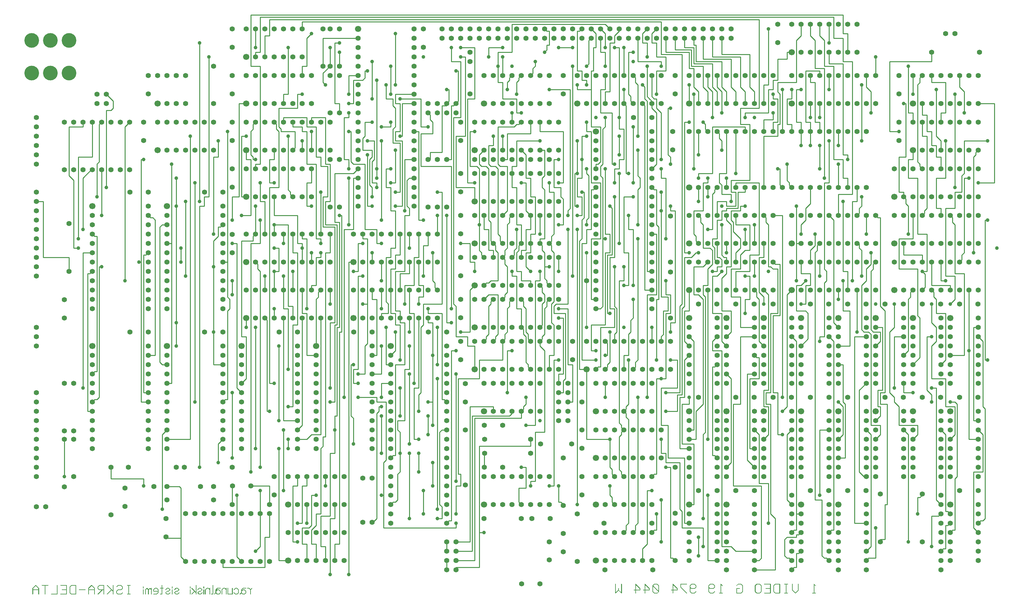
<source format=gbr>
G04 #@! TF.GenerationSoftware,KiCad,Pcbnew,9.0.0*
G04 #@! TF.CreationDate,2025-08-20T08:59:42+02:00*
G04 #@! TF.ProjectId,gdp,6764702e-6b69-4636-9164-5f7063625858,rev?*
G04 #@! TF.SameCoordinates,Original*
G04 #@! TF.FileFunction,Copper,L6,Bot*
G04 #@! TF.FilePolarity,Positive*
%FSLAX46Y46*%
G04 Gerber Fmt 4.6, Leading zero omitted, Abs format (unit mm)*
G04 Created by KiCad (PCBNEW 9.0.0) date 2025-08-20 08:59:42*
%MOMM*%
%LPD*%
G01*
G04 APERTURE LIST*
G04 #@! TA.AperFunction,Conductor*
%ADD10C,0.200000*%
G04 #@! TD*
G04 #@! TA.AperFunction,NonConductor*
%ADD11C,0.000000*%
G04 #@! TD*
G04 #@! TA.AperFunction,ComponentPad*
%ADD12C,1.400000*%
G04 #@! TD*
G04 #@! TA.AperFunction,ComponentPad*
%ADD13C,1.700000*%
G04 #@! TD*
G04 #@! TA.AperFunction,ComponentPad*
%ADD14C,4.000000*%
G04 #@! TD*
G04 #@! TA.AperFunction,ViaPad*
%ADD15C,1.000000*%
G04 #@! TD*
G04 #@! TA.AperFunction,Conductor*
%ADD16C,0.250000*%
G04 #@! TD*
G04 APERTURE END LIST*
D10*
X233680000Y-144780000D02*
X233680000Y-124460000D01*
D11*
G04 #@! TA.AperFunction,NonConductor*
G36*
X295640361Y-214630041D02*
G01*
X295644560Y-214630477D01*
X295648810Y-214631181D01*
X295653085Y-214632133D01*
X295657360Y-214633314D01*
X295661610Y-214634705D01*
X295665809Y-214636288D01*
X295669931Y-214638042D01*
X295673952Y-214639949D01*
X295677845Y-214641990D01*
X295681586Y-214644146D01*
X295685148Y-214646397D01*
X295688506Y-214648725D01*
X295691636Y-214651110D01*
X295694510Y-214653533D01*
X295697105Y-214655976D01*
X296101428Y-215060305D01*
X296103033Y-215061577D01*
X296104586Y-215062947D01*
X296106089Y-215064409D01*
X296107541Y-215065959D01*
X296108942Y-215067592D01*
X296110292Y-215069302D01*
X296112839Y-215072939D01*
X296115183Y-215076830D01*
X296117322Y-215080938D01*
X296119258Y-215085224D01*
X296120991Y-215089650D01*
X296122519Y-215094179D01*
X296123844Y-215098770D01*
X296124965Y-215103388D01*
X296125882Y-215107993D01*
X296126595Y-215112546D01*
X296127105Y-215117010D01*
X296127411Y-215121347D01*
X296127512Y-215125518D01*
X296127399Y-215130370D01*
X296127060Y-215135141D01*
X296126502Y-215139826D01*
X296125729Y-215144420D01*
X296124746Y-215148918D01*
X296123558Y-215153316D01*
X296122169Y-215157609D01*
X296120584Y-215161793D01*
X296118808Y-215165861D01*
X296116846Y-215169810D01*
X296114702Y-215173636D01*
X296112382Y-215177332D01*
X296109890Y-215180894D01*
X296107230Y-215184318D01*
X296104408Y-215187599D01*
X296101429Y-215190731D01*
X296098296Y-215193711D01*
X296095016Y-215196533D01*
X296091592Y-215199192D01*
X296088030Y-215201685D01*
X296084333Y-215204006D01*
X296080508Y-215206149D01*
X296076559Y-215208112D01*
X296072490Y-215209888D01*
X296068307Y-215211473D01*
X296064014Y-215212862D01*
X296059615Y-215214050D01*
X296055117Y-215215034D01*
X296050522Y-215215807D01*
X296045837Y-215216365D01*
X296041066Y-215216703D01*
X296036214Y-215216817D01*
X296032043Y-215216715D01*
X296027706Y-215216409D01*
X296023242Y-215215900D01*
X296018689Y-215215186D01*
X296014085Y-215214269D01*
X296009467Y-215213148D01*
X296004876Y-215211824D01*
X296000348Y-215210295D01*
X295995922Y-215208563D01*
X295991636Y-215206627D01*
X295987528Y-215204487D01*
X295983636Y-215202144D01*
X295980000Y-215199596D01*
X295976656Y-215196845D01*
X295973643Y-215193891D01*
X295972273Y-215192337D01*
X295971000Y-215190732D01*
X295723189Y-214942922D01*
X295723189Y-217055847D01*
X296036214Y-217055847D01*
X296041066Y-217055960D01*
X296045837Y-217056299D01*
X296050521Y-217056857D01*
X296055115Y-217057630D01*
X296059614Y-217058613D01*
X296064012Y-217059801D01*
X296068305Y-217061191D01*
X296072488Y-217062776D01*
X296076557Y-217064552D01*
X296080506Y-217066514D01*
X296084331Y-217068658D01*
X296088027Y-217070978D01*
X296091590Y-217073471D01*
X296095014Y-217076131D01*
X296098294Y-217078953D01*
X296101427Y-217081932D01*
X296104406Y-217085065D01*
X296107228Y-217088345D01*
X296109888Y-217091769D01*
X296112381Y-217095332D01*
X296114701Y-217099028D01*
X296116845Y-217102853D01*
X296118807Y-217106802D01*
X296120583Y-217110871D01*
X296122168Y-217115054D01*
X296123558Y-217119347D01*
X296124746Y-217123745D01*
X296125729Y-217128244D01*
X296126502Y-217132838D01*
X296127060Y-217137522D01*
X296127399Y-217142293D01*
X296127512Y-217147145D01*
X296127399Y-217151997D01*
X296127060Y-217156767D01*
X296126502Y-217161452D01*
X296125729Y-217166046D01*
X296124746Y-217170545D01*
X296123558Y-217174943D01*
X296122169Y-217179236D01*
X296120584Y-217183419D01*
X296118808Y-217187488D01*
X296116846Y-217191437D01*
X296114702Y-217195262D01*
X296112382Y-217198958D01*
X296109890Y-217202521D01*
X296107230Y-217205944D01*
X296104408Y-217209225D01*
X296101429Y-217212358D01*
X296098296Y-217215337D01*
X296095016Y-217218159D01*
X296091592Y-217220819D01*
X296088030Y-217223312D01*
X296084333Y-217225632D01*
X296080508Y-217227776D01*
X296076559Y-217229738D01*
X296072490Y-217231514D01*
X296068307Y-217233099D01*
X296064014Y-217234488D01*
X296059615Y-217235677D01*
X296055117Y-217236660D01*
X296050522Y-217237433D01*
X296045837Y-217237991D01*
X296041066Y-217238330D01*
X296036214Y-217238443D01*
X295227568Y-217238443D01*
X295222716Y-217238330D01*
X295217945Y-217237991D01*
X295213260Y-217237433D01*
X295208666Y-217236660D01*
X295204168Y-217235677D01*
X295199770Y-217234489D01*
X295195477Y-217233100D01*
X295191293Y-217231515D01*
X295187225Y-217229739D01*
X295183276Y-217227777D01*
X295179450Y-217225633D01*
X295175754Y-217223313D01*
X295172192Y-217220821D01*
X295168768Y-217218161D01*
X295165488Y-217215339D01*
X295162355Y-217212360D01*
X295159375Y-217209227D01*
X295156553Y-217205947D01*
X295153894Y-217202523D01*
X295151401Y-217198960D01*
X295149081Y-217195264D01*
X295146937Y-217191439D01*
X295144974Y-217187490D01*
X295143198Y-217183421D01*
X295141613Y-217179238D01*
X295140224Y-217174945D01*
X295139036Y-217170546D01*
X295138052Y-217166048D01*
X295137279Y-217161453D01*
X295136721Y-217156768D01*
X295136383Y-217151997D01*
X295136269Y-217147145D01*
X295136383Y-217142293D01*
X295136721Y-217137522D01*
X295137279Y-217132838D01*
X295138052Y-217128244D01*
X295139036Y-217123745D01*
X295140224Y-217119347D01*
X295141613Y-217115054D01*
X295143198Y-217110871D01*
X295144974Y-217106802D01*
X295146937Y-217102853D01*
X295149081Y-217099028D01*
X295151401Y-217095332D01*
X295153894Y-217091769D01*
X295156553Y-217088345D01*
X295159375Y-217085065D01*
X295162355Y-217081932D01*
X295165488Y-217078953D01*
X295168768Y-217076131D01*
X295172192Y-217073471D01*
X295175754Y-217070978D01*
X295179450Y-217068658D01*
X295183276Y-217066514D01*
X295187225Y-217064552D01*
X295191293Y-217062776D01*
X295195477Y-217061191D01*
X295199770Y-217059801D01*
X295204168Y-217058613D01*
X295208666Y-217057630D01*
X295213260Y-217056857D01*
X295217945Y-217056299D01*
X295222716Y-217055960D01*
X295227568Y-217055847D01*
X295540592Y-217055847D01*
X295540592Y-214716847D01*
X295540706Y-214712008D01*
X295541045Y-214707273D01*
X295541603Y-214702647D01*
X295542375Y-214698132D01*
X295543358Y-214693732D01*
X295544547Y-214689450D01*
X295545936Y-214685289D01*
X295547521Y-214681251D01*
X295549297Y-214677342D01*
X295551259Y-214673562D01*
X295553402Y-214669917D01*
X295555723Y-214666408D01*
X295558215Y-214663039D01*
X295560875Y-214659814D01*
X295563697Y-214656735D01*
X295566676Y-214653806D01*
X295569809Y-214651029D01*
X295573089Y-214648409D01*
X295576513Y-214645948D01*
X295580075Y-214643649D01*
X295583771Y-214641516D01*
X295587596Y-214639552D01*
X295591546Y-214637759D01*
X295595614Y-214636142D01*
X295599798Y-214634703D01*
X295604091Y-214633446D01*
X295608489Y-214632373D01*
X295612988Y-214631488D01*
X295617582Y-214630794D01*
X295622267Y-214630295D01*
X295627039Y-214629993D01*
X295631891Y-214629892D01*
X295636239Y-214629892D01*
X295640361Y-214630041D01*
G37*
G04 #@! TD.AperFunction*
G04 #@! TA.AperFunction,NonConductor*
G36*
X249601747Y-214630036D02*
G01*
X249605945Y-214630472D01*
X249610195Y-214631176D01*
X249614470Y-214632128D01*
X249618746Y-214633309D01*
X249622996Y-214634700D01*
X249627195Y-214636282D01*
X249631317Y-214638037D01*
X249635338Y-214639944D01*
X249639231Y-214641985D01*
X249642972Y-214644141D01*
X249646534Y-214646392D01*
X249649892Y-214648720D01*
X249653021Y-214651105D01*
X249655895Y-214653528D01*
X249658489Y-214655971D01*
X250871464Y-215868951D01*
X250873906Y-215871593D01*
X250876329Y-215874605D01*
X250878713Y-215877948D01*
X250881041Y-215881584D01*
X250883292Y-215885475D01*
X250885447Y-215889583D01*
X250887488Y-215893869D01*
X250889395Y-215898295D01*
X250891149Y-215902823D01*
X250892732Y-215907415D01*
X250894123Y-215912032D01*
X250895304Y-215916637D01*
X250896256Y-215921191D01*
X250896960Y-215925655D01*
X250897396Y-215929993D01*
X250897546Y-215934165D01*
X250897546Y-216338493D01*
X250897432Y-216343345D01*
X250897094Y-216348116D01*
X250896536Y-216352800D01*
X250895763Y-216357394D01*
X250894779Y-216361893D01*
X250893591Y-216366291D01*
X250892202Y-216370584D01*
X250890617Y-216374767D01*
X250888841Y-216378836D01*
X250886878Y-216382785D01*
X250884734Y-216386610D01*
X250882414Y-216390307D01*
X250879921Y-216393869D01*
X250877261Y-216397293D01*
X250874439Y-216400573D01*
X250871460Y-216403706D01*
X250868327Y-216406686D01*
X250865046Y-216409508D01*
X250861622Y-216412167D01*
X250858060Y-216414660D01*
X250854364Y-216416980D01*
X250850539Y-216419124D01*
X250846589Y-216421087D01*
X250842520Y-216422863D01*
X250838337Y-216424448D01*
X250834044Y-216425837D01*
X250829645Y-216427025D01*
X250825147Y-216428008D01*
X250820553Y-216428781D01*
X250815868Y-216429340D01*
X250811097Y-216429678D01*
X250806245Y-216429792D01*
X249684571Y-216429792D01*
X249684571Y-217147145D01*
X249684457Y-217151997D01*
X249684119Y-217156767D01*
X249683561Y-217161452D01*
X249682788Y-217166046D01*
X249681805Y-217170545D01*
X249680616Y-217174943D01*
X249679227Y-217179236D01*
X249677642Y-217183419D01*
X249675866Y-217187488D01*
X249673904Y-217191437D01*
X249671760Y-217195262D01*
X249669440Y-217198958D01*
X249666947Y-217202521D01*
X249664288Y-217205944D01*
X249661466Y-217209225D01*
X249658486Y-217212358D01*
X249655354Y-217215337D01*
X249652073Y-217218159D01*
X249648650Y-217220819D01*
X249645087Y-217223312D01*
X249641391Y-217225632D01*
X249637566Y-217227776D01*
X249633617Y-217229738D01*
X249629548Y-217231514D01*
X249625365Y-217233099D01*
X249621072Y-217234488D01*
X249616674Y-217235677D01*
X249612175Y-217236660D01*
X249607581Y-217237433D01*
X249602897Y-217237991D01*
X249598126Y-217238330D01*
X249593274Y-217238443D01*
X249588422Y-217238330D01*
X249583651Y-217237991D01*
X249578966Y-217237433D01*
X249574372Y-217236660D01*
X249569874Y-217235677D01*
X249565475Y-217234489D01*
X249561182Y-217233100D01*
X249556999Y-217231515D01*
X249552930Y-217229739D01*
X249548981Y-217227777D01*
X249545155Y-217225633D01*
X249541459Y-217223313D01*
X249537897Y-217220821D01*
X249534473Y-217218161D01*
X249531192Y-217215339D01*
X249528059Y-217212360D01*
X249525080Y-217209227D01*
X249522257Y-217205947D01*
X249519598Y-217202523D01*
X249517105Y-217198960D01*
X249514784Y-217195264D01*
X249512641Y-217191439D01*
X249510678Y-217187490D01*
X249508902Y-217183421D01*
X249507317Y-217179238D01*
X249505928Y-217174945D01*
X249504739Y-217170546D01*
X249503756Y-217166048D01*
X249502983Y-217161453D01*
X249502425Y-217156768D01*
X249502087Y-217151997D01*
X249501973Y-217147145D01*
X249501973Y-216429792D01*
X249188948Y-216429792D01*
X249184096Y-216429678D01*
X249179325Y-216429340D01*
X249174640Y-216428781D01*
X249170046Y-216428008D01*
X249165548Y-216427025D01*
X249161149Y-216425837D01*
X249156856Y-216424448D01*
X249152673Y-216422863D01*
X249148604Y-216421087D01*
X249144655Y-216419124D01*
X249140830Y-216416980D01*
X249137133Y-216414660D01*
X249133571Y-216412167D01*
X249130147Y-216409508D01*
X249126866Y-216406686D01*
X249123734Y-216403706D01*
X249120754Y-216400573D01*
X249117932Y-216397293D01*
X249115272Y-216393869D01*
X249112779Y-216390307D01*
X249110459Y-216386610D01*
X249108315Y-216382785D01*
X249106352Y-216378836D01*
X249104576Y-216374767D01*
X249102991Y-216370584D01*
X249101602Y-216366291D01*
X249100413Y-216361893D01*
X249099430Y-216357394D01*
X249098657Y-216352800D01*
X249098099Y-216348116D01*
X249097761Y-216343345D01*
X249097647Y-216338493D01*
X249097761Y-216333641D01*
X249098099Y-216328871D01*
X249098657Y-216324186D01*
X249099430Y-216319592D01*
X249100413Y-216315094D01*
X249101602Y-216310695D01*
X249102991Y-216306402D01*
X249104576Y-216302219D01*
X249106352Y-216298150D01*
X249108314Y-216294201D01*
X249110458Y-216290376D01*
X249112779Y-216286680D01*
X249115271Y-216283118D01*
X249117931Y-216279694D01*
X249120753Y-216276413D01*
X249123733Y-216273281D01*
X249126866Y-216270301D01*
X249130146Y-216267479D01*
X249133570Y-216264819D01*
X249137133Y-216262327D01*
X249140829Y-216260006D01*
X249144654Y-216257862D01*
X249148604Y-216255900D01*
X249152672Y-216254124D01*
X249156856Y-216252539D01*
X249161149Y-216251150D01*
X249165547Y-216249961D01*
X249170046Y-216248978D01*
X249174640Y-216248205D01*
X249179325Y-216247647D01*
X249184096Y-216247309D01*
X249188948Y-216247195D01*
X249501973Y-216247195D01*
X249501973Y-216247190D01*
X249501973Y-214942916D01*
X249684575Y-214942916D01*
X249684575Y-216247190D01*
X250714952Y-216247190D01*
X250714952Y-215973289D01*
X249684575Y-214942916D01*
X249501973Y-214942916D01*
X249501973Y-214716842D01*
X249502087Y-214712002D01*
X249502425Y-214707268D01*
X249502983Y-214702642D01*
X249503756Y-214698127D01*
X249504739Y-214693727D01*
X249505928Y-214689445D01*
X249507317Y-214685283D01*
X249508902Y-214681246D01*
X249510678Y-214677336D01*
X249512640Y-214673557D01*
X249514784Y-214669911D01*
X249517105Y-214666403D01*
X249519597Y-214663034D01*
X249522257Y-214659809D01*
X249525079Y-214656730D01*
X249528059Y-214653801D01*
X249531191Y-214651024D01*
X249534472Y-214648404D01*
X249537896Y-214645943D01*
X249541459Y-214643644D01*
X249545155Y-214641511D01*
X249548980Y-214639546D01*
X249552929Y-214637754D01*
X249556998Y-214636137D01*
X249561182Y-214634698D01*
X249565475Y-214633440D01*
X249569873Y-214632368D01*
X249574372Y-214631483D01*
X249578966Y-214630789D01*
X249583651Y-214630290D01*
X249588422Y-214629988D01*
X249593274Y-214629886D01*
X249597625Y-214629886D01*
X249601747Y-214630036D01*
G37*
G04 #@! TD.AperFunction*
G04 #@! TA.AperFunction,NonConductor*
G36*
X112933499Y-216153470D02*
G01*
X112937936Y-216153844D01*
X112942333Y-216154458D01*
X112946683Y-216155305D01*
X112950979Y-216156379D01*
X112955214Y-216157671D01*
X112959380Y-216159175D01*
X112963471Y-216160884D01*
X112967479Y-216162790D01*
X112971397Y-216164887D01*
X112975217Y-216167167D01*
X112978934Y-216169622D01*
X112982539Y-216172246D01*
X112986025Y-216175032D01*
X112989386Y-216177973D01*
X112992614Y-216181060D01*
X112995701Y-216184288D01*
X112998642Y-216187648D01*
X113001428Y-216191135D01*
X113004052Y-216194740D01*
X113006508Y-216198456D01*
X113008787Y-216202277D01*
X113010884Y-216206195D01*
X113012790Y-216210202D01*
X113014499Y-216214293D01*
X113016003Y-216218459D01*
X113017296Y-216222694D01*
X113018369Y-216226989D01*
X113019216Y-216231339D01*
X113019831Y-216235736D01*
X113020204Y-216240173D01*
X113020331Y-216244642D01*
X113020331Y-217457617D01*
X113020217Y-217462469D01*
X113019878Y-217467239D01*
X113019320Y-217471924D01*
X113018547Y-217476518D01*
X113017564Y-217481017D01*
X113016376Y-217485415D01*
X113014986Y-217489708D01*
X113013401Y-217493891D01*
X113011625Y-217497960D01*
X113009663Y-217501909D01*
X113007519Y-217505734D01*
X113005199Y-217509430D01*
X113002706Y-217512993D01*
X113000046Y-217516416D01*
X112997224Y-217519697D01*
X112994244Y-217522830D01*
X112991112Y-217525809D01*
X112987831Y-217528631D01*
X112984407Y-217531291D01*
X112980845Y-217533784D01*
X112977149Y-217536104D01*
X112973323Y-217538248D01*
X112969374Y-217540210D01*
X112965305Y-217541986D01*
X112961122Y-217543571D01*
X112956829Y-217544960D01*
X112952430Y-217546149D01*
X112947932Y-217547132D01*
X112943337Y-217547905D01*
X112938653Y-217548463D01*
X112933882Y-217548802D01*
X112929030Y-217548915D01*
X112924177Y-217548802D01*
X112919407Y-217548463D01*
X112914722Y-217547905D01*
X112910128Y-217547132D01*
X112905629Y-217546149D01*
X112901231Y-217544960D01*
X112896938Y-217543571D01*
X112892754Y-217541986D01*
X112888686Y-217540210D01*
X112884736Y-217538248D01*
X112880911Y-217536104D01*
X112877215Y-217533784D01*
X112873653Y-217531291D01*
X112870229Y-217528631D01*
X112866948Y-217525809D01*
X112863816Y-217522830D01*
X112860836Y-217519697D01*
X112858014Y-217516416D01*
X112855355Y-217512993D01*
X112852862Y-217509430D01*
X112850542Y-217505734D01*
X112848398Y-217501909D01*
X112846436Y-217497960D01*
X112844660Y-217493891D01*
X112843075Y-217489708D01*
X112841686Y-217485415D01*
X112840497Y-217481017D01*
X112839514Y-217476518D01*
X112838741Y-217471924D01*
X112838183Y-217467239D01*
X112837845Y-217462469D01*
X112837731Y-217457617D01*
X112837731Y-216244642D01*
X112837845Y-216239790D01*
X112838183Y-216235020D01*
X112838741Y-216230335D01*
X112839514Y-216225741D01*
X112840497Y-216221242D01*
X112841686Y-216216844D01*
X112843075Y-216212551D01*
X112844660Y-216208368D01*
X112846436Y-216204299D01*
X112848398Y-216200350D01*
X112850542Y-216196525D01*
X112852862Y-216192829D01*
X112855355Y-216189266D01*
X112858014Y-216185843D01*
X112860836Y-216182562D01*
X112863816Y-216179429D01*
X112866948Y-216176450D01*
X112870229Y-216173628D01*
X112873653Y-216170968D01*
X112877215Y-216168476D01*
X112880911Y-216166155D01*
X112884736Y-216164011D01*
X112888686Y-216162049D01*
X112892754Y-216160273D01*
X112896938Y-216158688D01*
X112901231Y-216157299D01*
X112905629Y-216156110D01*
X112910128Y-216155127D01*
X112914722Y-216154354D01*
X112919407Y-216153796D01*
X112924177Y-216153457D01*
X112929030Y-216153344D01*
X112933499Y-216153470D01*
G37*
G04 #@! TD.AperFunction*
G04 #@! TA.AperFunction,NonConductor*
G36*
X260952051Y-214630005D02*
G01*
X260956822Y-214630344D01*
X260961507Y-214630902D01*
X260966101Y-214631675D01*
X260970599Y-214632658D01*
X260974998Y-214633847D01*
X260979291Y-214635236D01*
X260983474Y-214636821D01*
X260987543Y-214638597D01*
X260991493Y-214640559D01*
X260995318Y-214642703D01*
X260999014Y-214645023D01*
X261002576Y-214647516D01*
X261006000Y-214650176D01*
X261009281Y-214652998D01*
X261012414Y-214655977D01*
X261015393Y-214659110D01*
X261018216Y-214662390D01*
X261020875Y-214665814D01*
X261023368Y-214669377D01*
X261025688Y-214673073D01*
X261027832Y-214676898D01*
X261029795Y-214680847D01*
X261031571Y-214684916D01*
X261033156Y-214689099D01*
X261034545Y-214693392D01*
X261035733Y-214697790D01*
X261036717Y-214702289D01*
X261037490Y-214706883D01*
X261038048Y-214711567D01*
X261038386Y-214716338D01*
X261038500Y-214721190D01*
X261038386Y-214726042D01*
X261038048Y-214730812D01*
X261037490Y-214735497D01*
X261036717Y-214740091D01*
X261035733Y-214744590D01*
X261034545Y-214748988D01*
X261033156Y-214753281D01*
X261031571Y-214757464D01*
X261029795Y-214761533D01*
X261027832Y-214765482D01*
X261025688Y-214769307D01*
X261023368Y-214773003D01*
X261020875Y-214776566D01*
X261018216Y-214779989D01*
X261015393Y-214783270D01*
X261012414Y-214786403D01*
X261009281Y-214789382D01*
X261006000Y-214792204D01*
X261002576Y-214794864D01*
X260999014Y-214797357D01*
X260995318Y-214799677D01*
X260991493Y-214801821D01*
X260987543Y-214803783D01*
X260983474Y-214805559D01*
X260979291Y-214807144D01*
X260974998Y-214808533D01*
X260970599Y-214809722D01*
X260966101Y-214810705D01*
X260961507Y-214811478D01*
X260956822Y-214812036D01*
X260952051Y-214812375D01*
X260947199Y-214812488D01*
X259421202Y-214812488D01*
X259421202Y-215490712D01*
X261012413Y-217081926D01*
X261014017Y-217083198D01*
X261015571Y-217084568D01*
X261017074Y-217086030D01*
X261018526Y-217087580D01*
X261019927Y-217089213D01*
X261021276Y-217090923D01*
X261023824Y-217094560D01*
X261026167Y-217098451D01*
X261028306Y-217102559D01*
X261030242Y-217106845D01*
X261031974Y-217111271D01*
X261033502Y-217115800D01*
X261034827Y-217120392D01*
X261035948Y-217125009D01*
X261036864Y-217129614D01*
X261037578Y-217134167D01*
X261038087Y-217138632D01*
X261038393Y-217142969D01*
X261038495Y-217147140D01*
X261038381Y-217151992D01*
X261038042Y-217156762D01*
X261037484Y-217161447D01*
X261036711Y-217166041D01*
X261035728Y-217170539D01*
X261034540Y-217174937D01*
X261033150Y-217179231D01*
X261031565Y-217183414D01*
X261029789Y-217187483D01*
X261027827Y-217191432D01*
X261025683Y-217195257D01*
X261023363Y-217198953D01*
X261020870Y-217202515D01*
X261018210Y-217205939D01*
X261015388Y-217209220D01*
X261012408Y-217212352D01*
X261009276Y-217215332D01*
X261005995Y-217218154D01*
X261002571Y-217220814D01*
X260999009Y-217223306D01*
X260995313Y-217225627D01*
X260991487Y-217227771D01*
X260987538Y-217229733D01*
X260983469Y-217231509D01*
X260979286Y-217233094D01*
X260974993Y-217234483D01*
X260970594Y-217235672D01*
X260966096Y-217236655D01*
X260961501Y-217237428D01*
X260956816Y-217237986D01*
X260952046Y-217238324D01*
X260947194Y-217238438D01*
X260943022Y-217238336D01*
X260938686Y-217238030D01*
X260934221Y-217237521D01*
X260929668Y-217236808D01*
X260925064Y-217235890D01*
X260920446Y-217234770D01*
X260915855Y-217233445D01*
X260911327Y-217231916D01*
X260906901Y-217230184D01*
X260902615Y-217228248D01*
X260898507Y-217226108D01*
X260894616Y-217223765D01*
X260890980Y-217221218D01*
X260887637Y-217218467D01*
X260884625Y-217215512D01*
X260883255Y-217213958D01*
X260881982Y-217212354D01*
X259264687Y-215595050D01*
X259262245Y-215592408D01*
X259259822Y-215589396D01*
X259257437Y-215586053D01*
X259255109Y-215582416D01*
X259252858Y-215578525D01*
X259250703Y-215574417D01*
X259248662Y-215570131D01*
X259246755Y-215565705D01*
X259245001Y-215561176D01*
X259243418Y-215556584D01*
X259242027Y-215551967D01*
X259240846Y-215547362D01*
X259239894Y-215542809D01*
X259239191Y-215538344D01*
X259238755Y-215534008D01*
X259238605Y-215529836D01*
X259238605Y-214721190D01*
X259238719Y-214716338D01*
X259239057Y-214711567D01*
X259239615Y-214706883D01*
X259240388Y-214702289D01*
X259241371Y-214697790D01*
X259242560Y-214693392D01*
X259243949Y-214689099D01*
X259245534Y-214684916D01*
X259247310Y-214680847D01*
X259249272Y-214676898D01*
X259251416Y-214673073D01*
X259253737Y-214669377D01*
X259256229Y-214665814D01*
X259258889Y-214662390D01*
X259261711Y-214659110D01*
X259264691Y-214655977D01*
X259267824Y-214652998D01*
X259271104Y-214650176D01*
X259274528Y-214647516D01*
X259278091Y-214645023D01*
X259281787Y-214642703D01*
X259285612Y-214640559D01*
X259289562Y-214638597D01*
X259293630Y-214636821D01*
X259297814Y-214635236D01*
X259302107Y-214633847D01*
X259306505Y-214632658D01*
X259311004Y-214631675D01*
X259315598Y-214630902D01*
X259320283Y-214630344D01*
X259325054Y-214630005D01*
X259329906Y-214629892D01*
X260947199Y-214629892D01*
X260952051Y-214630005D01*
G37*
G04 #@! TD.AperFunction*
G04 #@! TA.AperFunction,NonConductor*
G36*
X98864860Y-214940524D02*
G01*
X98869197Y-214940960D01*
X98873661Y-214941663D01*
X98878214Y-214942615D01*
X98882819Y-214943796D01*
X98887436Y-214945188D01*
X98892027Y-214946770D01*
X98896555Y-214948524D01*
X98900981Y-214950432D01*
X98905268Y-214952473D01*
X98909375Y-214954628D01*
X98913267Y-214956880D01*
X98916903Y-214959207D01*
X98920247Y-214961592D01*
X98923260Y-214964016D01*
X98925903Y-214966459D01*
X99734549Y-215775105D01*
X99736991Y-215777747D01*
X99739414Y-215780759D01*
X99741799Y-215784103D01*
X99744126Y-215787739D01*
X99746377Y-215791630D01*
X99748533Y-215795738D01*
X99750574Y-215800024D01*
X99752482Y-215804451D01*
X99754236Y-215808979D01*
X99755819Y-215813571D01*
X99757210Y-215818188D01*
X99758392Y-215822793D01*
X99759344Y-215827347D01*
X99760048Y-215831811D01*
X99760484Y-215836148D01*
X99760634Y-215840319D01*
X99760634Y-217457622D01*
X99760520Y-217462474D01*
X99760182Y-217467245D01*
X99759624Y-217471929D01*
X99758851Y-217476523D01*
X99757868Y-217481022D01*
X99756679Y-217485420D01*
X99755290Y-217489713D01*
X99753705Y-217493896D01*
X99751929Y-217497965D01*
X99749966Y-217501914D01*
X99747823Y-217505739D01*
X99745502Y-217509435D01*
X99743010Y-217512998D01*
X99740350Y-217516422D01*
X99737528Y-217519702D01*
X99734548Y-217522835D01*
X99731416Y-217525815D01*
X99728135Y-217528637D01*
X99724711Y-217531296D01*
X99721149Y-217533789D01*
X99717453Y-217536109D01*
X99713628Y-217538253D01*
X99709678Y-217540215D01*
X99705610Y-217541992D01*
X99701426Y-217543577D01*
X99697133Y-217544966D01*
X99692735Y-217546154D01*
X99688237Y-217547137D01*
X99683643Y-217547910D01*
X99678958Y-217548468D01*
X99674187Y-217548807D01*
X99669335Y-217548921D01*
X99664484Y-217548807D01*
X99659713Y-217548469D01*
X99655028Y-217547911D01*
X99650434Y-217547138D01*
X99645936Y-217546155D01*
X99641538Y-217544966D01*
X99637245Y-217543577D01*
X99633061Y-217541992D01*
X99628993Y-217540216D01*
X99625043Y-217538254D01*
X99621218Y-217536111D01*
X99617522Y-217533790D01*
X99613960Y-217531298D01*
X99610536Y-217528638D01*
X99607255Y-217525816D01*
X99604123Y-217522837D01*
X99601143Y-217519704D01*
X99598321Y-217516424D01*
X99595661Y-217513000D01*
X99593169Y-217509438D01*
X99590848Y-217505742D01*
X99588705Y-217501917D01*
X99586742Y-217497967D01*
X99584966Y-217493899D01*
X99583381Y-217489715D01*
X99581992Y-217485422D01*
X99580803Y-217481024D01*
X99579820Y-217476525D01*
X99579047Y-217471931D01*
X99578489Y-217467246D01*
X99578151Y-217462475D01*
X99578037Y-217457622D01*
X99578037Y-216335946D01*
X98143336Y-216335946D01*
X98143336Y-217457622D01*
X98143222Y-217462474D01*
X98142884Y-217467245D01*
X98142326Y-217471929D01*
X98141553Y-217476523D01*
X98140570Y-217481022D01*
X98139381Y-217485420D01*
X98137992Y-217489713D01*
X98136408Y-217493896D01*
X98134632Y-217497965D01*
X98132669Y-217501914D01*
X98130526Y-217505739D01*
X98128205Y-217509435D01*
X98125713Y-217512998D01*
X98123054Y-217516422D01*
X98120232Y-217519702D01*
X98117252Y-217522835D01*
X98114120Y-217525815D01*
X98110839Y-217528637D01*
X98107415Y-217531296D01*
X98103853Y-217533789D01*
X98100157Y-217536109D01*
X98096332Y-217538253D01*
X98092383Y-217540215D01*
X98088314Y-217541992D01*
X98084130Y-217543577D01*
X98079837Y-217544966D01*
X98075439Y-217546154D01*
X98070940Y-217547137D01*
X98066346Y-217547910D01*
X98061661Y-217548468D01*
X98056890Y-217548807D01*
X98052037Y-217548921D01*
X98047186Y-217548807D01*
X98042415Y-217548469D01*
X98037730Y-217547911D01*
X98033136Y-217547138D01*
X98028638Y-217546155D01*
X98024240Y-217544966D01*
X98019947Y-217543577D01*
X98015763Y-217541992D01*
X98011695Y-217540216D01*
X98007745Y-217538254D01*
X98003920Y-217536111D01*
X98000224Y-217533790D01*
X97996662Y-217531298D01*
X97993238Y-217528638D01*
X97989957Y-217525816D01*
X97986825Y-217522837D01*
X97983845Y-217519704D01*
X97981023Y-217516424D01*
X97978363Y-217513000D01*
X97975871Y-217509438D01*
X97973550Y-217505742D01*
X97971406Y-217501917D01*
X97969444Y-217497967D01*
X97967668Y-217493899D01*
X97966083Y-217489715D01*
X97964694Y-217485422D01*
X97963505Y-217481024D01*
X97962522Y-217476525D01*
X97961749Y-217471931D01*
X97961191Y-217467246D01*
X97960853Y-217462475D01*
X97960739Y-217457622D01*
X97960739Y-216153349D01*
X98143331Y-216153349D01*
X99578032Y-216153349D01*
X99578032Y-215879448D01*
X98860684Y-215162095D01*
X98143331Y-215879448D01*
X98143331Y-216153349D01*
X97960739Y-216153349D01*
X97960739Y-215879448D01*
X97960739Y-215840324D01*
X97960889Y-215836153D01*
X97961325Y-215831816D01*
X97962028Y-215827352D01*
X97962980Y-215822799D01*
X97964161Y-215818195D01*
X97965553Y-215813578D01*
X97967135Y-215808986D01*
X97968889Y-215804458D01*
X97970797Y-215800032D01*
X97972838Y-215795746D01*
X97974993Y-215791638D01*
X97977244Y-215787747D01*
X97979572Y-215784110D01*
X97981957Y-215780766D01*
X97984381Y-215777754D01*
X97986824Y-215775110D01*
X98795475Y-214966459D01*
X98798118Y-214964017D01*
X98801130Y-214961594D01*
X98804473Y-214959209D01*
X98808109Y-214956882D01*
X98812000Y-214954631D01*
X98816108Y-214952475D01*
X98820395Y-214950434D01*
X98824821Y-214948526D01*
X98829349Y-214946772D01*
X98833941Y-214945189D01*
X98838559Y-214943798D01*
X98843163Y-214942616D01*
X98847717Y-214941664D01*
X98852181Y-214940960D01*
X98856518Y-214940524D01*
X98860689Y-214940374D01*
X98864860Y-214940524D01*
G37*
G04 #@! TD.AperFunction*
G04 #@! TA.AperFunction,NonConductor*
G36*
X286299582Y-214629892D02*
G01*
X286304434Y-214630005D01*
X286309204Y-214630344D01*
X286313889Y-214630902D01*
X286318483Y-214631675D01*
X286322982Y-214632658D01*
X286327380Y-214633847D01*
X286331673Y-214635236D01*
X286335856Y-214636821D01*
X286339925Y-214638597D01*
X286343874Y-214640559D01*
X286347699Y-214642703D01*
X286351395Y-214645023D01*
X286354957Y-214647516D01*
X286358381Y-214650176D01*
X286361662Y-214652998D01*
X286364795Y-214655977D01*
X286367774Y-214659110D01*
X286370596Y-214662390D01*
X286373256Y-214665814D01*
X286375748Y-214669377D01*
X286378069Y-214673073D01*
X286380213Y-214676898D01*
X286382175Y-214680847D01*
X286383951Y-214684916D01*
X286385536Y-214689099D01*
X286386925Y-214693392D01*
X286388114Y-214697790D01*
X286389097Y-214702289D01*
X286389870Y-214706883D01*
X286390428Y-214711567D01*
X286390766Y-214716338D01*
X286390880Y-214721190D01*
X286390880Y-217147140D01*
X286390731Y-217151311D01*
X286390295Y-217155647D01*
X286389591Y-217160112D01*
X286388639Y-217164665D01*
X286387458Y-217169269D01*
X286386067Y-217173886D01*
X286384484Y-217178478D01*
X286382730Y-217183006D01*
X286380823Y-217187432D01*
X286378782Y-217191718D01*
X286376626Y-217195826D01*
X286374375Y-217199717D01*
X286372047Y-217203354D01*
X286369662Y-217206698D01*
X286367238Y-217209710D01*
X286364796Y-217212354D01*
X286362153Y-217214795D01*
X286359141Y-217217218D01*
X286355798Y-217219603D01*
X286352162Y-217221930D01*
X286348270Y-217224182D01*
X286344163Y-217226337D01*
X286339876Y-217228378D01*
X286335450Y-217230286D01*
X286330922Y-217232040D01*
X286326330Y-217233623D01*
X286321712Y-217235015D01*
X286317108Y-217236196D01*
X286312554Y-217237148D01*
X286308090Y-217237852D01*
X286303753Y-217238288D01*
X286299582Y-217238438D01*
X285086612Y-217238438D01*
X285082441Y-217238288D01*
X285078104Y-217237852D01*
X285073640Y-217237149D01*
X285069087Y-217236197D01*
X285064483Y-217235016D01*
X285059866Y-217233624D01*
X285055274Y-217232042D01*
X285050746Y-217230288D01*
X285046320Y-217228380D01*
X285042034Y-217226340D01*
X285037926Y-217224184D01*
X285034035Y-217221933D01*
X285030398Y-217219605D01*
X285027054Y-217217220D01*
X285024042Y-217214796D01*
X285021398Y-217212354D01*
X284617075Y-216808025D01*
X284614633Y-216805383D01*
X284612211Y-216802371D01*
X284609826Y-216799028D01*
X284607498Y-216795392D01*
X284605247Y-216791501D01*
X284603092Y-216787393D01*
X284601050Y-216783107D01*
X284599143Y-216778681D01*
X284597388Y-216774153D01*
X284595806Y-216769561D01*
X284594414Y-216764944D01*
X284593233Y-216760339D01*
X284592280Y-216755786D01*
X284591577Y-216751321D01*
X284591140Y-216746983D01*
X284590991Y-216742811D01*
X284590991Y-216703687D01*
X284773582Y-216703687D01*
X285125736Y-217055841D01*
X286208283Y-217055841D01*
X286208283Y-214812488D01*
X285125736Y-214812488D01*
X284773582Y-215164643D01*
X284773582Y-216703687D01*
X284590991Y-216703687D01*
X284590991Y-215164643D01*
X284590991Y-215125508D01*
X284591140Y-215121337D01*
X284591576Y-215117000D01*
X284592280Y-215112536D01*
X284593232Y-215107983D01*
X284594413Y-215103378D01*
X284595804Y-215098761D01*
X284597387Y-215094170D01*
X284599141Y-215089642D01*
X284601048Y-215085216D01*
X284603089Y-215080929D01*
X284605245Y-215076822D01*
X284607496Y-215072930D01*
X284609824Y-215069294D01*
X284612209Y-215065950D01*
X284614633Y-215062937D01*
X284617075Y-215060294D01*
X285021398Y-214655965D01*
X285024041Y-214653524D01*
X285027053Y-214651101D01*
X285030396Y-214648716D01*
X285034032Y-214646389D01*
X285037924Y-214644138D01*
X285042031Y-214641982D01*
X285046318Y-214639941D01*
X285050744Y-214638033D01*
X285055272Y-214636279D01*
X285059864Y-214634696D01*
X285064482Y-214633304D01*
X285069086Y-214632123D01*
X285073640Y-214631171D01*
X285078104Y-214630467D01*
X285082441Y-214630031D01*
X285086612Y-214629881D01*
X286299582Y-214629892D01*
G37*
G04 #@! TD.AperFunction*
G04 #@! TA.AperFunction,NonConductor*
G36*
X243205000Y-214630000D02*
G01*
X243209437Y-214630337D01*
X243213834Y-214630893D01*
X243218184Y-214631661D01*
X243222480Y-214632636D01*
X243226715Y-214633813D01*
X243230881Y-214635185D01*
X243234972Y-214636747D01*
X243238979Y-214638495D01*
X243242897Y-214640421D01*
X243246718Y-214642521D01*
X243250434Y-214644789D01*
X243254039Y-214647219D01*
X243257525Y-214649807D01*
X243260886Y-214652545D01*
X243264113Y-214655429D01*
X243267201Y-214658453D01*
X243270141Y-214661612D01*
X243272927Y-214664900D01*
X243275551Y-214668311D01*
X243278006Y-214671840D01*
X243280286Y-214675481D01*
X243282382Y-214679229D01*
X243284288Y-214683078D01*
X243285997Y-214687023D01*
X243287501Y-214691057D01*
X243288793Y-214695176D01*
X243289867Y-214699374D01*
X243290714Y-214703645D01*
X243291328Y-214707984D01*
X243291702Y-214712384D01*
X243291828Y-214716842D01*
X243291828Y-217147145D01*
X243291714Y-217151997D01*
X243291376Y-217156767D01*
X243290818Y-217161452D01*
X243290045Y-217166046D01*
X243289062Y-217170545D01*
X243287873Y-217174943D01*
X243286484Y-217179236D01*
X243284899Y-217183419D01*
X243283123Y-217187488D01*
X243281161Y-217191437D01*
X243279017Y-217195262D01*
X243276697Y-217198958D01*
X243274204Y-217202521D01*
X243271545Y-217205944D01*
X243268723Y-217209225D01*
X243265743Y-217212358D01*
X243262611Y-217215337D01*
X243259330Y-217218159D01*
X243255907Y-217220819D01*
X243252344Y-217223312D01*
X243248648Y-217225632D01*
X243244823Y-217227776D01*
X243240874Y-217229738D01*
X243236805Y-217231514D01*
X243232622Y-217233099D01*
X243228329Y-217234488D01*
X243223931Y-217235677D01*
X243219432Y-217236660D01*
X243214838Y-217237433D01*
X243210154Y-217237991D01*
X243205383Y-217238330D01*
X243200531Y-217238443D01*
X243196360Y-217238294D01*
X243192023Y-217237858D01*
X243187559Y-217237154D01*
X243183006Y-217236202D01*
X243178401Y-217235021D01*
X243173784Y-217233630D01*
X243169192Y-217232047D01*
X243164664Y-217230293D01*
X243160238Y-217228386D01*
X243155952Y-217226345D01*
X243151844Y-217224189D01*
X243147952Y-217221938D01*
X243144315Y-217219610D01*
X243140971Y-217217225D01*
X243137959Y-217214802D01*
X243135316Y-217212359D01*
X242391882Y-216468921D01*
X241648448Y-217212359D01*
X241645805Y-217214801D01*
X241642793Y-217217224D01*
X241639450Y-217219608D01*
X241635813Y-217221936D01*
X241631922Y-217224187D01*
X241627815Y-217226342D01*
X241623529Y-217228384D01*
X241619102Y-217230291D01*
X241614574Y-217232046D01*
X241609982Y-217233628D01*
X241605365Y-217235020D01*
X241600761Y-217236201D01*
X241596208Y-217237154D01*
X241591744Y-217237857D01*
X241587407Y-217238294D01*
X241583236Y-217238443D01*
X241578384Y-217238330D01*
X241573613Y-217237991D01*
X241568928Y-217237433D01*
X241564334Y-217236660D01*
X241559836Y-217235677D01*
X241555437Y-217234489D01*
X241551144Y-217233100D01*
X241546961Y-217231515D01*
X241542892Y-217229739D01*
X241538943Y-217227777D01*
X241535117Y-217225633D01*
X241531421Y-217223313D01*
X241527859Y-217220821D01*
X241524435Y-217218161D01*
X241521154Y-217215339D01*
X241518021Y-217212360D01*
X241515042Y-217209227D01*
X241512219Y-217205947D01*
X241509560Y-217202523D01*
X241507067Y-217198960D01*
X241504747Y-217195264D01*
X241502603Y-217191439D01*
X241500640Y-217187490D01*
X241498864Y-217183421D01*
X241497279Y-217179238D01*
X241495890Y-217174945D01*
X241494701Y-217170546D01*
X241493718Y-217166048D01*
X241492945Y-217161453D01*
X241492387Y-217156768D01*
X241492049Y-217151997D01*
X241491935Y-217147145D01*
X241491935Y-214716842D01*
X241492049Y-214712002D01*
X241492387Y-214707268D01*
X241492945Y-214702642D01*
X241493718Y-214698127D01*
X241494701Y-214693727D01*
X241495890Y-214689445D01*
X241497279Y-214685283D01*
X241498864Y-214681246D01*
X241500640Y-214677336D01*
X241502603Y-214673557D01*
X241504747Y-214669911D01*
X241507067Y-214666403D01*
X241509560Y-214663034D01*
X241512219Y-214659809D01*
X241515042Y-214656730D01*
X241518021Y-214653801D01*
X241521154Y-214651024D01*
X241524435Y-214648404D01*
X241527859Y-214645943D01*
X241531421Y-214643644D01*
X241535117Y-214641511D01*
X241538943Y-214639546D01*
X241542892Y-214637754D01*
X241546961Y-214636137D01*
X241551144Y-214634698D01*
X241555437Y-214633440D01*
X241559836Y-214632368D01*
X241564334Y-214631483D01*
X241568928Y-214630789D01*
X241573613Y-214630290D01*
X241578384Y-214629988D01*
X241583236Y-214629886D01*
X241588088Y-214629988D01*
X241592859Y-214630290D01*
X241597544Y-214630789D01*
X241602138Y-214631483D01*
X241606636Y-214632367D01*
X241611035Y-214633440D01*
X241615328Y-214634697D01*
X241619511Y-214636136D01*
X241623580Y-214637753D01*
X241627529Y-214639545D01*
X241631354Y-214641510D01*
X241635050Y-214643643D01*
X241638612Y-214645941D01*
X241642036Y-214648402D01*
X241645316Y-214651022D01*
X241648449Y-214653799D01*
X241651428Y-214656728D01*
X241654250Y-214659806D01*
X241656910Y-214663032D01*
X241659402Y-214666400D01*
X241661723Y-214669909D01*
X241663866Y-214673555D01*
X241665829Y-214677334D01*
X241667605Y-214681244D01*
X241669189Y-214685281D01*
X241670579Y-214689443D01*
X241671767Y-214693725D01*
X241672750Y-214698126D01*
X241673523Y-214702641D01*
X241674081Y-214707267D01*
X241674419Y-214712002D01*
X241674533Y-214716842D01*
X241674533Y-216925413D01*
X242300584Y-216299364D01*
X242300584Y-215934165D01*
X242300698Y-215929313D01*
X242301036Y-215924542D01*
X242301594Y-215919858D01*
X242302367Y-215915264D01*
X242303350Y-215910765D01*
X242304539Y-215906367D01*
X242305928Y-215902074D01*
X242307513Y-215897891D01*
X242309289Y-215893822D01*
X242311251Y-215889873D01*
X242313395Y-215886048D01*
X242315715Y-215882352D01*
X242318208Y-215878789D01*
X242320867Y-215875365D01*
X242323689Y-215872085D01*
X242326669Y-215868952D01*
X242329801Y-215865973D01*
X242333082Y-215863150D01*
X242336505Y-215860491D01*
X242340068Y-215857998D01*
X242343764Y-215855678D01*
X242347589Y-215853534D01*
X242351538Y-215851572D01*
X242355607Y-215849795D01*
X242359790Y-215848211D01*
X242364083Y-215846821D01*
X242368481Y-215845633D01*
X242372980Y-215844650D01*
X242377574Y-215843877D01*
X242382258Y-215843319D01*
X242387029Y-215842980D01*
X242391881Y-215842866D01*
X242396733Y-215842980D01*
X242401504Y-215843318D01*
X242406189Y-215843876D01*
X242410783Y-215844649D01*
X242415282Y-215845632D01*
X242419680Y-215846821D01*
X242423973Y-215848210D01*
X242428157Y-215849795D01*
X242432225Y-215851571D01*
X242436175Y-215853533D01*
X242440000Y-215855677D01*
X242443696Y-215857997D01*
X242447259Y-215860489D01*
X242450683Y-215863149D01*
X242453963Y-215865971D01*
X242457096Y-215868950D01*
X242460076Y-215872083D01*
X242462898Y-215875363D01*
X242465557Y-215878787D01*
X242468050Y-215882349D01*
X242470371Y-215886045D01*
X242472515Y-215889870D01*
X242474477Y-215893820D01*
X242476253Y-215897888D01*
X242477838Y-215902072D01*
X242479227Y-215906365D01*
X242480416Y-215910763D01*
X242481399Y-215915262D01*
X242482172Y-215919856D01*
X242482730Y-215924541D01*
X242483068Y-215929313D01*
X242483182Y-215934165D01*
X242483182Y-216299364D01*
X243109230Y-216925413D01*
X243109230Y-214716842D01*
X243109344Y-214712002D01*
X243109682Y-214707268D01*
X243110240Y-214702642D01*
X243111013Y-214698127D01*
X243111996Y-214693727D01*
X243113185Y-214689445D01*
X243114574Y-214685283D01*
X243116159Y-214681246D01*
X243117935Y-214677336D01*
X243119897Y-214673557D01*
X243122041Y-214669911D01*
X243124362Y-214666403D01*
X243126855Y-214663034D01*
X243129514Y-214659809D01*
X243132336Y-214656730D01*
X243135316Y-214653801D01*
X243138449Y-214651024D01*
X243141729Y-214648404D01*
X243145153Y-214645943D01*
X243148716Y-214643644D01*
X243152412Y-214641511D01*
X243156237Y-214639546D01*
X243160187Y-214637754D01*
X243164255Y-214636137D01*
X243168439Y-214634698D01*
X243172732Y-214633440D01*
X243177130Y-214632368D01*
X243181629Y-214631483D01*
X243186223Y-214630789D01*
X243190908Y-214630290D01*
X243195679Y-214629988D01*
X243200531Y-214629886D01*
X243205000Y-214630000D01*
G37*
G04 #@! TD.AperFunction*
G04 #@! TA.AperFunction,NonConductor*
G36*
X120844141Y-216153470D02*
G01*
X120848578Y-216153844D01*
X120852975Y-216154458D01*
X120857325Y-216155305D01*
X120861621Y-216156379D01*
X120865856Y-216157671D01*
X120870022Y-216159175D01*
X120874113Y-216160884D01*
X120878120Y-216162790D01*
X120882038Y-216164887D01*
X120885859Y-216167167D01*
X120889575Y-216169622D01*
X120893180Y-216172246D01*
X120896667Y-216175032D01*
X120900027Y-216177973D01*
X120903255Y-216181060D01*
X120906342Y-216184288D01*
X120909282Y-216187648D01*
X120912068Y-216191135D01*
X120914692Y-216194740D01*
X120917148Y-216198456D01*
X120919427Y-216202277D01*
X120921524Y-216206195D01*
X120923430Y-216210202D01*
X120925139Y-216214293D01*
X120926643Y-216218459D01*
X120927935Y-216222694D01*
X120929009Y-216226989D01*
X120929856Y-216231339D01*
X120930470Y-216235736D01*
X120930844Y-216240173D01*
X120930970Y-216244642D01*
X120930970Y-217457617D01*
X120930856Y-217462469D01*
X120930518Y-217467239D01*
X120929960Y-217471924D01*
X120929187Y-217476518D01*
X120928204Y-217481017D01*
X120927015Y-217485415D01*
X120925626Y-217489708D01*
X120924041Y-217493891D01*
X120922265Y-217497960D01*
X120920303Y-217501909D01*
X120918159Y-217505734D01*
X120915839Y-217509430D01*
X120913347Y-217512993D01*
X120910687Y-217516416D01*
X120907865Y-217519697D01*
X120904885Y-217522830D01*
X120901753Y-217525809D01*
X120898472Y-217528631D01*
X120895048Y-217531291D01*
X120891486Y-217533784D01*
X120887790Y-217536104D01*
X120883965Y-217538248D01*
X120880016Y-217540210D01*
X120875947Y-217541986D01*
X120871764Y-217543571D01*
X120867471Y-217544960D01*
X120863072Y-217546149D01*
X120858574Y-217547132D01*
X120853980Y-217547905D01*
X120849295Y-217548463D01*
X120844524Y-217548802D01*
X120839672Y-217548915D01*
X120834820Y-217548802D01*
X120830049Y-217548463D01*
X120825364Y-217547905D01*
X120820770Y-217547132D01*
X120816271Y-217546149D01*
X120811873Y-217544960D01*
X120807579Y-217543571D01*
X120803396Y-217541986D01*
X120799327Y-217540210D01*
X120795378Y-217538248D01*
X120791553Y-217536104D01*
X120787856Y-217533784D01*
X120784294Y-217531291D01*
X120780870Y-217528631D01*
X120777589Y-217525809D01*
X120774457Y-217522830D01*
X120771477Y-217519697D01*
X120768655Y-217516416D01*
X120765995Y-217512993D01*
X120763503Y-217509430D01*
X120761182Y-217505734D01*
X120759038Y-217501909D01*
X120757076Y-217497960D01*
X120755300Y-217493891D01*
X120753715Y-217489708D01*
X120752326Y-217485415D01*
X120751137Y-217481017D01*
X120750154Y-217476518D01*
X120749381Y-217471924D01*
X120748823Y-217467239D01*
X120748484Y-217462469D01*
X120748371Y-217457617D01*
X120748371Y-216244642D01*
X120748484Y-216239790D01*
X120748823Y-216235020D01*
X120749381Y-216230335D01*
X120750154Y-216225741D01*
X120751137Y-216221242D01*
X120752326Y-216216844D01*
X120753715Y-216212551D01*
X120755300Y-216208368D01*
X120757076Y-216204299D01*
X120759038Y-216200350D01*
X120761182Y-216196525D01*
X120763503Y-216192829D01*
X120765995Y-216189266D01*
X120768655Y-216185843D01*
X120771477Y-216182562D01*
X120774457Y-216179429D01*
X120777589Y-216176450D01*
X120780870Y-216173628D01*
X120784294Y-216170968D01*
X120787856Y-216168476D01*
X120791553Y-216166155D01*
X120795378Y-216164011D01*
X120799327Y-216162049D01*
X120803396Y-216160273D01*
X120807579Y-216158688D01*
X120811873Y-216157299D01*
X120816271Y-216156110D01*
X120820770Y-216155127D01*
X120825364Y-216154354D01*
X120830049Y-216153796D01*
X120834820Y-216153457D01*
X120839672Y-216153344D01*
X120844141Y-216153470D01*
G37*
G04 #@! TD.AperFunction*
G04 #@! TA.AperFunction,NonConductor*
G36*
X106870763Y-214940369D02*
G01*
X106874934Y-214940518D01*
X106879271Y-214940955D01*
X106883735Y-214941658D01*
X106888289Y-214942610D01*
X106892893Y-214943791D01*
X106897510Y-214945183D01*
X106902102Y-214946765D01*
X106906631Y-214948519D01*
X106911057Y-214950426D01*
X106915343Y-214952467D01*
X106919451Y-214954623D01*
X106923343Y-214956874D01*
X106926980Y-214959202D01*
X106930324Y-214961587D01*
X106933336Y-214964011D01*
X106935980Y-214966453D01*
X107340308Y-215370782D01*
X107342750Y-215373424D01*
X107345173Y-215376436D01*
X107347558Y-215379780D01*
X107349886Y-215383416D01*
X107352137Y-215387307D01*
X107354292Y-215391415D01*
X107356333Y-215395701D01*
X107358240Y-215400128D01*
X107359994Y-215404656D01*
X107361576Y-215409248D01*
X107362968Y-215413865D01*
X107364149Y-215418470D01*
X107365101Y-215423023D01*
X107365804Y-215427488D01*
X107366240Y-215431825D01*
X107366390Y-215435996D01*
X107366390Y-215840319D01*
X107366240Y-215844490D01*
X107365804Y-215848827D01*
X107365100Y-215853291D01*
X107364148Y-215857845D01*
X107362967Y-215862449D01*
X107361576Y-215867067D01*
X107359993Y-215871659D01*
X107358239Y-215876187D01*
X107356332Y-215880613D01*
X107354291Y-215884900D01*
X107352135Y-215889007D01*
X107349884Y-215892899D01*
X107347557Y-215896535D01*
X107345173Y-215899878D01*
X107342750Y-215902890D01*
X107340308Y-215905533D01*
X106935980Y-216309861D01*
X106933337Y-216312303D01*
X106930324Y-216314726D01*
X106926981Y-216317111D01*
X106923344Y-216319438D01*
X106919453Y-216321689D01*
X106915345Y-216323845D01*
X106911059Y-216325886D01*
X106906633Y-216327793D01*
X106902104Y-216329548D01*
X106897512Y-216331131D01*
X106892895Y-216332522D01*
X106888290Y-216333704D01*
X106883736Y-216334656D01*
X106879272Y-216335360D01*
X106874935Y-216335796D01*
X106870763Y-216335946D01*
X106101241Y-216335946D01*
X105749084Y-216688100D01*
X105749084Y-217014164D01*
X106101241Y-217366318D01*
X106831636Y-217366318D01*
X107209875Y-216988080D01*
X107212518Y-216985638D01*
X107215530Y-216983215D01*
X107218874Y-216980831D01*
X107222510Y-216978503D01*
X107226402Y-216976252D01*
X107230509Y-216974096D01*
X107234796Y-216972055D01*
X107239222Y-216970148D01*
X107243750Y-216968393D01*
X107248342Y-216966810D01*
X107252960Y-216965419D01*
X107257564Y-216964237D01*
X107262118Y-216963285D01*
X107266583Y-216962581D01*
X107270920Y-216962145D01*
X107275091Y-216961995D01*
X107279944Y-216962109D01*
X107284714Y-216962447D01*
X107289399Y-216963006D01*
X107293994Y-216963779D01*
X107298492Y-216964762D01*
X107302891Y-216965950D01*
X107307184Y-216967339D01*
X107311367Y-216968924D01*
X107315436Y-216970700D01*
X107319385Y-216972663D01*
X107323211Y-216974807D01*
X107326907Y-216977127D01*
X107330469Y-216979620D01*
X107333893Y-216982279D01*
X107337174Y-216985101D01*
X107340306Y-216988081D01*
X107343286Y-216991214D01*
X107346108Y-216994494D01*
X107348768Y-216997918D01*
X107351261Y-217001481D01*
X107353581Y-217005177D01*
X107355725Y-217009002D01*
X107357687Y-217012951D01*
X107359463Y-217017020D01*
X107361048Y-217021203D01*
X107362438Y-217025496D01*
X107363626Y-217029894D01*
X107364609Y-217034393D01*
X107365382Y-217038987D01*
X107365940Y-217043671D01*
X107366279Y-217048442D01*
X107366393Y-217053294D01*
X107366243Y-217057465D01*
X107365807Y-217061802D01*
X107365103Y-217066266D01*
X107364151Y-217070819D01*
X107362970Y-217075423D01*
X107361578Y-217080040D01*
X107359996Y-217084632D01*
X107358241Y-217089160D01*
X107356334Y-217093586D01*
X107354293Y-217097872D01*
X107352138Y-217101980D01*
X107349887Y-217105871D01*
X107347560Y-217109508D01*
X107345175Y-217112852D01*
X107342752Y-217115864D01*
X107340311Y-217118508D01*
X106935982Y-217522836D01*
X106933339Y-217525278D01*
X106930327Y-217527701D01*
X106926983Y-217530085D01*
X106923347Y-217532413D01*
X106919456Y-217534664D01*
X106915348Y-217536820D01*
X106911062Y-217538861D01*
X106906635Y-217540768D01*
X106902107Y-217542523D01*
X106897515Y-217544106D01*
X106892897Y-217545497D01*
X106888293Y-217546679D01*
X106883739Y-217547631D01*
X106879274Y-217548335D01*
X106874937Y-217548771D01*
X106870766Y-217548921D01*
X106062117Y-217548921D01*
X106057946Y-217548771D01*
X106053609Y-217548335D01*
X106049144Y-217547631D01*
X106044591Y-217546679D01*
X106039986Y-217545498D01*
X106035369Y-217544107D01*
X106030777Y-217542525D01*
X106026249Y-217540770D01*
X106021822Y-217538863D01*
X106017536Y-217536822D01*
X106013428Y-217534666D01*
X106009536Y-217532415D01*
X106005899Y-217530087D01*
X106002554Y-217527702D01*
X105999541Y-217525279D01*
X105996897Y-217522836D01*
X105592572Y-217118508D01*
X105590129Y-217115865D01*
X105587706Y-217112853D01*
X105585322Y-217109510D01*
X105582994Y-217105874D01*
X105580743Y-217101983D01*
X105578588Y-217097876D01*
X105576547Y-217093590D01*
X105574640Y-217089164D01*
X105572886Y-217084636D01*
X105571303Y-217080044D01*
X105569912Y-217075427D01*
X105568731Y-217070822D01*
X105567779Y-217066268D01*
X105567075Y-217061803D01*
X105566639Y-217057466D01*
X105566490Y-217053294D01*
X105566490Y-216648965D01*
X105566639Y-216644794D01*
X105567076Y-216640458D01*
X105567779Y-216635993D01*
X105568731Y-216631440D01*
X105569913Y-216626836D01*
X105571304Y-216622219D01*
X105572886Y-216617627D01*
X105574641Y-216613099D01*
X105576548Y-216608673D01*
X105578589Y-216604387D01*
X105580744Y-216600279D01*
X105582995Y-216596388D01*
X105585323Y-216592751D01*
X105587707Y-216589407D01*
X105590130Y-216586395D01*
X105592572Y-216583751D01*
X105996897Y-216179423D01*
X105999541Y-216176981D01*
X106002553Y-216174558D01*
X106005897Y-216172174D01*
X106009534Y-216169846D01*
X106013426Y-216167595D01*
X106017534Y-216165439D01*
X106021820Y-216163398D01*
X106026247Y-216161491D01*
X106030775Y-216159736D01*
X106035367Y-216158153D01*
X106039985Y-216156762D01*
X106044589Y-216155580D01*
X106049143Y-216154628D01*
X106053608Y-216153924D01*
X106057945Y-216153488D01*
X106062117Y-216153338D01*
X106831639Y-216153338D01*
X107183793Y-215801184D01*
X107183793Y-215475115D01*
X106831639Y-215122960D01*
X106101243Y-215122960D01*
X105722999Y-215501199D01*
X105720357Y-215503641D01*
X105717345Y-215506064D01*
X105714001Y-215508448D01*
X105710365Y-215510776D01*
X105706474Y-215513027D01*
X105702367Y-215515183D01*
X105698081Y-215517224D01*
X105693655Y-215519131D01*
X105689127Y-215520886D01*
X105684536Y-215522468D01*
X105679919Y-215523860D01*
X105675314Y-215525042D01*
X105670761Y-215525994D01*
X105666297Y-215526698D01*
X105661960Y-215527134D01*
X105657788Y-215527284D01*
X105652936Y-215527170D01*
X105648165Y-215526831D01*
X105643480Y-215526274D01*
X105638886Y-215525501D01*
X105634387Y-215524518D01*
X105629989Y-215523329D01*
X105625696Y-215521940D01*
X105621512Y-215520355D01*
X105617444Y-215518579D01*
X105613494Y-215516617D01*
X105609669Y-215514474D01*
X105605973Y-215512153D01*
X105602410Y-215509661D01*
X105598987Y-215507001D01*
X105595706Y-215504179D01*
X105592573Y-215501200D01*
X105589594Y-215498067D01*
X105586771Y-215494787D01*
X105584112Y-215491363D01*
X105581619Y-215487801D01*
X105579299Y-215484105D01*
X105577155Y-215480280D01*
X105575192Y-215476330D01*
X105573416Y-215472262D01*
X105571831Y-215468078D01*
X105570442Y-215463785D01*
X105569254Y-215459387D01*
X105568270Y-215454888D01*
X105567497Y-215450294D01*
X105566939Y-215445609D01*
X105566601Y-215440837D01*
X105566487Y-215435985D01*
X105566637Y-215431814D01*
X105567073Y-215427477D01*
X105567777Y-215423013D01*
X105568729Y-215418460D01*
X105569910Y-215413856D01*
X105571301Y-215409239D01*
X105572884Y-215404647D01*
X105574638Y-215400119D01*
X105576545Y-215395693D01*
X105578586Y-215391407D01*
X105580742Y-215387299D01*
X105582993Y-215383408D01*
X105585320Y-215379771D01*
X105587704Y-215376427D01*
X105590127Y-215373415D01*
X105592569Y-215370771D01*
X105996895Y-214966443D01*
X105999538Y-214964001D01*
X106002551Y-214961578D01*
X106005895Y-214959193D01*
X106009532Y-214956866D01*
X106013423Y-214954615D01*
X106017531Y-214952459D01*
X106021818Y-214950418D01*
X106026244Y-214948511D01*
X106030773Y-214946756D01*
X106035365Y-214945173D01*
X106039982Y-214943782D01*
X106044587Y-214942600D01*
X106049141Y-214941648D01*
X106053605Y-214940944D01*
X106057942Y-214940508D01*
X106062114Y-214940358D01*
X106870763Y-214940369D01*
G37*
G04 #@! TD.AperFunction*
G04 #@! TA.AperFunction,NonConductor*
G36*
X89537133Y-214940477D02*
G01*
X89541534Y-214940815D01*
X89545872Y-214941370D01*
X89550143Y-214942138D01*
X89554341Y-214943113D01*
X89558460Y-214944290D01*
X89562495Y-214945662D01*
X89566439Y-214947225D01*
X89570288Y-214948972D01*
X89574036Y-214950898D01*
X89577677Y-214952998D01*
X89581206Y-214955266D01*
X89584617Y-214957697D01*
X89587905Y-214960284D01*
X89591064Y-214963022D01*
X89594088Y-214965906D01*
X89596972Y-214968931D01*
X89599711Y-214972090D01*
X89602298Y-214975377D01*
X89604728Y-214978788D01*
X89606996Y-214982317D01*
X89609096Y-214985959D01*
X89611023Y-214989707D01*
X89612770Y-214993556D01*
X89614333Y-214997500D01*
X89615705Y-215001535D01*
X89616881Y-215005654D01*
X89617856Y-215009851D01*
X89618625Y-215014122D01*
X89619180Y-215018461D01*
X89619518Y-215022862D01*
X89619631Y-215027319D01*
X89619631Y-217457622D01*
X89619517Y-217462474D01*
X89619179Y-217467245D01*
X89618621Y-217471929D01*
X89617848Y-217476523D01*
X89616865Y-217481022D01*
X89615676Y-217485420D01*
X89614287Y-217489713D01*
X89612702Y-217493896D01*
X89610926Y-217497965D01*
X89608964Y-217501914D01*
X89606820Y-217505739D01*
X89604499Y-217509435D01*
X89602007Y-217512998D01*
X89599347Y-217516422D01*
X89596525Y-217519702D01*
X89593545Y-217522835D01*
X89590413Y-217525815D01*
X89587132Y-217528637D01*
X89583708Y-217531296D01*
X89580146Y-217533789D01*
X89576450Y-217536109D01*
X89572625Y-217538253D01*
X89568676Y-217540215D01*
X89564607Y-217541992D01*
X89560424Y-217543577D01*
X89556131Y-217544966D01*
X89551732Y-217546154D01*
X89547234Y-217547137D01*
X89542640Y-217547910D01*
X89537955Y-217548468D01*
X89533185Y-217548807D01*
X89528333Y-217548921D01*
X87911024Y-217548921D01*
X87906172Y-217548807D01*
X87901402Y-217548469D01*
X87896717Y-217547911D01*
X87892123Y-217547138D01*
X87887625Y-217546155D01*
X87883226Y-217544966D01*
X87878933Y-217543577D01*
X87874750Y-217541992D01*
X87870681Y-217540216D01*
X87866732Y-217538254D01*
X87862907Y-217536111D01*
X87859211Y-217533790D01*
X87855649Y-217531298D01*
X87852225Y-217528638D01*
X87848944Y-217525816D01*
X87845812Y-217522837D01*
X87842832Y-217519704D01*
X87840010Y-217516424D01*
X87837350Y-217513000D01*
X87834858Y-217509438D01*
X87832537Y-217505742D01*
X87830393Y-217501917D01*
X87828431Y-217497967D01*
X87826655Y-217493899D01*
X87825070Y-217489715D01*
X87823681Y-217485422D01*
X87822492Y-217481024D01*
X87821509Y-217476525D01*
X87820736Y-217471931D01*
X87820178Y-217467246D01*
X87819840Y-217462475D01*
X87819726Y-217457622D01*
X87819840Y-217452770D01*
X87820178Y-217448000D01*
X87820736Y-217443315D01*
X87821509Y-217438721D01*
X87822492Y-217434223D01*
X87823681Y-217429824D01*
X87825070Y-217425531D01*
X87826655Y-217421348D01*
X87828431Y-217417279D01*
X87830393Y-217413330D01*
X87832537Y-217409505D01*
X87834858Y-217405809D01*
X87837350Y-217402247D01*
X87840010Y-217398823D01*
X87842832Y-217395542D01*
X87845812Y-217392410D01*
X87848944Y-217389430D01*
X87852225Y-217386608D01*
X87855649Y-217383948D01*
X87859211Y-217381456D01*
X87862907Y-217379135D01*
X87866732Y-217376991D01*
X87870681Y-217375029D01*
X87874750Y-217373253D01*
X87878933Y-217371668D01*
X87883226Y-217370279D01*
X87887625Y-217369090D01*
X87892123Y-217368107D01*
X87896717Y-217367334D01*
X87901402Y-217366776D01*
X87906172Y-217366438D01*
X87911024Y-217366324D01*
X89437034Y-217366324D01*
X89437034Y-215027324D01*
X89437148Y-215022485D01*
X89437486Y-215017750D01*
X89438044Y-215013124D01*
X89438817Y-215008610D01*
X89439800Y-215004209D01*
X89440989Y-214999927D01*
X89442378Y-214995766D01*
X89443963Y-214991729D01*
X89445739Y-214987819D01*
X89447701Y-214984039D01*
X89449844Y-214980394D01*
X89452165Y-214976885D01*
X89454657Y-214973517D01*
X89457317Y-214970291D01*
X89460139Y-214967212D01*
X89463118Y-214964283D01*
X89466251Y-214961507D01*
X89469531Y-214958886D01*
X89472955Y-214956425D01*
X89476517Y-214954127D01*
X89480213Y-214951993D01*
X89484038Y-214950029D01*
X89487988Y-214948237D01*
X89492056Y-214946619D01*
X89496240Y-214945180D01*
X89500533Y-214943923D01*
X89504931Y-214942850D01*
X89509430Y-214941965D01*
X89514024Y-214941272D01*
X89518709Y-214940772D01*
X89523480Y-214940470D01*
X89528333Y-214940369D01*
X89532676Y-214940364D01*
X89537133Y-214940477D01*
G37*
G04 #@! TD.AperFunction*
G04 #@! TA.AperFunction,NonConductor*
G36*
X137212166Y-215749129D02*
G01*
X137216603Y-215749466D01*
X137221001Y-215750022D01*
X137225351Y-215750790D01*
X137229647Y-215751765D01*
X137233882Y-215752942D01*
X137238049Y-215754314D01*
X137242139Y-215755876D01*
X137246147Y-215757624D01*
X137250065Y-215759550D01*
X137253886Y-215761650D01*
X137257603Y-215763918D01*
X137261208Y-215766348D01*
X137264695Y-215768936D01*
X137268055Y-215771674D01*
X137271283Y-215774558D01*
X137274371Y-215777582D01*
X137277311Y-215780741D01*
X137280097Y-215784029D01*
X137282722Y-215787440D01*
X137285177Y-215790969D01*
X137287457Y-215794610D01*
X137289553Y-215798358D01*
X137291460Y-215802207D01*
X137293168Y-215806152D01*
X137294673Y-215810186D01*
X137295965Y-215814305D01*
X137297039Y-215818503D01*
X137297886Y-215822774D01*
X137298500Y-215827113D01*
X137298874Y-215831513D01*
X137299000Y-215835971D01*
X137299000Y-217457617D01*
X137298886Y-217462469D01*
X137298548Y-217467239D01*
X137297990Y-217471924D01*
X137297217Y-217476518D01*
X137296234Y-217481017D01*
X137295045Y-217485415D01*
X137293656Y-217489708D01*
X137292071Y-217493891D01*
X137290295Y-217497960D01*
X137288333Y-217501909D01*
X137286189Y-217505734D01*
X137283868Y-217509430D01*
X137281375Y-217512993D01*
X137278716Y-217516416D01*
X137275894Y-217519697D01*
X137272914Y-217522830D01*
X137269781Y-217525809D01*
X137266500Y-217528631D01*
X137263076Y-217531291D01*
X137259514Y-217533784D01*
X137255817Y-217536104D01*
X137251992Y-217538248D01*
X137248043Y-217540210D01*
X137243974Y-217541986D01*
X137239790Y-217543571D01*
X137235497Y-217544960D01*
X137231098Y-217546149D01*
X137226599Y-217547132D01*
X137222005Y-217547905D01*
X137217320Y-217548463D01*
X137212549Y-217548802D01*
X137207697Y-217548915D01*
X135990373Y-217548915D01*
X135985521Y-217548802D01*
X135980750Y-217548463D01*
X135976065Y-217547905D01*
X135971470Y-217547132D01*
X135966972Y-217546149D01*
X135962573Y-217544960D01*
X135958280Y-217543571D01*
X135954096Y-217541986D01*
X135950027Y-217540210D01*
X135946078Y-217538248D01*
X135942252Y-217536104D01*
X135938556Y-217533784D01*
X135934994Y-217531291D01*
X135931570Y-217528631D01*
X135928289Y-217525809D01*
X135925156Y-217522830D01*
X135922176Y-217519697D01*
X135919354Y-217516416D01*
X135916694Y-217512993D01*
X135914202Y-217509430D01*
X135911881Y-217505734D01*
X135909737Y-217501909D01*
X135907775Y-217497960D01*
X135905999Y-217493891D01*
X135904414Y-217489708D01*
X135903025Y-217485415D01*
X135901836Y-217481017D01*
X135900853Y-217476518D01*
X135900080Y-217471924D01*
X135899522Y-217467239D01*
X135899183Y-217462469D01*
X135899070Y-217457617D01*
X135899070Y-215835971D01*
X135899183Y-215831131D01*
X135899522Y-215826397D01*
X135900080Y-215821771D01*
X135900853Y-215817256D01*
X135901836Y-215812856D01*
X135903025Y-215808574D01*
X135904414Y-215804412D01*
X135905999Y-215800375D01*
X135907775Y-215796465D01*
X135909737Y-215792686D01*
X135911881Y-215789040D01*
X135914202Y-215785532D01*
X135916694Y-215782163D01*
X135919354Y-215778938D01*
X135922176Y-215775859D01*
X135925156Y-215772930D01*
X135928289Y-215770153D01*
X135931570Y-215767533D01*
X135934994Y-215765072D01*
X135938556Y-215762773D01*
X135942252Y-215760640D01*
X135946078Y-215758675D01*
X135950027Y-215756883D01*
X135954096Y-215755266D01*
X135958280Y-215753827D01*
X135962573Y-215752569D01*
X135966972Y-215751497D01*
X135971470Y-215750612D01*
X135976065Y-215749918D01*
X135980750Y-215749419D01*
X135985521Y-215749117D01*
X135990373Y-215749015D01*
X135995225Y-215749117D01*
X135999996Y-215749419D01*
X136004681Y-215749918D01*
X136009275Y-215750612D01*
X136013773Y-215751496D01*
X136018171Y-215752569D01*
X136022464Y-215753826D01*
X136026648Y-215755265D01*
X136030716Y-215756882D01*
X136034665Y-215758674D01*
X136038490Y-215760639D01*
X136042187Y-215762772D01*
X136045749Y-215765070D01*
X136049173Y-215767531D01*
X136052453Y-215770151D01*
X136055586Y-215772928D01*
X136058566Y-215775857D01*
X136061388Y-215778935D01*
X136064047Y-215782161D01*
X136066540Y-215785529D01*
X136068860Y-215789038D01*
X136071004Y-215792683D01*
X136072967Y-215796463D01*
X136074743Y-215800373D01*
X136076328Y-215804410D01*
X136077717Y-215808572D01*
X136078905Y-215812854D01*
X136079889Y-215817255D01*
X136080662Y-215821770D01*
X136081220Y-215826396D01*
X136081558Y-215831131D01*
X136081672Y-215835971D01*
X136081672Y-217366318D01*
X137116398Y-217366318D01*
X137116398Y-215835971D01*
X137116512Y-215831131D01*
X137116850Y-215826397D01*
X137117408Y-215821771D01*
X137118181Y-215817256D01*
X137119164Y-215812856D01*
X137120353Y-215808574D01*
X137121742Y-215804412D01*
X137123327Y-215800375D01*
X137125103Y-215796465D01*
X137127066Y-215792686D01*
X137129209Y-215789040D01*
X137131530Y-215785532D01*
X137134022Y-215782163D01*
X137136682Y-215778938D01*
X137139504Y-215775859D01*
X137142484Y-215772930D01*
X137145616Y-215770153D01*
X137148897Y-215767533D01*
X137152321Y-215765072D01*
X137155883Y-215762773D01*
X137159579Y-215760640D01*
X137163404Y-215758675D01*
X137167354Y-215756883D01*
X137171422Y-215755266D01*
X137175606Y-215753827D01*
X137179899Y-215752569D01*
X137184297Y-215751497D01*
X137188795Y-215750612D01*
X137193389Y-215749918D01*
X137198074Y-215749419D01*
X137202845Y-215749117D01*
X137207697Y-215749015D01*
X137212166Y-215749129D01*
G37*
G04 #@! TD.AperFunction*
G04 #@! TA.AperFunction,NonConductor*
G36*
X125719306Y-215344818D02*
G01*
X125723743Y-215345192D01*
X125728139Y-215345806D01*
X125732489Y-215346654D01*
X125736785Y-215347727D01*
X125741020Y-215349020D01*
X125745186Y-215350524D01*
X125749276Y-215352233D01*
X125753284Y-215354139D01*
X125757202Y-215356235D01*
X125761023Y-215358515D01*
X125764739Y-215360970D01*
X125768344Y-215363595D01*
X125771830Y-215366381D01*
X125775191Y-215369321D01*
X125778419Y-215372408D01*
X125781506Y-215375636D01*
X125784447Y-215378997D01*
X125787232Y-215382483D01*
X125789857Y-215386088D01*
X125792312Y-215389804D01*
X125794592Y-215393625D01*
X125796688Y-215397543D01*
X125798594Y-215401551D01*
X125800303Y-215405641D01*
X125801808Y-215409807D01*
X125803100Y-215414042D01*
X125804173Y-215418338D01*
X125805021Y-215422688D01*
X125805635Y-215427084D01*
X125806009Y-215431521D01*
X125806135Y-215435990D01*
X125806135Y-215840319D01*
X125806021Y-215845171D01*
X125805683Y-215849941D01*
X125805125Y-215854626D01*
X125804352Y-215859220D01*
X125803369Y-215863719D01*
X125802180Y-215868117D01*
X125800791Y-215872410D01*
X125799206Y-215876593D01*
X125797430Y-215880662D01*
X125795468Y-215884611D01*
X125793324Y-215888436D01*
X125791003Y-215892132D01*
X125788511Y-215895695D01*
X125785851Y-215899118D01*
X125783029Y-215902399D01*
X125780049Y-215905532D01*
X125776917Y-215908511D01*
X125773636Y-215911333D01*
X125770212Y-215913993D01*
X125766650Y-215916485D01*
X125762954Y-215918806D01*
X125759129Y-215920950D01*
X125755179Y-215922912D01*
X125751111Y-215924688D01*
X125746928Y-215926273D01*
X125742634Y-215927662D01*
X125738236Y-215928851D01*
X125733738Y-215929834D01*
X125729144Y-215930607D01*
X125724459Y-215931165D01*
X125719688Y-215931504D01*
X125714837Y-215931617D01*
X125709984Y-215931504D01*
X125705213Y-215931165D01*
X125700528Y-215930607D01*
X125695934Y-215929834D01*
X125691435Y-215928851D01*
X125687037Y-215927663D01*
X125682744Y-215926274D01*
X125678560Y-215924689D01*
X125674492Y-215922913D01*
X125670542Y-215920951D01*
X125666717Y-215918807D01*
X125663021Y-215916487D01*
X125659459Y-215913994D01*
X125656035Y-215911335D01*
X125652754Y-215908513D01*
X125649622Y-215905533D01*
X125646642Y-215902401D01*
X125643821Y-215899121D01*
X125641161Y-215895697D01*
X125638669Y-215892134D01*
X125636348Y-215888438D01*
X125634205Y-215884613D01*
X125632242Y-215880664D01*
X125630467Y-215876595D01*
X125628882Y-215872412D01*
X125627493Y-215868119D01*
X125626304Y-215863720D01*
X125625321Y-215859222D01*
X125624548Y-215854627D01*
X125623990Y-215849942D01*
X125623652Y-215845171D01*
X125623538Y-215840319D01*
X125623538Y-215435990D01*
X125623652Y-215431139D01*
X125623990Y-215426368D01*
X125624548Y-215421683D01*
X125625321Y-215417089D01*
X125626304Y-215412591D01*
X125627493Y-215408193D01*
X125628882Y-215403899D01*
X125630467Y-215399716D01*
X125632242Y-215395648D01*
X125634205Y-215391698D01*
X125636348Y-215387873D01*
X125638669Y-215384177D01*
X125641161Y-215380615D01*
X125643821Y-215377191D01*
X125646642Y-215373910D01*
X125649622Y-215370778D01*
X125652754Y-215367798D01*
X125656035Y-215364976D01*
X125659459Y-215362316D01*
X125663021Y-215359824D01*
X125666717Y-215357503D01*
X125670542Y-215355359D01*
X125674492Y-215353397D01*
X125678560Y-215351621D01*
X125682744Y-215350036D01*
X125687037Y-215348647D01*
X125691435Y-215347458D01*
X125695934Y-215346475D01*
X125700528Y-215345702D01*
X125705213Y-215345144D01*
X125709984Y-215344806D01*
X125714837Y-215344692D01*
X125719306Y-215344818D01*
G37*
G04 #@! TD.AperFunction*
G04 #@! TA.AperFunction,NonConductor*
G36*
X127359167Y-214940482D02*
G01*
X127363603Y-214940820D01*
X127368000Y-214941375D01*
X127372350Y-214942143D01*
X127376646Y-214943118D01*
X127380881Y-214944295D01*
X127385047Y-214945667D01*
X127389137Y-214947229D01*
X127393145Y-214948976D01*
X127397063Y-214950903D01*
X127400883Y-214953002D01*
X127404600Y-214955270D01*
X127408205Y-214957700D01*
X127411691Y-214960287D01*
X127415052Y-214963025D01*
X127418279Y-214965909D01*
X127421367Y-214968933D01*
X127424307Y-214972092D01*
X127427093Y-214975379D01*
X127429717Y-214978790D01*
X127432173Y-214982319D01*
X127434453Y-214985960D01*
X127436549Y-214989708D01*
X127438455Y-214993556D01*
X127440164Y-214997501D01*
X127441668Y-215001535D01*
X127442961Y-215005654D01*
X127444034Y-215009852D01*
X127444882Y-215014122D01*
X127445496Y-215018461D01*
X127445870Y-215022862D01*
X127445996Y-215027319D01*
X127445996Y-217457617D01*
X127445882Y-217462469D01*
X127445544Y-217467239D01*
X127444986Y-217471924D01*
X127444213Y-217476518D01*
X127443229Y-217481017D01*
X127442041Y-217485415D01*
X127440652Y-217489708D01*
X127439067Y-217493891D01*
X127437291Y-217497960D01*
X127435328Y-217501909D01*
X127433184Y-217505734D01*
X127430864Y-217509430D01*
X127428371Y-217512993D01*
X127425711Y-217516416D01*
X127422889Y-217519697D01*
X127419909Y-217522830D01*
X127416777Y-217525809D01*
X127413496Y-217528631D01*
X127410072Y-217531291D01*
X127406509Y-217533784D01*
X127402813Y-217536104D01*
X127398988Y-217538248D01*
X127395038Y-217540210D01*
X127390969Y-217541986D01*
X127386786Y-217543571D01*
X127382492Y-217544960D01*
X127378094Y-217546149D01*
X127373595Y-217547132D01*
X127369001Y-217547905D01*
X127364316Y-217548463D01*
X127359544Y-217548802D01*
X127354692Y-217548915D01*
X127349840Y-217548802D01*
X127345070Y-217548463D01*
X127340385Y-217547905D01*
X127335791Y-217547132D01*
X127331292Y-217546149D01*
X127326894Y-217544960D01*
X127322601Y-217543571D01*
X127318418Y-217541986D01*
X127314349Y-217540210D01*
X127310400Y-217538248D01*
X127306575Y-217536104D01*
X127302879Y-217533784D01*
X127299317Y-217531291D01*
X127295893Y-217528631D01*
X127292612Y-217525809D01*
X127289480Y-217522830D01*
X127286500Y-217519697D01*
X127283678Y-217516416D01*
X127281018Y-217512993D01*
X127278526Y-217509430D01*
X127276205Y-217505734D01*
X127274061Y-217501909D01*
X127272099Y-217497960D01*
X127270323Y-217493891D01*
X127268738Y-217489708D01*
X127267349Y-217485415D01*
X127266160Y-217481017D01*
X127265177Y-217476518D01*
X127264404Y-217471924D01*
X127263846Y-217467239D01*
X127263508Y-217462469D01*
X127263394Y-217457617D01*
X127263394Y-217092423D01*
X126950369Y-216779398D01*
X126202578Y-217522836D01*
X126201305Y-217524441D01*
X126199935Y-217525995D01*
X126198473Y-217527497D01*
X126196923Y-217528949D01*
X126195291Y-217530350D01*
X126193580Y-217531700D01*
X126189944Y-217534247D01*
X126186053Y-217536591D01*
X126181946Y-217538731D01*
X126177660Y-217540667D01*
X126173234Y-217542399D01*
X126168706Y-217543927D01*
X126164114Y-217545252D01*
X126159497Y-217546373D01*
X126154892Y-217547290D01*
X126150338Y-217548003D01*
X126145873Y-217548513D01*
X126141536Y-217548819D01*
X126137364Y-217548921D01*
X126132512Y-217548807D01*
X126127741Y-217548468D01*
X126123056Y-217547910D01*
X126118463Y-217547137D01*
X126113964Y-217546154D01*
X126109566Y-217544966D01*
X126105273Y-217543577D01*
X126101090Y-217541992D01*
X126097021Y-217540215D01*
X126093072Y-217538253D01*
X126089247Y-217536109D01*
X126085550Y-217533789D01*
X126081988Y-217531296D01*
X126078564Y-217528637D01*
X126075284Y-217525815D01*
X126072151Y-217522835D01*
X126069171Y-217519702D01*
X126066349Y-217516422D01*
X126063690Y-217512998D01*
X126061197Y-217509435D01*
X126058877Y-217505739D01*
X126056733Y-217501914D01*
X126054770Y-217497965D01*
X126052994Y-217493896D01*
X126051409Y-217489713D01*
X126050020Y-217485420D01*
X126048832Y-217481022D01*
X126047849Y-217476523D01*
X126047076Y-217471929D01*
X126046517Y-217467245D01*
X126046179Y-217462474D01*
X126046065Y-217457622D01*
X126046216Y-217453451D01*
X126046660Y-217449114D01*
X126047384Y-217444650D01*
X126048375Y-217440097D01*
X126049621Y-217435493D01*
X126051110Y-217430876D01*
X126052827Y-217426284D01*
X126054761Y-217421756D01*
X126056899Y-217417330D01*
X126059228Y-217413044D01*
X126061735Y-217408936D01*
X126064407Y-217405045D01*
X126067233Y-217401408D01*
X126070198Y-217398064D01*
X126073291Y-217395052D01*
X126076498Y-217392408D01*
X126819941Y-216648965D01*
X126076498Y-215905528D01*
X126074007Y-215902836D01*
X126071447Y-215899687D01*
X126068847Y-215896129D01*
X126066242Y-215892215D01*
X126063662Y-215887995D01*
X126061139Y-215883520D01*
X126058705Y-215878842D01*
X126056392Y-215874010D01*
X126054232Y-215869077D01*
X126052256Y-215864093D01*
X126050497Y-215859108D01*
X126048987Y-215854175D01*
X126047756Y-215849344D01*
X126046838Y-215844665D01*
X126046264Y-215840191D01*
X126046065Y-215835971D01*
X126046179Y-215831131D01*
X126046517Y-215826397D01*
X126047076Y-215821771D01*
X126047849Y-215817256D01*
X126048832Y-215812856D01*
X126050020Y-215808574D01*
X126051409Y-215804412D01*
X126052994Y-215800375D01*
X126054770Y-215796465D01*
X126056733Y-215792686D01*
X126058877Y-215789040D01*
X126061197Y-215785532D01*
X126063690Y-215782163D01*
X126066349Y-215778938D01*
X126069171Y-215775859D01*
X126072151Y-215772930D01*
X126075284Y-215770153D01*
X126078564Y-215767533D01*
X126081988Y-215765072D01*
X126085550Y-215762773D01*
X126089247Y-215760640D01*
X126093072Y-215758675D01*
X126097021Y-215756883D01*
X126101090Y-215755266D01*
X126105273Y-215753827D01*
X126109566Y-215752569D01*
X126113964Y-215751497D01*
X126118463Y-215750612D01*
X126123056Y-215749918D01*
X126127741Y-215749419D01*
X126132512Y-215749117D01*
X126137364Y-215749015D01*
X126141536Y-215749165D01*
X126145873Y-215749601D01*
X126150338Y-215750305D01*
X126154892Y-215751256D01*
X126159497Y-215752438D01*
X126164114Y-215753829D01*
X126168706Y-215755411D01*
X126173234Y-215757166D01*
X126177660Y-215759073D01*
X126181946Y-215761114D01*
X126186053Y-215763269D01*
X126189944Y-215765521D01*
X126193580Y-215767848D01*
X126196923Y-215770234D01*
X126199935Y-215772657D01*
X126202578Y-215775100D01*
X127002538Y-216575060D01*
X127005791Y-216576699D01*
X127008992Y-216578389D01*
X127010558Y-216579269D01*
X127012092Y-216580181D01*
X127013588Y-216581131D01*
X127015039Y-216582125D01*
X127016440Y-216583171D01*
X127017782Y-216584273D01*
X127019062Y-216585440D01*
X127020271Y-216586676D01*
X127021404Y-216587989D01*
X127022454Y-216589384D01*
X127023414Y-216590868D01*
X127024279Y-216592448D01*
X127263394Y-216831567D01*
X127263394Y-215027319D01*
X127263508Y-215022480D01*
X127263846Y-215017745D01*
X127264404Y-215013119D01*
X127265177Y-215008605D01*
X127266160Y-215004205D01*
X127267349Y-214999922D01*
X127268738Y-214995761D01*
X127270323Y-214991724D01*
X127272099Y-214987815D01*
X127274061Y-214984035D01*
X127276205Y-214980390D01*
X127278526Y-214976882D01*
X127281018Y-214973513D01*
X127283678Y-214970288D01*
X127286500Y-214967209D01*
X127289480Y-214964280D01*
X127292613Y-214961504D01*
X127295894Y-214958884D01*
X127299318Y-214956423D01*
X127302880Y-214954125D01*
X127306576Y-214951992D01*
X127310402Y-214950028D01*
X127314351Y-214948236D01*
X127318420Y-214946618D01*
X127322604Y-214945180D01*
X127326897Y-214943922D01*
X127331296Y-214942850D01*
X127335794Y-214941965D01*
X127340389Y-214941272D01*
X127345074Y-214940772D01*
X127349845Y-214940470D01*
X127354697Y-214940369D01*
X127359167Y-214940482D01*
G37*
G04 #@! TD.AperFunction*
G04 #@! TA.AperFunction,NonConductor*
G36*
X94598832Y-214940364D02*
G01*
X94603683Y-214940477D01*
X94608454Y-214940816D01*
X94613139Y-214941374D01*
X94617733Y-214942147D01*
X94622231Y-214943130D01*
X94626629Y-214944318D01*
X94630922Y-214945708D01*
X94635106Y-214947293D01*
X94639174Y-214949069D01*
X94643124Y-214951031D01*
X94646949Y-214953175D01*
X94650645Y-214955495D01*
X94654207Y-214957988D01*
X94657631Y-214960648D01*
X94660912Y-214963470D01*
X94664044Y-214966449D01*
X94667024Y-214969582D01*
X94669846Y-214972862D01*
X94672506Y-214976286D01*
X94674998Y-214979849D01*
X94677319Y-214983545D01*
X94679462Y-214987370D01*
X94681425Y-214991319D01*
X94683201Y-214995388D01*
X94684786Y-214999571D01*
X94686175Y-215003864D01*
X94687364Y-215008262D01*
X94688347Y-215012761D01*
X94689120Y-215017355D01*
X94689678Y-215022039D01*
X94690016Y-215026810D01*
X94690130Y-215031662D01*
X94690130Y-217457612D01*
X94689980Y-217461783D01*
X94689544Y-217466119D01*
X94688841Y-217470584D01*
X94687889Y-217475137D01*
X94686708Y-217479741D01*
X94685316Y-217484358D01*
X94683734Y-217488950D01*
X94681980Y-217493478D01*
X94680072Y-217497904D01*
X94678031Y-217502190D01*
X94675876Y-217506298D01*
X94673624Y-217510189D01*
X94671297Y-217513826D01*
X94668912Y-217517170D01*
X94666488Y-217520182D01*
X94664045Y-217522826D01*
X94661403Y-217525267D01*
X94658391Y-217527690D01*
X94655048Y-217530075D01*
X94651411Y-217532402D01*
X94647520Y-217534654D01*
X94643412Y-217536809D01*
X94639126Y-217538850D01*
X94634700Y-217540758D01*
X94630171Y-217542512D01*
X94625579Y-217544095D01*
X94620962Y-217545487D01*
X94616357Y-217546668D01*
X94611804Y-217547620D01*
X94607340Y-217548324D01*
X94603003Y-217548760D01*
X94598832Y-217548910D01*
X93385851Y-217548910D01*
X93381680Y-217548760D01*
X93377344Y-217548324D01*
X93372879Y-217547621D01*
X93368326Y-217546669D01*
X93363722Y-217545488D01*
X93359105Y-217544096D01*
X93354513Y-217542514D01*
X93349985Y-217540760D01*
X93345559Y-217538853D01*
X93341273Y-217536812D01*
X93337165Y-217534656D01*
X93333274Y-217532405D01*
X93329637Y-217530077D01*
X93326293Y-217527692D01*
X93323281Y-217525268D01*
X93320637Y-217522826D01*
X92916314Y-217118497D01*
X92913872Y-217115855D01*
X92911450Y-217112843D01*
X92909065Y-217109500D01*
X92906737Y-217105864D01*
X92904486Y-217101973D01*
X92902331Y-217097865D01*
X92900290Y-217093579D01*
X92898382Y-217089153D01*
X92896628Y-217084625D01*
X92895045Y-217080033D01*
X92893653Y-217075416D01*
X92892472Y-217070811D01*
X92891520Y-217066258D01*
X92890816Y-217061793D01*
X92890379Y-217057455D01*
X92890230Y-217053283D01*
X92890230Y-217014159D01*
X93072827Y-217014159D01*
X93424981Y-217366313D01*
X94507533Y-217366313D01*
X94507533Y-215122960D01*
X93424981Y-215122960D01*
X93072827Y-215475115D01*
X93072827Y-217014159D01*
X92890230Y-217014159D01*
X92890230Y-215475115D01*
X92890230Y-215435980D01*
X92890379Y-215431809D01*
X92890816Y-215427472D01*
X92891519Y-215423008D01*
X92892471Y-215418455D01*
X92893652Y-215413850D01*
X92895043Y-215409233D01*
X92896626Y-215404642D01*
X92898380Y-215400114D01*
X92900287Y-215395688D01*
X92902328Y-215391401D01*
X92904484Y-215387294D01*
X92906735Y-215383402D01*
X92909063Y-215379766D01*
X92911448Y-215376422D01*
X92913872Y-215373409D01*
X92916314Y-215370766D01*
X93320637Y-214966438D01*
X93323280Y-214963996D01*
X93326292Y-214961573D01*
X93329635Y-214959188D01*
X93333272Y-214956861D01*
X93337163Y-214954610D01*
X93341271Y-214952454D01*
X93345557Y-214950413D01*
X93349983Y-214948505D01*
X93354511Y-214946751D01*
X93359103Y-214945168D01*
X93363721Y-214943776D01*
X93368325Y-214942595D01*
X93372879Y-214941643D01*
X93377343Y-214940939D01*
X93381680Y-214940503D01*
X93385851Y-214940353D01*
X94598832Y-214940364D01*
G37*
G04 #@! TD.AperFunction*
G04 #@! TA.AperFunction,NonConductor*
G36*
X268148592Y-214629892D02*
G01*
X268152763Y-214630041D01*
X268157100Y-214630477D01*
X268161564Y-214631181D01*
X268166118Y-214632133D01*
X268170722Y-214633314D01*
X268175339Y-214634705D01*
X268179931Y-214636288D01*
X268184459Y-214638042D01*
X268188885Y-214639949D01*
X268193171Y-214641990D01*
X268197279Y-214644146D01*
X268201170Y-214646397D01*
X268204806Y-214648725D01*
X268208149Y-214651110D01*
X268211161Y-214653533D01*
X268213803Y-214655976D01*
X268618129Y-215060305D01*
X268620571Y-215062947D01*
X268622994Y-215065959D01*
X268625379Y-215069302D01*
X268627707Y-215072939D01*
X268629958Y-215076830D01*
X268632113Y-215080938D01*
X268634154Y-215085224D01*
X268636061Y-215089650D01*
X268637815Y-215094179D01*
X268639397Y-215098770D01*
X268640789Y-215103388D01*
X268641970Y-215107993D01*
X268642922Y-215112546D01*
X268643625Y-215117010D01*
X268644061Y-215121347D01*
X268644211Y-215125518D01*
X268644211Y-215529842D01*
X268644061Y-215534013D01*
X268643625Y-215538350D01*
X268642922Y-215542814D01*
X268641970Y-215547368D01*
X268640788Y-215551972D01*
X268639397Y-215556590D01*
X268637814Y-215561182D01*
X268636060Y-215565710D01*
X268634153Y-215570136D01*
X268632112Y-215574422D01*
X268629957Y-215578530D01*
X268627706Y-215582421D01*
X268625378Y-215586058D01*
X268622994Y-215589401D01*
X268620571Y-215592413D01*
X268618129Y-215595056D01*
X268213803Y-215999384D01*
X268211161Y-216001826D01*
X268208148Y-216004249D01*
X268204805Y-216006633D01*
X268201169Y-216008961D01*
X268197278Y-216011212D01*
X268193171Y-216013368D01*
X268188885Y-216015409D01*
X268184459Y-216017316D01*
X268179931Y-216019071D01*
X268175340Y-216020653D01*
X268170723Y-216022045D01*
X268166118Y-216023227D01*
X268161565Y-216024179D01*
X268157101Y-216024883D01*
X268152764Y-216025319D01*
X268148592Y-216025469D01*
X267339946Y-216025469D01*
X267335775Y-216025319D01*
X267331438Y-216024883D01*
X267326974Y-216024179D01*
X267322420Y-216023227D01*
X267317816Y-216022046D01*
X267313199Y-216020655D01*
X267308607Y-216019072D01*
X267304079Y-216017318D01*
X267299653Y-216015411D01*
X267295367Y-216013370D01*
X267291259Y-216011214D01*
X267287368Y-216008963D01*
X267283732Y-216006635D01*
X267280389Y-216004250D01*
X267277377Y-216001827D01*
X267274734Y-215999384D01*
X267026921Y-215751568D01*
X267026921Y-216703687D01*
X267379078Y-217055841D01*
X268109468Y-217055841D01*
X268487709Y-216677603D01*
X268490352Y-216675161D01*
X268493364Y-216672738D01*
X268496708Y-216670353D01*
X268500344Y-216668026D01*
X268504235Y-216665775D01*
X268508342Y-216663619D01*
X268512628Y-216661578D01*
X268517054Y-216659670D01*
X268521581Y-216657916D01*
X268526173Y-216656333D01*
X268530790Y-216654942D01*
X268535394Y-216653760D01*
X268539948Y-216652808D01*
X268544412Y-216652104D01*
X268548749Y-216651668D01*
X268552921Y-216651518D01*
X268557773Y-216651632D01*
X268562544Y-216651970D01*
X268567228Y-216652528D01*
X268571823Y-216653301D01*
X268576321Y-216654284D01*
X268580720Y-216655473D01*
X268585013Y-216656862D01*
X268589196Y-216658447D01*
X268593265Y-216660223D01*
X268597214Y-216662186D01*
X268601040Y-216664329D01*
X268604736Y-216666650D01*
X268608298Y-216669142D01*
X268611722Y-216671802D01*
X268615003Y-216674624D01*
X268618135Y-216677604D01*
X268621115Y-216680736D01*
X268623937Y-216684017D01*
X268626597Y-216687441D01*
X268629090Y-216691003D01*
X268631410Y-216694699D01*
X268633554Y-216698524D01*
X268635516Y-216702474D01*
X268637292Y-216706542D01*
X268638877Y-216710726D01*
X268640267Y-216715019D01*
X268641455Y-216719417D01*
X268642438Y-216723915D01*
X268643211Y-216728509D01*
X268643769Y-216733194D01*
X268644108Y-216737965D01*
X268644222Y-216742817D01*
X268644072Y-216746988D01*
X268643636Y-216751324D01*
X268642932Y-216755788D01*
X268641980Y-216760342D01*
X268640799Y-216764946D01*
X268639407Y-216769563D01*
X268637825Y-216774155D01*
X268636071Y-216778683D01*
X268634163Y-216783109D01*
X268632122Y-216787395D01*
X268629967Y-216791503D01*
X268627716Y-216795394D01*
X268625389Y-216799031D01*
X268623004Y-216802374D01*
X268620581Y-216805387D01*
X268618140Y-216808030D01*
X268213814Y-217212359D01*
X268211171Y-217214801D01*
X268208159Y-217217224D01*
X268204816Y-217219608D01*
X268201179Y-217221936D01*
X268197289Y-217224187D01*
X268193181Y-217226342D01*
X268188895Y-217228384D01*
X268184469Y-217230291D01*
X268179942Y-217232046D01*
X268175350Y-217233628D01*
X268170733Y-217235020D01*
X268166129Y-217236201D01*
X268161575Y-217237154D01*
X268157111Y-217237857D01*
X268152774Y-217238294D01*
X268148603Y-217238443D01*
X267339946Y-217238443D01*
X267335775Y-217238294D01*
X267331438Y-217237858D01*
X267326974Y-217237154D01*
X267322420Y-217236202D01*
X267317816Y-217235021D01*
X267313199Y-217233630D01*
X267308607Y-217232047D01*
X267304079Y-217230293D01*
X267299653Y-217228386D01*
X267295367Y-217226345D01*
X267291259Y-217224189D01*
X267287368Y-217221938D01*
X267283732Y-217219610D01*
X267280389Y-217217225D01*
X267277377Y-217214802D01*
X267274734Y-217212359D01*
X266870409Y-216808030D01*
X266867966Y-216805388D01*
X266865543Y-216802376D01*
X266863158Y-216799033D01*
X266860831Y-216795397D01*
X266858580Y-216791506D01*
X266856425Y-216787399D01*
X266854384Y-216783113D01*
X266852477Y-216778687D01*
X266850723Y-216774159D01*
X266849140Y-216769567D01*
X266847749Y-216764949D01*
X266846568Y-216760345D01*
X266845616Y-216755791D01*
X266844912Y-216751326D01*
X266844476Y-216746988D01*
X266844327Y-216742817D01*
X266844327Y-215490712D01*
X267026916Y-215490712D01*
X267379072Y-215842866D01*
X268109463Y-215842866D01*
X268461617Y-215490712D01*
X268461617Y-215164643D01*
X268109463Y-214812488D01*
X267379072Y-214812488D01*
X267026916Y-215164643D01*
X267026916Y-215490712D01*
X266844327Y-215490712D01*
X266844327Y-215164643D01*
X266844327Y-215125513D01*
X266844476Y-215121342D01*
X266844913Y-215117005D01*
X266845616Y-215112541D01*
X266846568Y-215107988D01*
X266847750Y-215103384D01*
X266849141Y-215098767D01*
X266850723Y-215094175D01*
X266852478Y-215089647D01*
X266854385Y-215085221D01*
X266856426Y-215080935D01*
X266858581Y-215076827D01*
X266860832Y-215072936D01*
X266863159Y-215069299D01*
X266865544Y-215065955D01*
X266867967Y-215062943D01*
X266870409Y-215060299D01*
X267274734Y-214655971D01*
X267277377Y-214653529D01*
X267280389Y-214651106D01*
X267283733Y-214648721D01*
X267287369Y-214646394D01*
X267291260Y-214644143D01*
X267295367Y-214641987D01*
X267299653Y-214639946D01*
X267304079Y-214638039D01*
X267308607Y-214636284D01*
X267313198Y-214634701D01*
X267317815Y-214633310D01*
X267322419Y-214632128D01*
X267326973Y-214631176D01*
X267331437Y-214630472D01*
X267335774Y-214630036D01*
X267339946Y-214629886D01*
X268148592Y-214629892D01*
G37*
G04 #@! TD.AperFunction*
G04 #@! TA.AperFunction,NonConductor*
G36*
X115160812Y-215749124D02*
G01*
X115165248Y-215749461D01*
X115169646Y-215750017D01*
X115173996Y-215750785D01*
X115178292Y-215751760D01*
X115182526Y-215752936D01*
X115186692Y-215754309D01*
X115190783Y-215755871D01*
X115194791Y-215757618D01*
X115198709Y-215759545D01*
X115202529Y-215761645D01*
X115206246Y-215763913D01*
X115209851Y-215766343D01*
X115213337Y-215768930D01*
X115216697Y-215771669D01*
X115219925Y-215774553D01*
X115223013Y-215777577D01*
X115225953Y-215780736D01*
X115228739Y-215784024D01*
X115231363Y-215787435D01*
X115233818Y-215790964D01*
X115236098Y-215794605D01*
X115238194Y-215798353D01*
X115240100Y-215802202D01*
X115241809Y-215806147D01*
X115243313Y-215810181D01*
X115244606Y-215814300D01*
X115245679Y-215818498D01*
X115246526Y-215822769D01*
X115247141Y-215827107D01*
X115247514Y-215831508D01*
X115247641Y-215835965D01*
X115247641Y-217457612D01*
X115247527Y-217462464D01*
X115247188Y-217467234D01*
X115246630Y-217471919D01*
X115245857Y-217476513D01*
X115244874Y-217481011D01*
X115243686Y-217485410D01*
X115242297Y-217489703D01*
X115240712Y-217493886D01*
X115238936Y-217497955D01*
X115236974Y-217501904D01*
X115234830Y-217505729D01*
X115232509Y-217509425D01*
X115230017Y-217512987D01*
X115227357Y-217516411D01*
X115224535Y-217519692D01*
X115221556Y-217522824D01*
X115218423Y-217525804D01*
X115215143Y-217528626D01*
X115211719Y-217531286D01*
X115208157Y-217533778D01*
X115204460Y-217536099D01*
X115200635Y-217538243D01*
X115196686Y-217540205D01*
X115192617Y-217541981D01*
X115188434Y-217543566D01*
X115184141Y-217544955D01*
X115179743Y-217546144D01*
X115175244Y-217547127D01*
X115170650Y-217547900D01*
X115165965Y-217548458D01*
X115161194Y-217548796D01*
X115156342Y-217548910D01*
X115151490Y-217548796D01*
X115146719Y-217548458D01*
X115142034Y-217547900D01*
X115137440Y-217547127D01*
X115132941Y-217546144D01*
X115128543Y-217544955D01*
X115124250Y-217543566D01*
X115120066Y-217541981D01*
X115115998Y-217540205D01*
X115112048Y-217538243D01*
X115108223Y-217536099D01*
X115104527Y-217533778D01*
X115100964Y-217531286D01*
X115097540Y-217528626D01*
X115094260Y-217525804D01*
X115091127Y-217522824D01*
X115088147Y-217519692D01*
X115085325Y-217516411D01*
X115082666Y-217512987D01*
X115080173Y-217509425D01*
X115077852Y-217505729D01*
X115075709Y-217501904D01*
X115073746Y-217497955D01*
X115071970Y-217493886D01*
X115070385Y-217489703D01*
X115068996Y-217485410D01*
X115067807Y-217481011D01*
X115066824Y-217476513D01*
X115066051Y-217471919D01*
X115065493Y-217467234D01*
X115065155Y-217462464D01*
X115065041Y-217457612D01*
X115065041Y-216283761D01*
X114752016Y-215970736D01*
X114438989Y-216283761D01*
X114438989Y-217457612D01*
X114438875Y-217462464D01*
X114438537Y-217467234D01*
X114437979Y-217471919D01*
X114437206Y-217476513D01*
X114436222Y-217481011D01*
X114435034Y-217485410D01*
X114433645Y-217489703D01*
X114432060Y-217493886D01*
X114430284Y-217497955D01*
X114428321Y-217501904D01*
X114426178Y-217505729D01*
X114423857Y-217509425D01*
X114421364Y-217512987D01*
X114418705Y-217516411D01*
X114415883Y-217519692D01*
X114412903Y-217522824D01*
X114409771Y-217525804D01*
X114406490Y-217528626D01*
X114403066Y-217531286D01*
X114399504Y-217533778D01*
X114395808Y-217536099D01*
X114391983Y-217538243D01*
X114388033Y-217540205D01*
X114383965Y-217541981D01*
X114379781Y-217543566D01*
X114375488Y-217544955D01*
X114371090Y-217546144D01*
X114366592Y-217547127D01*
X114361998Y-217547900D01*
X114357313Y-217548458D01*
X114352542Y-217548796D01*
X114347690Y-217548910D01*
X114342838Y-217548796D01*
X114338067Y-217548458D01*
X114333383Y-217547900D01*
X114328788Y-217547127D01*
X114324290Y-217546144D01*
X114319891Y-217544955D01*
X114315598Y-217543566D01*
X114311415Y-217541981D01*
X114307346Y-217540205D01*
X114303397Y-217538243D01*
X114299571Y-217536099D01*
X114295875Y-217533778D01*
X114292313Y-217531286D01*
X114288889Y-217528626D01*
X114285608Y-217525804D01*
X114282476Y-217522824D01*
X114279496Y-217519692D01*
X114276674Y-217516411D01*
X114274014Y-217512987D01*
X114271521Y-217509425D01*
X114269201Y-217505729D01*
X114267057Y-217501904D01*
X114265095Y-217497955D01*
X114263319Y-217493886D01*
X114261734Y-217489703D01*
X114260344Y-217485410D01*
X114259156Y-217481011D01*
X114258173Y-217476513D01*
X114257400Y-217471919D01*
X114256842Y-217467234D01*
X114256503Y-217462464D01*
X114256389Y-217457612D01*
X114256389Y-216283761D01*
X113943362Y-215970736D01*
X113630335Y-216283761D01*
X113630335Y-217457612D01*
X113630221Y-217462464D01*
X113629882Y-217467234D01*
X113629324Y-217471919D01*
X113628551Y-217476513D01*
X113627568Y-217481011D01*
X113626380Y-217485410D01*
X113624991Y-217489703D01*
X113623406Y-217493886D01*
X113621630Y-217497955D01*
X113619668Y-217501904D01*
X113617524Y-217505729D01*
X113615203Y-217509425D01*
X113612711Y-217512987D01*
X113610051Y-217516411D01*
X113607229Y-217519692D01*
X113604250Y-217522824D01*
X113601117Y-217525804D01*
X113597837Y-217528626D01*
X113594413Y-217531286D01*
X113590851Y-217533778D01*
X113587154Y-217536099D01*
X113583329Y-217538243D01*
X113579380Y-217540205D01*
X113575311Y-217541981D01*
X113571128Y-217543566D01*
X113566835Y-217544955D01*
X113562437Y-217546144D01*
X113557938Y-217547127D01*
X113553344Y-217547900D01*
X113548659Y-217548458D01*
X113543888Y-217548796D01*
X113539036Y-217548910D01*
X113534184Y-217548796D01*
X113529413Y-217548458D01*
X113524728Y-217547900D01*
X113520134Y-217547127D01*
X113515636Y-217546144D01*
X113511237Y-217544955D01*
X113506944Y-217543566D01*
X113502761Y-217541981D01*
X113498692Y-217540205D01*
X113494743Y-217538243D01*
X113490918Y-217536099D01*
X113487222Y-217533778D01*
X113483659Y-217531286D01*
X113480236Y-217528626D01*
X113476955Y-217525804D01*
X113473823Y-217522824D01*
X113470843Y-217519692D01*
X113468021Y-217516411D01*
X113465361Y-217512987D01*
X113462869Y-217509425D01*
X113460548Y-217505729D01*
X113458405Y-217501904D01*
X113456442Y-217497955D01*
X113454666Y-217493886D01*
X113453082Y-217489703D01*
X113451692Y-217485410D01*
X113450504Y-217481011D01*
X113449521Y-217476513D01*
X113448748Y-217471919D01*
X113448190Y-217467234D01*
X113447852Y-217462464D01*
X113447738Y-217457612D01*
X113447738Y-216244637D01*
X113447887Y-216240466D01*
X113448324Y-216236129D01*
X113449027Y-216231665D01*
X113449979Y-216227112D01*
X113451161Y-216222507D01*
X113452552Y-216217890D01*
X113454135Y-216213299D01*
X113455889Y-216208771D01*
X113457796Y-216204344D01*
X113459837Y-216200058D01*
X113461993Y-216195951D01*
X113464244Y-216192059D01*
X113466572Y-216188423D01*
X113468957Y-216185079D01*
X113471380Y-216182066D01*
X113473822Y-216179423D01*
X113878148Y-215775094D01*
X113880791Y-215772653D01*
X113883803Y-215770230D01*
X113887147Y-215767845D01*
X113890783Y-215765518D01*
X113894674Y-215763267D01*
X113898782Y-215761111D01*
X113903068Y-215759070D01*
X113907494Y-215757162D01*
X113912022Y-215755408D01*
X113916614Y-215753825D01*
X113921231Y-215752433D01*
X113925835Y-215751252D01*
X113930389Y-215750300D01*
X113934853Y-215749596D01*
X113939190Y-215749160D01*
X113943362Y-215749010D01*
X113947534Y-215749160D01*
X113951871Y-215749596D01*
X113956335Y-215750299D01*
X113960889Y-215751251D01*
X113965493Y-215752432D01*
X113970110Y-215753824D01*
X113974702Y-215755406D01*
X113979230Y-215757160D01*
X113983656Y-215759068D01*
X113987942Y-215761109D01*
X113992050Y-215763264D01*
X113995941Y-215765515D01*
X113999577Y-215767843D01*
X114002921Y-215770228D01*
X114005933Y-215772652D01*
X114008576Y-215775094D01*
X114347688Y-216114209D01*
X114686802Y-215775094D01*
X114689445Y-215772653D01*
X114692457Y-215770230D01*
X114695800Y-215767845D01*
X114699436Y-215765518D01*
X114703327Y-215763267D01*
X114707435Y-215761111D01*
X114711721Y-215759070D01*
X114716147Y-215757162D01*
X114720675Y-215755408D01*
X114725267Y-215753825D01*
X114729885Y-215752433D01*
X114734489Y-215751252D01*
X114739043Y-215750300D01*
X114743508Y-215749596D01*
X114747845Y-215749160D01*
X114752016Y-215749010D01*
X114756187Y-215749160D01*
X114760524Y-215749596D01*
X114764988Y-215750299D01*
X114769541Y-215751251D01*
X114774146Y-215752432D01*
X114778763Y-215753824D01*
X114783354Y-215755406D01*
X114787882Y-215757160D01*
X114792309Y-215759068D01*
X114796595Y-215761109D01*
X114800703Y-215763264D01*
X114804594Y-215765515D01*
X114808231Y-215767843D01*
X114811574Y-215770228D01*
X114814587Y-215772652D01*
X114817230Y-215775094D01*
X115065041Y-216022911D01*
X115065041Y-215835965D01*
X115065155Y-215831126D01*
X115065493Y-215826392D01*
X115066051Y-215821765D01*
X115066824Y-215817251D01*
X115067807Y-215812851D01*
X115068996Y-215808568D01*
X115070385Y-215804407D01*
X115071970Y-215800370D01*
X115073746Y-215796460D01*
X115075709Y-215792681D01*
X115077852Y-215789035D01*
X115080173Y-215785526D01*
X115082666Y-215782158D01*
X115085325Y-215778932D01*
X115088147Y-215775853D01*
X115091127Y-215772924D01*
X115094260Y-215770148D01*
X115097540Y-215767528D01*
X115100964Y-215765066D01*
X115104527Y-215762768D01*
X115108223Y-215760635D01*
X115112048Y-215758670D01*
X115115998Y-215756878D01*
X115120066Y-215755260D01*
X115124250Y-215753821D01*
X115128543Y-215752564D01*
X115132941Y-215751491D01*
X115137440Y-215750607D01*
X115142034Y-215749913D01*
X115146719Y-215749413D01*
X115151490Y-215749111D01*
X115156342Y-215749010D01*
X115160812Y-215749124D01*
G37*
G04 #@! TD.AperFunction*
G04 #@! TA.AperFunction,NonConductor*
G36*
X257207461Y-214630041D02*
G01*
X257211660Y-214630477D01*
X257215909Y-214631181D01*
X257220184Y-214632133D01*
X257224460Y-214633314D01*
X257228709Y-214634705D01*
X257232908Y-214636288D01*
X257237031Y-214638042D01*
X257241051Y-214639949D01*
X257244945Y-214641990D01*
X257248685Y-214644146D01*
X257252247Y-214646397D01*
X257255606Y-214648725D01*
X257258735Y-214651110D01*
X257261610Y-214653533D01*
X257264204Y-214655976D01*
X258477176Y-215868956D01*
X258479619Y-215871599D01*
X258482042Y-215874610D01*
X258484427Y-215877953D01*
X258486754Y-215881590D01*
X258489005Y-215885480D01*
X258491160Y-215889588D01*
X258493201Y-215893874D01*
X258495108Y-215898300D01*
X258496862Y-215902828D01*
X258498445Y-215907420D01*
X258499836Y-215912037D01*
X258501017Y-215916642D01*
X258501969Y-215921196D01*
X258502673Y-215925661D01*
X258503109Y-215929998D01*
X258503258Y-215934170D01*
X258503258Y-216338499D01*
X258503145Y-216343350D01*
X258502806Y-216348121D01*
X258502248Y-216352806D01*
X258501475Y-216357400D01*
X258500492Y-216361898D01*
X258499304Y-216366296D01*
X258497915Y-216370590D01*
X258496330Y-216374773D01*
X258494554Y-216378841D01*
X258492591Y-216382791D01*
X258490448Y-216386616D01*
X258488127Y-216390312D01*
X258485635Y-216393874D01*
X258482975Y-216397298D01*
X258480153Y-216400579D01*
X258477174Y-216403711D01*
X258474041Y-216406691D01*
X258470761Y-216409513D01*
X258467337Y-216412173D01*
X258463775Y-216414665D01*
X258460079Y-216416986D01*
X258456254Y-216419130D01*
X258452305Y-216421092D01*
X258448236Y-216422868D01*
X258444053Y-216424453D01*
X258439760Y-216425842D01*
X258435362Y-216427031D01*
X258430864Y-216428014D01*
X258426270Y-216428787D01*
X258421585Y-216429345D01*
X258416814Y-216429683D01*
X258411963Y-216429797D01*
X257290289Y-216429797D01*
X257290289Y-217147150D01*
X257290175Y-217152002D01*
X257289837Y-217156773D01*
X257289279Y-217161457D01*
X257288506Y-217166051D01*
X257287522Y-217170550D01*
X257286334Y-217174948D01*
X257284945Y-217179241D01*
X257283360Y-217183424D01*
X257281584Y-217187493D01*
X257279621Y-217191442D01*
X257277477Y-217195267D01*
X257275157Y-217198963D01*
X257272664Y-217202526D01*
X257270004Y-217205950D01*
X257267182Y-217209230D01*
X257264203Y-217212363D01*
X257261070Y-217215343D01*
X257257789Y-217218165D01*
X257254365Y-217220824D01*
X257250803Y-217223317D01*
X257247107Y-217225637D01*
X257243282Y-217227781D01*
X257239332Y-217229743D01*
X257235263Y-217231520D01*
X257231080Y-217233105D01*
X257226787Y-217234494D01*
X257222388Y-217235682D01*
X257217890Y-217236665D01*
X257213296Y-217237438D01*
X257208611Y-217237997D01*
X257203840Y-217238335D01*
X257198988Y-217238449D01*
X257194136Y-217238335D01*
X257189365Y-217237997D01*
X257184680Y-217237439D01*
X257180086Y-217236666D01*
X257175587Y-217235683D01*
X257171189Y-217234494D01*
X257166896Y-217233105D01*
X257162713Y-217231520D01*
X257158644Y-217229744D01*
X257154695Y-217227782D01*
X257150870Y-217225639D01*
X257147174Y-217223318D01*
X257143612Y-217220826D01*
X257140188Y-217218166D01*
X257136908Y-217215344D01*
X257133775Y-217212365D01*
X257130796Y-217209232D01*
X257127974Y-217205952D01*
X257125315Y-217202528D01*
X257122822Y-217198966D01*
X257120502Y-217195270D01*
X257118358Y-217191445D01*
X257116396Y-217187495D01*
X257114620Y-217183427D01*
X257113035Y-217179243D01*
X257111646Y-217174950D01*
X257110458Y-217170552D01*
X257109475Y-217166053D01*
X257108702Y-217161459D01*
X257108144Y-217156774D01*
X257107806Y-217152003D01*
X257107692Y-217147150D01*
X257107692Y-216429797D01*
X256794667Y-216429797D01*
X256789815Y-216429683D01*
X256785044Y-216429345D01*
X256780359Y-216428787D01*
X256775765Y-216428014D01*
X256771266Y-216427031D01*
X256766868Y-216425842D01*
X256762575Y-216424453D01*
X256758391Y-216422868D01*
X256754323Y-216421092D01*
X256750373Y-216419130D01*
X256746548Y-216416986D01*
X256742852Y-216414665D01*
X256739289Y-216412173D01*
X256735865Y-216409513D01*
X256732585Y-216406691D01*
X256729452Y-216403711D01*
X256726472Y-216400579D01*
X256723650Y-216397298D01*
X256720991Y-216393874D01*
X256718498Y-216390312D01*
X256716178Y-216386616D01*
X256714034Y-216382791D01*
X256712071Y-216378841D01*
X256710295Y-216374773D01*
X256708710Y-216370590D01*
X256707321Y-216366296D01*
X256706132Y-216361898D01*
X256705149Y-216357400D01*
X256704376Y-216352806D01*
X256703818Y-216348121D01*
X256703480Y-216343350D01*
X256703366Y-216338499D01*
X256703480Y-216333647D01*
X256703818Y-216328876D01*
X256704376Y-216324191D01*
X256705149Y-216319597D01*
X256706132Y-216315099D01*
X256707321Y-216310701D01*
X256708710Y-216306408D01*
X256710295Y-216302224D01*
X256712071Y-216298156D01*
X256714034Y-216294206D01*
X256716178Y-216290381D01*
X256718498Y-216286685D01*
X256720991Y-216283123D01*
X256723650Y-216279699D01*
X256726472Y-216276418D01*
X256729452Y-216273286D01*
X256732585Y-216270306D01*
X256735865Y-216267484D01*
X256739289Y-216264824D01*
X256742852Y-216262332D01*
X256746548Y-216260011D01*
X256750373Y-216257868D01*
X256754323Y-216255905D01*
X256758391Y-216254129D01*
X256762575Y-216252544D01*
X256766868Y-216251155D01*
X256771266Y-216249967D01*
X256775765Y-216248983D01*
X256780359Y-216248210D01*
X256785044Y-216247652D01*
X256789815Y-216247314D01*
X256794667Y-216247200D01*
X257107692Y-216247200D01*
X257107692Y-214942922D01*
X257290289Y-214942922D01*
X257290289Y-216247200D01*
X258320661Y-216247200D01*
X258320661Y-215973299D01*
X257290289Y-214942922D01*
X257107692Y-214942922D01*
X257107692Y-214716847D01*
X257107806Y-214712008D01*
X257108144Y-214707273D01*
X257108702Y-214702647D01*
X257109475Y-214698132D01*
X257110458Y-214693732D01*
X257111647Y-214689450D01*
X257113036Y-214685289D01*
X257114621Y-214681251D01*
X257116397Y-214677342D01*
X257118359Y-214673562D01*
X257120502Y-214669917D01*
X257122823Y-214666408D01*
X257125315Y-214663039D01*
X257127975Y-214659814D01*
X257130797Y-214656735D01*
X257133776Y-214653806D01*
X257136909Y-214651029D01*
X257140189Y-214648409D01*
X257143613Y-214645948D01*
X257147175Y-214643649D01*
X257150871Y-214641516D01*
X257154696Y-214639552D01*
X257158645Y-214637759D01*
X257162714Y-214636142D01*
X257166897Y-214634703D01*
X257171190Y-214633446D01*
X257175588Y-214632373D01*
X257180087Y-214631488D01*
X257184681Y-214630794D01*
X257189365Y-214630295D01*
X257194136Y-214629993D01*
X257198988Y-214629892D01*
X257203339Y-214629892D01*
X257207461Y-214630041D01*
G37*
G04 #@! TD.AperFunction*
G04 #@! TA.AperFunction,NonConductor*
G36*
X120844141Y-215344818D02*
G01*
X120848578Y-215345192D01*
X120852975Y-215345806D01*
X120857325Y-215346654D01*
X120861621Y-215347727D01*
X120865856Y-215349020D01*
X120870022Y-215350524D01*
X120874113Y-215352233D01*
X120878120Y-215354139D01*
X120882038Y-215356235D01*
X120885859Y-215358515D01*
X120889575Y-215360970D01*
X120893180Y-215363595D01*
X120896667Y-215366381D01*
X120900027Y-215369321D01*
X120903255Y-215372408D01*
X120906342Y-215375636D01*
X120909282Y-215378997D01*
X120912068Y-215382483D01*
X120914692Y-215386088D01*
X120917148Y-215389804D01*
X120919427Y-215393625D01*
X120921524Y-215397543D01*
X120923430Y-215401551D01*
X120925139Y-215405641D01*
X120926643Y-215409807D01*
X120927935Y-215414042D01*
X120929009Y-215418338D01*
X120929856Y-215422688D01*
X120930470Y-215427084D01*
X120930844Y-215431521D01*
X120930970Y-215435990D01*
X120930970Y-215840319D01*
X120930856Y-215845171D01*
X120930518Y-215849941D01*
X120929960Y-215854626D01*
X120929187Y-215859220D01*
X120928204Y-215863719D01*
X120927015Y-215868117D01*
X120925626Y-215872410D01*
X120924041Y-215876593D01*
X120922265Y-215880662D01*
X120920303Y-215884611D01*
X120918159Y-215888436D01*
X120915839Y-215892132D01*
X120913347Y-215895695D01*
X120910687Y-215899118D01*
X120907865Y-215902399D01*
X120904885Y-215905532D01*
X120901753Y-215908511D01*
X120898472Y-215911333D01*
X120895048Y-215913993D01*
X120891486Y-215916485D01*
X120887790Y-215918806D01*
X120883965Y-215920950D01*
X120880016Y-215922912D01*
X120875947Y-215924688D01*
X120871764Y-215926273D01*
X120867471Y-215927662D01*
X120863072Y-215928851D01*
X120858574Y-215929834D01*
X120853980Y-215930607D01*
X120849295Y-215931165D01*
X120844524Y-215931504D01*
X120839672Y-215931617D01*
X120834820Y-215931504D01*
X120830049Y-215931165D01*
X120825364Y-215930607D01*
X120820770Y-215929834D01*
X120816271Y-215928851D01*
X120811873Y-215927663D01*
X120807579Y-215926274D01*
X120803396Y-215924689D01*
X120799327Y-215922913D01*
X120795378Y-215920951D01*
X120791553Y-215918807D01*
X120787856Y-215916487D01*
X120784294Y-215913994D01*
X120780870Y-215911335D01*
X120777589Y-215908513D01*
X120774457Y-215905533D01*
X120771477Y-215902401D01*
X120768655Y-215899121D01*
X120765995Y-215895697D01*
X120763503Y-215892134D01*
X120761182Y-215888438D01*
X120759038Y-215884613D01*
X120757076Y-215880664D01*
X120755300Y-215876595D01*
X120753715Y-215872412D01*
X120752326Y-215868119D01*
X120751137Y-215863720D01*
X120750154Y-215859222D01*
X120749381Y-215854627D01*
X120748823Y-215849942D01*
X120748484Y-215845171D01*
X120748371Y-215840319D01*
X120748371Y-215435990D01*
X120748484Y-215431139D01*
X120748823Y-215426368D01*
X120749381Y-215421683D01*
X120750154Y-215417089D01*
X120751137Y-215412591D01*
X120752326Y-215408193D01*
X120753715Y-215403899D01*
X120755300Y-215399716D01*
X120757076Y-215395648D01*
X120759038Y-215391698D01*
X120761182Y-215387873D01*
X120763503Y-215384177D01*
X120765995Y-215380615D01*
X120768655Y-215377191D01*
X120771477Y-215373910D01*
X120774457Y-215370778D01*
X120777589Y-215367798D01*
X120780870Y-215364976D01*
X120784294Y-215362316D01*
X120787856Y-215359824D01*
X120791553Y-215357503D01*
X120795378Y-215355359D01*
X120799327Y-215353397D01*
X120803396Y-215351621D01*
X120807579Y-215350036D01*
X120811873Y-215348647D01*
X120816271Y-215347458D01*
X120820770Y-215346475D01*
X120825364Y-215345702D01*
X120830049Y-215345144D01*
X120834820Y-215344806D01*
X120839672Y-215344692D01*
X120844141Y-215344818D01*
G37*
G04 #@! TD.AperFunction*
G04 #@! TA.AperFunction,NonConductor*
G36*
X291374529Y-214630005D02*
G01*
X291378966Y-214630343D01*
X291383364Y-214630898D01*
X291387714Y-214631666D01*
X291392010Y-214632641D01*
X291396245Y-214633818D01*
X291400411Y-214635190D01*
X291404502Y-214636753D01*
X291408509Y-214638500D01*
X291412427Y-214640426D01*
X291416248Y-214642526D01*
X291419964Y-214644794D01*
X291423569Y-214647225D01*
X291427055Y-214649812D01*
X291430416Y-214652550D01*
X291433644Y-214655434D01*
X291436731Y-214658459D01*
X291439671Y-214661617D01*
X291442457Y-214664905D01*
X291445081Y-214668316D01*
X291447536Y-214671845D01*
X291449816Y-214675487D01*
X291451912Y-214679235D01*
X291453818Y-214683084D01*
X291455527Y-214687028D01*
X291457031Y-214691063D01*
X291458323Y-214695182D01*
X291459397Y-214699379D01*
X291460244Y-214703650D01*
X291460858Y-214707989D01*
X291461232Y-214712390D01*
X291461358Y-214716847D01*
X291461358Y-216338493D01*
X291461208Y-216342664D01*
X291460772Y-216347001D01*
X291460069Y-216351465D01*
X291459117Y-216356018D01*
X291457936Y-216360623D01*
X291456544Y-216365240D01*
X291454962Y-216369831D01*
X291453208Y-216374359D01*
X291451300Y-216378786D01*
X291449259Y-216383072D01*
X291447104Y-216387180D01*
X291444853Y-216391071D01*
X291442525Y-216394708D01*
X291440140Y-216398051D01*
X291437716Y-216401064D01*
X291435273Y-216403707D01*
X290626627Y-217212354D01*
X290623985Y-217214795D01*
X290620973Y-217217218D01*
X290617630Y-217219603D01*
X290613994Y-217221930D01*
X290610103Y-217224182D01*
X290605995Y-217226337D01*
X290601709Y-217228378D01*
X290597283Y-217230286D01*
X290592755Y-217232040D01*
X290588163Y-217233623D01*
X290583546Y-217235015D01*
X290578941Y-217236196D01*
X290574387Y-217237148D01*
X290569923Y-217237852D01*
X290565585Y-217238288D01*
X290561413Y-217238438D01*
X290557242Y-217238288D01*
X290552905Y-217237852D01*
X290548441Y-217237149D01*
X290543888Y-217236197D01*
X290539284Y-217235016D01*
X290534667Y-217233624D01*
X290530075Y-217232042D01*
X290525547Y-217230288D01*
X290521121Y-217228380D01*
X290516835Y-217226340D01*
X290512727Y-217224184D01*
X290508836Y-217221933D01*
X290505199Y-217219605D01*
X290501855Y-217217220D01*
X290498843Y-217214796D01*
X290496199Y-217212354D01*
X289687553Y-216403707D01*
X289685111Y-216401065D01*
X289682688Y-216398053D01*
X289680303Y-216394709D01*
X289677976Y-216391073D01*
X289675725Y-216387182D01*
X289673569Y-216383074D01*
X289671528Y-216378788D01*
X289669621Y-216374361D01*
X289667866Y-216369833D01*
X289666283Y-216365241D01*
X289664892Y-216360624D01*
X289663710Y-216356019D01*
X289662758Y-216351466D01*
X289662054Y-216347001D01*
X289661618Y-216342664D01*
X289661468Y-216338493D01*
X289661468Y-214716847D01*
X289661582Y-214712008D01*
X289661920Y-214707273D01*
X289662478Y-214702647D01*
X289663251Y-214698132D01*
X289664234Y-214693732D01*
X289665423Y-214689450D01*
X289666812Y-214685289D01*
X289668397Y-214681251D01*
X289670173Y-214677342D01*
X289672135Y-214673562D01*
X289674278Y-214669917D01*
X289676599Y-214666408D01*
X289679091Y-214663039D01*
X289681751Y-214659814D01*
X289684573Y-214656735D01*
X289687552Y-214653806D01*
X289690685Y-214651029D01*
X289693965Y-214648409D01*
X289697389Y-214645948D01*
X289700951Y-214643649D01*
X289704647Y-214641516D01*
X289708472Y-214639552D01*
X289712422Y-214637759D01*
X289716490Y-214636142D01*
X289720674Y-214634703D01*
X289724967Y-214633446D01*
X289729365Y-214632373D01*
X289733864Y-214631488D01*
X289738458Y-214630794D01*
X289743143Y-214630295D01*
X289747914Y-214629993D01*
X289752767Y-214629892D01*
X289757619Y-214629993D01*
X289762389Y-214630295D01*
X289767074Y-214630794D01*
X289771668Y-214631488D01*
X289776166Y-214632373D01*
X289780565Y-214633445D01*
X289784858Y-214634703D01*
X289789041Y-214636141D01*
X289793110Y-214637758D01*
X289797059Y-214639551D01*
X289800884Y-214641515D01*
X289804580Y-214643648D01*
X289808142Y-214645946D01*
X289811566Y-214648407D01*
X289814847Y-214651028D01*
X289817979Y-214653804D01*
X289820959Y-214656733D01*
X289823781Y-214659812D01*
X289826441Y-214663037D01*
X289828933Y-214666406D01*
X289831254Y-214669914D01*
X289833398Y-214673560D01*
X289835360Y-214677339D01*
X289837136Y-214681249D01*
X289838721Y-214685286D01*
X289840110Y-214689448D01*
X289841299Y-214693730D01*
X289842282Y-214698131D01*
X289843055Y-214702646D01*
X289843613Y-214707272D01*
X289843951Y-214712007D01*
X289844065Y-214716847D01*
X289844065Y-216299369D01*
X290561413Y-217016722D01*
X291278761Y-216299369D01*
X291278761Y-214716847D01*
X291278875Y-214712008D01*
X291279213Y-214707273D01*
X291279771Y-214702647D01*
X291280544Y-214698132D01*
X291281527Y-214693732D01*
X291282716Y-214689450D01*
X291284105Y-214685289D01*
X291285690Y-214681251D01*
X291287466Y-214677342D01*
X291289429Y-214673562D01*
X291291572Y-214669917D01*
X291293893Y-214666408D01*
X291296386Y-214663039D01*
X291299045Y-214659814D01*
X291301867Y-214656735D01*
X291304847Y-214653806D01*
X291307979Y-214651029D01*
X291311260Y-214648409D01*
X291314684Y-214645948D01*
X291318246Y-214643649D01*
X291321942Y-214641516D01*
X291325768Y-214639552D01*
X291329717Y-214637759D01*
X291333785Y-214636142D01*
X291337969Y-214634703D01*
X291342262Y-214633446D01*
X291346660Y-214632373D01*
X291351158Y-214631488D01*
X291355752Y-214630794D01*
X291360437Y-214630295D01*
X291365208Y-214629993D01*
X291370060Y-214629892D01*
X291374529Y-214630005D01*
G37*
G04 #@! TD.AperFunction*
G04 #@! TA.AperFunction,NonConductor*
G36*
X141722720Y-215749170D02*
G01*
X141726919Y-215749606D01*
X141731169Y-215750310D01*
X141735445Y-215751262D01*
X141739720Y-215752443D01*
X141743970Y-215753834D01*
X141748169Y-215755417D01*
X141752291Y-215757171D01*
X141756311Y-215759078D01*
X141760204Y-215761119D01*
X141763944Y-215763275D01*
X141767506Y-215765526D01*
X141770864Y-215767854D01*
X141773994Y-215770239D01*
X141776868Y-215772662D01*
X141779462Y-215775105D01*
X142122925Y-216114220D01*
X142462040Y-215775105D01*
X142463312Y-215773500D01*
X142464682Y-215771947D01*
X142466144Y-215770444D01*
X142467694Y-215768992D01*
X142469327Y-215767591D01*
X142471037Y-215766241D01*
X142474673Y-215763694D01*
X142478564Y-215761350D01*
X142482672Y-215759210D01*
X142486957Y-215757274D01*
X142491384Y-215755542D01*
X142495912Y-215754014D01*
X142500503Y-215752689D01*
X142505121Y-215751568D01*
X142509726Y-215750651D01*
X142514279Y-215749938D01*
X142518744Y-215749428D01*
X142523082Y-215749122D01*
X142527251Y-215749021D01*
X142532101Y-215749134D01*
X142536872Y-215749473D01*
X142541557Y-215750031D01*
X142546151Y-215750804D01*
X142550650Y-215751787D01*
X142555048Y-215752975D01*
X142559341Y-215754365D01*
X142563525Y-215755950D01*
X142567594Y-215757726D01*
X142571543Y-215759688D01*
X142575368Y-215761832D01*
X142579064Y-215764152D01*
X142582626Y-215766645D01*
X142586050Y-215769305D01*
X142589331Y-215772127D01*
X142592463Y-215775106D01*
X142595443Y-215778239D01*
X142598265Y-215781519D01*
X142600924Y-215784943D01*
X142603416Y-215788506D01*
X142605737Y-215792202D01*
X142607880Y-215796027D01*
X142609843Y-215799976D01*
X142611619Y-215804045D01*
X142613203Y-215808228D01*
X142614592Y-215812521D01*
X142615781Y-215816919D01*
X142616764Y-215821418D01*
X142617537Y-215826012D01*
X142618095Y-215830696D01*
X142618433Y-215835467D01*
X142618547Y-215840319D01*
X142618396Y-215844490D01*
X142617952Y-215848827D01*
X142617228Y-215853291D01*
X142616237Y-215857844D01*
X142614991Y-215862448D01*
X142613502Y-215867065D01*
X142611785Y-215871657D01*
X142609851Y-215876185D01*
X142607713Y-215880611D01*
X142605384Y-215884897D01*
X142602877Y-215889005D01*
X142600205Y-215892896D01*
X142597379Y-215896533D01*
X142594414Y-215899877D01*
X142591321Y-215902890D01*
X142588114Y-215905533D01*
X142214218Y-216283772D01*
X142214218Y-217457622D01*
X142214105Y-217462474D01*
X142213766Y-217467245D01*
X142213208Y-217471929D01*
X142212435Y-217476523D01*
X142211452Y-217481022D01*
X142210264Y-217485420D01*
X142208875Y-217489713D01*
X142207290Y-217493896D01*
X142205514Y-217497965D01*
X142203552Y-217501914D01*
X142201409Y-217505739D01*
X142199088Y-217509435D01*
X142196596Y-217512998D01*
X142193936Y-217516422D01*
X142191115Y-217519702D01*
X142188135Y-217522835D01*
X142185003Y-217525815D01*
X142181723Y-217528637D01*
X142178299Y-217531296D01*
X142174737Y-217533789D01*
X142171041Y-217536109D01*
X142167216Y-217538253D01*
X142163267Y-217540215D01*
X142159199Y-217541992D01*
X142155016Y-217543577D01*
X142150723Y-217544966D01*
X142146325Y-217546154D01*
X142141826Y-217547137D01*
X142137232Y-217547910D01*
X142132548Y-217548468D01*
X142127777Y-217548807D01*
X142122925Y-217548921D01*
X142118073Y-217548807D01*
X142113302Y-217548468D01*
X142108617Y-217547910D01*
X142104022Y-217547137D01*
X142099523Y-217546154D01*
X142095125Y-217544966D01*
X142090832Y-217543577D01*
X142086648Y-217541992D01*
X142082579Y-217540215D01*
X142078630Y-217538253D01*
X142074804Y-217536109D01*
X142071108Y-217533789D01*
X142067545Y-217531296D01*
X142064121Y-217528637D01*
X142060841Y-217525815D01*
X142057708Y-217522835D01*
X142054728Y-217519702D01*
X142051906Y-217516422D01*
X142049246Y-217512998D01*
X142046754Y-217509435D01*
X142044433Y-217505739D01*
X142042289Y-217501914D01*
X142040327Y-217497965D01*
X142038551Y-217493896D01*
X142036966Y-217489713D01*
X142035577Y-217485420D01*
X142034388Y-217481022D01*
X142033405Y-217476523D01*
X142032632Y-217471929D01*
X142032074Y-217467245D01*
X142031735Y-217462474D01*
X142031622Y-217457622D01*
X142031622Y-216283772D01*
X141679467Y-215931617D01*
X141309920Y-215931617D01*
X141305068Y-215931504D01*
X141300298Y-215931165D01*
X141295613Y-215930607D01*
X141291019Y-215929834D01*
X141286521Y-215928851D01*
X141282123Y-215927663D01*
X141277830Y-215926274D01*
X141273647Y-215924689D01*
X141269578Y-215922913D01*
X141265629Y-215920951D01*
X141261804Y-215918807D01*
X141258108Y-215916487D01*
X141254546Y-215913994D01*
X141251123Y-215911335D01*
X141247842Y-215908513D01*
X141244710Y-215905533D01*
X141241731Y-215902401D01*
X141238909Y-215899121D01*
X141236249Y-215895697D01*
X141233757Y-215892134D01*
X141231437Y-215888438D01*
X141229293Y-215884613D01*
X141227331Y-215880664D01*
X141225555Y-215876595D01*
X141223970Y-215872412D01*
X141222581Y-215868119D01*
X141221393Y-215863720D01*
X141220410Y-215859222D01*
X141219637Y-215854627D01*
X141219079Y-215849942D01*
X141218741Y-215845171D01*
X141218627Y-215840319D01*
X141218741Y-215835467D01*
X141219079Y-215830696D01*
X141219637Y-215826012D01*
X141220410Y-215821418D01*
X141221393Y-215816919D01*
X141222581Y-215812521D01*
X141223970Y-215808228D01*
X141225555Y-215804045D01*
X141227331Y-215799976D01*
X141229293Y-215796027D01*
X141231437Y-215792202D01*
X141233757Y-215788506D01*
X141236249Y-215784943D01*
X141238909Y-215781519D01*
X141241731Y-215778239D01*
X141244710Y-215775106D01*
X141247842Y-215772127D01*
X141251123Y-215769305D01*
X141254546Y-215766645D01*
X141258108Y-215764152D01*
X141261804Y-215761832D01*
X141265629Y-215759688D01*
X141269578Y-215757726D01*
X141273647Y-215755950D01*
X141277830Y-215754365D01*
X141282123Y-215752975D01*
X141286521Y-215751787D01*
X141291019Y-215750804D01*
X141295613Y-215750031D01*
X141300298Y-215749473D01*
X141305068Y-215749134D01*
X141309920Y-215749020D01*
X141718597Y-215749020D01*
X141722720Y-215749170D01*
G37*
G04 #@! TD.AperFunction*
G04 #@! TA.AperFunction,NonConductor*
G36*
X118002476Y-214940488D02*
G01*
X118006913Y-214940825D01*
X118011310Y-214941381D01*
X118015660Y-214942149D01*
X118019956Y-214943124D01*
X118024191Y-214944300D01*
X118028357Y-214945672D01*
X118032448Y-214947234D01*
X118036456Y-214948982D01*
X118040373Y-214950908D01*
X118044194Y-214953008D01*
X118047910Y-214955275D01*
X118051515Y-214957705D01*
X118055002Y-214960292D01*
X118058362Y-214963031D01*
X118061590Y-214965914D01*
X118064677Y-214968938D01*
X118067618Y-214972097D01*
X118070403Y-214975384D01*
X118073028Y-214978795D01*
X118075483Y-214982324D01*
X118077763Y-214985965D01*
X118079859Y-214989713D01*
X118081765Y-214993562D01*
X118083474Y-214997506D01*
X118084978Y-215001540D01*
X118086270Y-215005659D01*
X118087344Y-215009857D01*
X118088191Y-215014128D01*
X118088805Y-215018466D01*
X118089179Y-215022867D01*
X118089305Y-215027324D01*
X118089305Y-215749015D01*
X118402333Y-215749015D01*
X118407185Y-215749129D01*
X118411956Y-215749467D01*
X118416641Y-215750025D01*
X118421235Y-215750798D01*
X118425733Y-215751782D01*
X118430132Y-215752970D01*
X118434425Y-215754359D01*
X118438608Y-215755944D01*
X118442677Y-215757720D01*
X118446627Y-215759683D01*
X118450452Y-215761827D01*
X118454148Y-215764147D01*
X118457710Y-215766640D01*
X118461134Y-215769299D01*
X118464415Y-215772121D01*
X118467548Y-215775101D01*
X118470527Y-215778234D01*
X118473350Y-215781514D01*
X118476009Y-215784938D01*
X118478502Y-215788500D01*
X118480822Y-215792196D01*
X118482966Y-215796022D01*
X118484929Y-215799971D01*
X118486705Y-215804039D01*
X118488290Y-215808223D01*
X118489679Y-215812516D01*
X118490867Y-215816914D01*
X118491851Y-215821412D01*
X118492624Y-215826006D01*
X118493182Y-215830691D01*
X118493520Y-215835462D01*
X118493634Y-215840314D01*
X118493520Y-215845165D01*
X118493182Y-215849936D01*
X118492624Y-215854621D01*
X118491851Y-215859215D01*
X118490867Y-215863713D01*
X118489679Y-215868111D01*
X118488290Y-215872405D01*
X118486705Y-215876588D01*
X118484929Y-215880656D01*
X118482966Y-215884606D01*
X118480822Y-215888431D01*
X118478502Y-215892127D01*
X118476009Y-215895689D01*
X118473350Y-215899113D01*
X118470527Y-215902394D01*
X118467548Y-215905526D01*
X118464415Y-215908506D01*
X118461134Y-215911328D01*
X118457710Y-215913988D01*
X118454148Y-215916480D01*
X118450452Y-215918801D01*
X118446627Y-215920945D01*
X118442677Y-215922907D01*
X118438608Y-215924683D01*
X118434425Y-215926268D01*
X118430132Y-215927657D01*
X118425733Y-215928846D01*
X118421235Y-215929829D01*
X118416641Y-215930602D01*
X118411956Y-215931160D01*
X118407185Y-215931498D01*
X118402333Y-215931612D01*
X118089305Y-215931612D01*
X118089305Y-217457617D01*
X118089192Y-217462469D01*
X118088853Y-217467239D01*
X118088295Y-217471924D01*
X118087522Y-217476518D01*
X118086539Y-217481017D01*
X118085351Y-217485415D01*
X118083962Y-217489708D01*
X118082377Y-217493891D01*
X118080601Y-217497960D01*
X118078638Y-217501909D01*
X118076495Y-217505734D01*
X118074174Y-217509430D01*
X118071682Y-217512993D01*
X118069022Y-217516416D01*
X118066200Y-217519697D01*
X118063221Y-217522830D01*
X118060088Y-217525809D01*
X118056807Y-217528631D01*
X118053384Y-217531291D01*
X118049821Y-217533784D01*
X118046125Y-217536104D01*
X118042300Y-217538248D01*
X118038351Y-217540210D01*
X118034282Y-217541986D01*
X118030099Y-217543571D01*
X118025806Y-217544960D01*
X118021407Y-217546149D01*
X118016909Y-217547132D01*
X118012315Y-217547905D01*
X118007630Y-217548463D01*
X118002859Y-217548802D01*
X117998007Y-217548915D01*
X117593681Y-217548915D01*
X117588829Y-217548802D01*
X117584058Y-217548463D01*
X117579373Y-217547905D01*
X117574779Y-217547132D01*
X117570280Y-217546149D01*
X117565882Y-217544960D01*
X117561589Y-217543571D01*
X117557405Y-217541986D01*
X117553337Y-217540210D01*
X117549387Y-217538248D01*
X117545562Y-217536104D01*
X117541866Y-217533784D01*
X117538303Y-217531291D01*
X117534879Y-217528631D01*
X117531599Y-217525809D01*
X117528466Y-217522830D01*
X117525486Y-217519697D01*
X117522664Y-217516416D01*
X117520005Y-217512993D01*
X117517512Y-217509430D01*
X117515191Y-217505734D01*
X117513048Y-217501909D01*
X117511085Y-217497960D01*
X117509309Y-217493891D01*
X117507724Y-217489708D01*
X117506335Y-217485415D01*
X117505146Y-217481017D01*
X117504163Y-217476518D01*
X117503390Y-217471924D01*
X117502832Y-217467239D01*
X117502494Y-217462469D01*
X117502380Y-217457617D01*
X117502494Y-217452765D01*
X117502832Y-217447994D01*
X117503390Y-217443310D01*
X117504163Y-217438716D01*
X117505146Y-217434217D01*
X117506335Y-217429819D01*
X117507724Y-217425526D01*
X117509309Y-217421343D01*
X117511085Y-217417274D01*
X117513048Y-217413325D01*
X117515191Y-217409500D01*
X117517512Y-217405804D01*
X117520005Y-217402241D01*
X117522664Y-217398817D01*
X117525486Y-217395537D01*
X117528466Y-217392404D01*
X117531599Y-217389425D01*
X117534879Y-217386603D01*
X117538303Y-217383943D01*
X117541866Y-217381450D01*
X117545562Y-217379130D01*
X117549387Y-217376986D01*
X117553337Y-217375024D01*
X117557405Y-217373248D01*
X117561589Y-217371663D01*
X117565882Y-217370273D01*
X117570280Y-217369085D01*
X117574779Y-217368102D01*
X117579373Y-217367329D01*
X117584058Y-217366771D01*
X117588829Y-217366432D01*
X117593681Y-217366318D01*
X117906708Y-217366318D01*
X117906708Y-215931617D01*
X117593681Y-215931617D01*
X117588829Y-215931504D01*
X117584058Y-215931165D01*
X117579373Y-215930607D01*
X117574779Y-215929834D01*
X117570280Y-215928851D01*
X117565882Y-215927663D01*
X117561589Y-215926274D01*
X117557405Y-215924689D01*
X117553337Y-215922913D01*
X117549387Y-215920951D01*
X117545562Y-215918807D01*
X117541866Y-215916487D01*
X117538303Y-215913994D01*
X117534879Y-215911335D01*
X117531599Y-215908513D01*
X117528466Y-215905533D01*
X117525486Y-215902401D01*
X117522664Y-215899121D01*
X117520005Y-215895697D01*
X117517512Y-215892134D01*
X117515191Y-215888438D01*
X117513048Y-215884613D01*
X117511085Y-215880664D01*
X117509309Y-215876595D01*
X117507724Y-215872412D01*
X117506335Y-215868119D01*
X117505146Y-215863720D01*
X117504163Y-215859222D01*
X117503390Y-215854627D01*
X117502832Y-215849942D01*
X117502494Y-215845171D01*
X117502380Y-215840319D01*
X117502494Y-215835467D01*
X117502832Y-215830696D01*
X117503390Y-215826012D01*
X117504163Y-215821418D01*
X117505146Y-215816919D01*
X117506335Y-215812521D01*
X117507724Y-215808228D01*
X117509309Y-215804045D01*
X117511085Y-215799976D01*
X117513048Y-215796027D01*
X117515191Y-215792202D01*
X117517512Y-215788506D01*
X117520005Y-215784943D01*
X117522664Y-215781519D01*
X117525486Y-215778239D01*
X117528466Y-215775106D01*
X117531599Y-215772127D01*
X117534879Y-215769305D01*
X117538303Y-215766645D01*
X117541866Y-215764152D01*
X117545562Y-215761832D01*
X117549387Y-215759688D01*
X117553337Y-215757726D01*
X117557405Y-215755950D01*
X117561589Y-215754365D01*
X117565882Y-215752975D01*
X117570280Y-215751787D01*
X117574779Y-215750804D01*
X117579373Y-215750031D01*
X117584058Y-215749473D01*
X117588829Y-215749134D01*
X117593681Y-215749020D01*
X117906708Y-215749020D01*
X117906708Y-215027324D01*
X117906822Y-215022485D01*
X117907161Y-215017751D01*
X117907719Y-215013124D01*
X117908492Y-215008610D01*
X117909475Y-215004210D01*
X117910663Y-214999928D01*
X117912052Y-214995766D01*
X117913637Y-214991729D01*
X117915413Y-214987820D01*
X117917375Y-214984041D01*
X117919519Y-214980395D01*
X117921840Y-214976887D01*
X117924332Y-214973518D01*
X117926992Y-214970293D01*
X117929814Y-214967215D01*
X117932793Y-214964286D01*
X117935926Y-214961510D01*
X117939206Y-214958890D01*
X117942630Y-214956429D01*
X117946193Y-214954130D01*
X117949889Y-214951997D01*
X117953714Y-214950033D01*
X117957663Y-214948241D01*
X117961732Y-214946624D01*
X117965915Y-214945185D01*
X117970208Y-214943928D01*
X117974606Y-214942855D01*
X117979105Y-214941970D01*
X117983699Y-214941277D01*
X117988384Y-214940777D01*
X117993155Y-214940475D01*
X117998007Y-214940374D01*
X118002476Y-214940488D01*
G37*
G04 #@! TD.AperFunction*
G04 #@! TA.AperFunction,NonConductor*
G36*
X270287976Y-214630041D02*
G01*
X270292174Y-214630477D01*
X270296424Y-214631181D01*
X270300700Y-214632133D01*
X270304975Y-214633314D01*
X270309225Y-214634705D01*
X270313424Y-214636288D01*
X270317547Y-214638042D01*
X270321568Y-214639949D01*
X270325461Y-214641990D01*
X270329202Y-214644146D01*
X270332764Y-214646397D01*
X270336123Y-214648725D01*
X270339252Y-214651110D01*
X270342127Y-214653533D01*
X270344722Y-214655976D01*
X270749045Y-215060305D01*
X270750650Y-215061577D01*
X270752203Y-215062947D01*
X270753706Y-215064409D01*
X270755158Y-215065959D01*
X270756559Y-215067592D01*
X270757909Y-215069302D01*
X270760456Y-215072939D01*
X270762799Y-215076830D01*
X270764938Y-215080938D01*
X270766874Y-215085224D01*
X270768606Y-215089650D01*
X270770134Y-215094179D01*
X270771459Y-215098770D01*
X270772580Y-215103388D01*
X270773497Y-215107993D01*
X270774210Y-215112546D01*
X270774719Y-215117010D01*
X270775025Y-215121347D01*
X270775127Y-215125518D01*
X270775013Y-215130370D01*
X270774675Y-215135141D01*
X270774117Y-215139826D01*
X270773344Y-215144420D01*
X270772360Y-215148918D01*
X270771172Y-215153316D01*
X270769783Y-215157609D01*
X270768198Y-215161793D01*
X270766422Y-215165861D01*
X270764460Y-215169810D01*
X270762316Y-215173636D01*
X270759996Y-215177332D01*
X270757503Y-215180894D01*
X270754844Y-215184318D01*
X270752022Y-215187599D01*
X270749042Y-215190731D01*
X270745909Y-215193711D01*
X270742629Y-215196533D01*
X270739205Y-215199192D01*
X270735643Y-215201685D01*
X270731947Y-215204006D01*
X270728122Y-215206149D01*
X270724172Y-215208112D01*
X270720104Y-215209888D01*
X270715920Y-215211473D01*
X270711627Y-215212862D01*
X270707229Y-215214050D01*
X270702730Y-215215034D01*
X270698136Y-215215807D01*
X270693451Y-215216365D01*
X270688680Y-215216703D01*
X270683828Y-215216817D01*
X270679657Y-215216715D01*
X270675320Y-215216409D01*
X270670856Y-215215900D01*
X270666302Y-215215186D01*
X270661698Y-215214269D01*
X270657080Y-215213148D01*
X270652488Y-215211824D01*
X270647960Y-215210295D01*
X270643533Y-215208563D01*
X270639247Y-215206627D01*
X270635139Y-215204487D01*
X270631247Y-215202144D01*
X270627611Y-215199596D01*
X270624267Y-215196845D01*
X270621255Y-215193891D01*
X270619885Y-215192337D01*
X270618612Y-215190732D01*
X270370801Y-214942922D01*
X270370801Y-217055847D01*
X270683826Y-217055847D01*
X270688678Y-217055960D01*
X270693449Y-217056299D01*
X270698133Y-217056857D01*
X270702728Y-217057630D01*
X270707226Y-217058613D01*
X270711624Y-217059801D01*
X270715918Y-217061191D01*
X270720101Y-217062776D01*
X270724170Y-217064552D01*
X270728119Y-217066514D01*
X270731944Y-217068658D01*
X270735640Y-217070978D01*
X270739202Y-217073471D01*
X270742626Y-217076131D01*
X270745907Y-217078953D01*
X270749039Y-217081932D01*
X270752019Y-217085065D01*
X270754841Y-217088345D01*
X270757500Y-217091769D01*
X270759993Y-217095332D01*
X270762313Y-217099028D01*
X270764457Y-217102853D01*
X270766419Y-217106802D01*
X270768195Y-217110871D01*
X270769780Y-217115054D01*
X270771169Y-217119347D01*
X270772358Y-217123745D01*
X270773341Y-217128244D01*
X270774114Y-217132838D01*
X270774672Y-217137522D01*
X270775010Y-217142293D01*
X270775124Y-217147145D01*
X270775010Y-217151997D01*
X270774672Y-217156767D01*
X270774114Y-217161452D01*
X270773341Y-217166046D01*
X270772358Y-217170545D01*
X270771169Y-217174943D01*
X270769780Y-217179236D01*
X270768195Y-217183419D01*
X270766419Y-217187488D01*
X270764457Y-217191437D01*
X270762313Y-217195262D01*
X270759993Y-217198958D01*
X270757500Y-217202521D01*
X270754841Y-217205944D01*
X270752019Y-217209225D01*
X270749039Y-217212358D01*
X270745907Y-217215337D01*
X270742626Y-217218159D01*
X270739202Y-217220819D01*
X270735640Y-217223312D01*
X270731944Y-217225632D01*
X270728119Y-217227776D01*
X270724170Y-217229738D01*
X270720101Y-217231514D01*
X270715918Y-217233099D01*
X270711624Y-217234488D01*
X270707226Y-217235677D01*
X270702728Y-217236660D01*
X270698133Y-217237433D01*
X270693449Y-217237991D01*
X270688678Y-217238330D01*
X270683826Y-217238443D01*
X269875179Y-217238443D01*
X269870327Y-217238330D01*
X269865556Y-217237991D01*
X269860871Y-217237433D01*
X269856277Y-217236660D01*
X269851779Y-217235677D01*
X269847380Y-217234489D01*
X269843087Y-217233100D01*
X269838904Y-217231515D01*
X269834835Y-217229739D01*
X269830885Y-217227777D01*
X269827060Y-217225633D01*
X269823364Y-217223313D01*
X269819802Y-217220821D01*
X269816378Y-217218161D01*
X269813097Y-217215339D01*
X269809964Y-217212360D01*
X269806985Y-217209227D01*
X269804162Y-217205947D01*
X269801503Y-217202523D01*
X269799010Y-217198960D01*
X269796690Y-217195264D01*
X269794546Y-217191439D01*
X269792583Y-217187490D01*
X269790807Y-217183421D01*
X269789222Y-217179238D01*
X269787833Y-217174945D01*
X269786645Y-217170546D01*
X269785661Y-217166048D01*
X269784888Y-217161453D01*
X269784330Y-217156768D01*
X269783992Y-217151997D01*
X269783878Y-217147145D01*
X269783992Y-217142293D01*
X269784330Y-217137522D01*
X269784888Y-217132838D01*
X269785661Y-217128244D01*
X269786645Y-217123745D01*
X269787833Y-217119347D01*
X269789222Y-217115054D01*
X269790807Y-217110871D01*
X269792583Y-217106802D01*
X269794546Y-217102853D01*
X269796690Y-217099028D01*
X269799010Y-217095332D01*
X269801503Y-217091769D01*
X269804162Y-217088345D01*
X269806985Y-217085065D01*
X269809964Y-217081932D01*
X269813097Y-217078953D01*
X269816378Y-217076131D01*
X269819802Y-217073471D01*
X269823364Y-217070978D01*
X269827060Y-217068658D01*
X269830885Y-217066514D01*
X269834835Y-217064552D01*
X269838904Y-217062776D01*
X269843087Y-217061191D01*
X269847380Y-217059801D01*
X269851779Y-217058613D01*
X269856277Y-217057630D01*
X269860871Y-217056857D01*
X269865556Y-217056299D01*
X269870327Y-217055960D01*
X269875179Y-217055847D01*
X270188204Y-217055847D01*
X270188204Y-214716847D01*
X270188318Y-214712008D01*
X270188656Y-214707273D01*
X270189214Y-214702647D01*
X270189987Y-214698132D01*
X270190970Y-214693732D01*
X270192159Y-214689450D01*
X270193548Y-214685289D01*
X270195133Y-214681251D01*
X270196909Y-214677342D01*
X270198871Y-214673562D01*
X270201015Y-214669917D01*
X270203335Y-214666408D01*
X270205828Y-214663039D01*
X270208487Y-214659814D01*
X270211309Y-214656735D01*
X270214289Y-214653806D01*
X270217421Y-214651029D01*
X270220702Y-214648409D01*
X270224126Y-214645948D01*
X270227688Y-214643649D01*
X270231384Y-214641516D01*
X270235209Y-214639552D01*
X270239158Y-214637759D01*
X270243227Y-214636142D01*
X270247410Y-214634703D01*
X270251704Y-214633446D01*
X270256102Y-214632373D01*
X270260601Y-214631488D01*
X270265195Y-214630794D01*
X270269879Y-214630295D01*
X270274650Y-214629993D01*
X270279502Y-214629892D01*
X270283853Y-214629892D01*
X270287976Y-214630041D01*
G37*
G04 #@! TD.AperFunction*
G04 #@! TA.AperFunction,NonConductor*
G36*
X125719306Y-216153470D02*
G01*
X125723743Y-216153844D01*
X125728139Y-216154458D01*
X125732489Y-216155305D01*
X125736785Y-216156379D01*
X125741020Y-216157671D01*
X125745186Y-216159175D01*
X125749276Y-216160884D01*
X125753284Y-216162790D01*
X125757202Y-216164887D01*
X125761023Y-216167167D01*
X125764739Y-216169622D01*
X125768344Y-216172246D01*
X125771830Y-216175032D01*
X125775191Y-216177973D01*
X125778419Y-216181060D01*
X125781506Y-216184288D01*
X125784447Y-216187648D01*
X125787232Y-216191135D01*
X125789857Y-216194740D01*
X125792312Y-216198456D01*
X125794592Y-216202277D01*
X125796688Y-216206195D01*
X125798594Y-216210202D01*
X125800303Y-216214293D01*
X125801808Y-216218459D01*
X125803100Y-216222694D01*
X125804173Y-216226989D01*
X125805021Y-216231339D01*
X125805635Y-216235736D01*
X125806009Y-216240173D01*
X125806135Y-216244642D01*
X125806135Y-217457617D01*
X125806021Y-217462469D01*
X125805683Y-217467239D01*
X125805125Y-217471924D01*
X125804352Y-217476518D01*
X125803369Y-217481017D01*
X125802180Y-217485415D01*
X125800791Y-217489708D01*
X125799206Y-217493891D01*
X125797430Y-217497960D01*
X125795468Y-217501909D01*
X125793324Y-217505734D01*
X125791003Y-217509430D01*
X125788511Y-217512993D01*
X125785851Y-217516416D01*
X125783029Y-217519697D01*
X125780049Y-217522830D01*
X125776917Y-217525809D01*
X125773636Y-217528631D01*
X125770212Y-217531291D01*
X125766650Y-217533784D01*
X125762954Y-217536104D01*
X125759129Y-217538248D01*
X125755179Y-217540210D01*
X125751111Y-217541986D01*
X125746928Y-217543571D01*
X125742634Y-217544960D01*
X125738236Y-217546149D01*
X125733738Y-217547132D01*
X125729144Y-217547905D01*
X125724459Y-217548463D01*
X125719688Y-217548802D01*
X125714837Y-217548915D01*
X125709984Y-217548802D01*
X125705213Y-217548463D01*
X125700528Y-217547905D01*
X125695934Y-217547132D01*
X125691435Y-217546149D01*
X125687037Y-217544960D01*
X125682744Y-217543571D01*
X125678560Y-217541986D01*
X125674492Y-217540210D01*
X125670542Y-217538248D01*
X125666717Y-217536104D01*
X125663021Y-217533784D01*
X125659459Y-217531291D01*
X125656035Y-217528631D01*
X125652754Y-217525809D01*
X125649622Y-217522830D01*
X125646642Y-217519697D01*
X125643821Y-217516416D01*
X125641161Y-217512993D01*
X125638669Y-217509430D01*
X125636348Y-217505734D01*
X125634205Y-217501909D01*
X125632242Y-217497960D01*
X125630467Y-217493891D01*
X125628882Y-217489708D01*
X125627493Y-217485415D01*
X125626304Y-217481017D01*
X125625321Y-217476518D01*
X125624548Y-217471924D01*
X125623990Y-217467239D01*
X125623652Y-217462469D01*
X125623538Y-217457617D01*
X125623538Y-216244642D01*
X125623652Y-216239790D01*
X125623990Y-216235020D01*
X125624548Y-216230335D01*
X125625321Y-216225741D01*
X125626304Y-216221242D01*
X125627493Y-216216844D01*
X125628882Y-216212551D01*
X125630467Y-216208368D01*
X125632242Y-216204299D01*
X125634205Y-216200350D01*
X125636348Y-216196525D01*
X125638669Y-216192829D01*
X125641161Y-216189266D01*
X125643821Y-216185843D01*
X125646642Y-216182562D01*
X125649622Y-216179429D01*
X125652754Y-216176450D01*
X125656035Y-216173628D01*
X125659459Y-216170968D01*
X125663021Y-216168476D01*
X125666717Y-216166155D01*
X125670542Y-216164011D01*
X125674492Y-216162049D01*
X125678560Y-216160273D01*
X125682744Y-216158688D01*
X125687037Y-216157299D01*
X125691435Y-216156110D01*
X125695934Y-216155127D01*
X125700528Y-216154354D01*
X125705213Y-216153796D01*
X125709984Y-216153457D01*
X125714837Y-216153344D01*
X125719306Y-216153470D01*
G37*
G04 #@! TD.AperFunction*
G04 #@! TA.AperFunction,NonConductor*
G36*
X104744309Y-214940472D02*
G01*
X104748746Y-214940809D01*
X104753143Y-214941365D01*
X104757493Y-214942133D01*
X104761789Y-214943108D01*
X104766024Y-214944285D01*
X104770190Y-214945657D01*
X104774281Y-214947220D01*
X104778289Y-214948967D01*
X104782207Y-214950893D01*
X104786027Y-214952993D01*
X104789744Y-214955261D01*
X104793349Y-214957691D01*
X104796835Y-214960279D01*
X104800196Y-214963017D01*
X104803424Y-214965901D01*
X104806511Y-214968925D01*
X104809452Y-214972084D01*
X104812238Y-214975372D01*
X104814862Y-214978783D01*
X104817318Y-214982312D01*
X104819597Y-214985953D01*
X104821694Y-214989701D01*
X104823600Y-214993550D01*
X104825309Y-214997495D01*
X104826813Y-215001529D01*
X104828105Y-215005648D01*
X104829179Y-215009846D01*
X104830026Y-215014117D01*
X104830641Y-215018456D01*
X104831014Y-215022856D01*
X104831141Y-215027314D01*
X104831138Y-215027324D01*
X104831138Y-217457617D01*
X104831024Y-217462469D01*
X104830686Y-217467239D01*
X104830128Y-217471924D01*
X104829355Y-217476518D01*
X104828372Y-217481017D01*
X104827183Y-217485415D01*
X104825794Y-217489708D01*
X104824209Y-217493891D01*
X104822433Y-217497960D01*
X104820470Y-217501909D01*
X104818326Y-217505734D01*
X104816006Y-217509430D01*
X104813513Y-217512993D01*
X104810854Y-217516416D01*
X104808032Y-217519697D01*
X104805052Y-217522830D01*
X104801919Y-217525809D01*
X104798639Y-217528631D01*
X104795215Y-217531291D01*
X104791652Y-217533784D01*
X104787956Y-217536104D01*
X104784131Y-217538248D01*
X104780181Y-217540210D01*
X104776113Y-217541986D01*
X104771929Y-217543571D01*
X104767636Y-217544960D01*
X104763238Y-217546149D01*
X104758739Y-217547132D01*
X104754145Y-217547905D01*
X104749460Y-217548463D01*
X104744689Y-217548802D01*
X104739837Y-217548915D01*
X104734985Y-217548802D01*
X104730214Y-217548463D01*
X104725529Y-217547905D01*
X104720935Y-217547132D01*
X104716436Y-217546149D01*
X104712038Y-217544961D01*
X104707745Y-217543572D01*
X104703561Y-217541987D01*
X104699492Y-217540211D01*
X104695543Y-217538249D01*
X104691718Y-217536105D01*
X104688022Y-217533785D01*
X104684459Y-217531293D01*
X104681035Y-217528633D01*
X104677755Y-217525811D01*
X104674622Y-217522832D01*
X104671642Y-217519699D01*
X104668820Y-217516419D01*
X104666160Y-217512995D01*
X104663668Y-217509433D01*
X104661347Y-217505736D01*
X104659203Y-217501911D01*
X104657241Y-217497962D01*
X104655465Y-217493893D01*
X104653880Y-217489710D01*
X104652491Y-217485417D01*
X104651302Y-217481018D01*
X104650319Y-217476520D01*
X104649546Y-217471925D01*
X104648988Y-217467240D01*
X104648650Y-217462469D01*
X104648536Y-217457617D01*
X104648536Y-216688095D01*
X104335511Y-216375065D01*
X103187745Y-217522826D01*
X103186472Y-217524430D01*
X103185102Y-217525984D01*
X103183640Y-217527487D01*
X103182091Y-217528939D01*
X103180458Y-217530340D01*
X103178748Y-217531690D01*
X103175111Y-217534237D01*
X103171221Y-217536580D01*
X103167113Y-217538720D01*
X103162827Y-217540656D01*
X103158401Y-217542388D01*
X103153873Y-217543917D01*
X103149281Y-217545242D01*
X103144664Y-217546362D01*
X103140059Y-217547280D01*
X103135505Y-217547993D01*
X103131040Y-217548502D01*
X103126703Y-217548808D01*
X103122531Y-217548910D01*
X103117679Y-217548796D01*
X103112908Y-217548458D01*
X103108224Y-217547900D01*
X103103630Y-217547127D01*
X103099131Y-217546144D01*
X103094733Y-217544956D01*
X103090440Y-217543567D01*
X103086257Y-217541982D01*
X103082188Y-217540206D01*
X103078239Y-217538244D01*
X103074414Y-217536100D01*
X103070718Y-217533780D01*
X103067155Y-217531287D01*
X103063731Y-217528628D01*
X103060451Y-217525806D01*
X103057318Y-217522826D01*
X103054339Y-217519694D01*
X103051517Y-217516413D01*
X103048857Y-217512990D01*
X103046364Y-217509427D01*
X103044044Y-217505731D01*
X103041900Y-217501906D01*
X103039938Y-217497957D01*
X103038162Y-217493888D01*
X103036577Y-217489705D01*
X103035187Y-217485411D01*
X103033999Y-217481013D01*
X103033016Y-217476514D01*
X103032243Y-217471920D01*
X103031685Y-217467235D01*
X103031346Y-217462464D01*
X103031232Y-217457612D01*
X103031334Y-217453441D01*
X103031640Y-217449104D01*
X103032150Y-217444640D01*
X103032863Y-217440086D01*
X103033780Y-217435482D01*
X103034901Y-217430865D01*
X103036226Y-217426273D01*
X103037754Y-217421745D01*
X103039487Y-217417319D01*
X103041423Y-217413033D01*
X103043562Y-217408925D01*
X103045906Y-217405034D01*
X103048453Y-217401397D01*
X103051204Y-217398054D01*
X103054159Y-217395041D01*
X103055712Y-217393671D01*
X103057317Y-217392398D01*
X104205083Y-216244637D01*
X103057317Y-215096876D01*
X103054875Y-215094185D01*
X103052452Y-215091035D01*
X103050068Y-215087477D01*
X103047740Y-215083563D01*
X103045489Y-215079343D01*
X103043333Y-215074869D01*
X103041292Y-215070190D01*
X103039385Y-215065359D01*
X103037630Y-215060425D01*
X103036048Y-215055441D01*
X103034656Y-215050457D01*
X103033474Y-215045524D01*
X103032522Y-215040692D01*
X103031818Y-215036014D01*
X103031382Y-215031539D01*
X103031232Y-215027319D01*
X103031346Y-215022480D01*
X103031685Y-215017745D01*
X103032243Y-215013119D01*
X103033016Y-215008604D01*
X103033999Y-215004204D01*
X103035187Y-214999922D01*
X103036577Y-214995761D01*
X103038162Y-214991723D01*
X103039938Y-214987814D01*
X103041900Y-214984034D01*
X103044044Y-214980389D01*
X103046364Y-214976880D01*
X103048857Y-214973511D01*
X103051517Y-214970286D01*
X103054339Y-214967207D01*
X103057318Y-214964278D01*
X103060451Y-214961501D01*
X103063731Y-214958881D01*
X103067155Y-214956420D01*
X103070718Y-214954121D01*
X103074414Y-214951988D01*
X103078239Y-214950024D01*
X103082188Y-214948231D01*
X103086257Y-214946614D01*
X103090440Y-214945175D01*
X103094733Y-214943918D01*
X103099131Y-214942845D01*
X103103630Y-214941960D01*
X103108224Y-214941266D01*
X103112908Y-214940767D01*
X103117679Y-214940465D01*
X103122531Y-214940364D01*
X103126702Y-214940513D01*
X103131039Y-214940949D01*
X103135503Y-214941653D01*
X103140056Y-214942605D01*
X103144660Y-214943786D01*
X103149277Y-214945177D01*
X103153869Y-214946760D01*
X103158397Y-214948514D01*
X103162823Y-214950421D01*
X103167109Y-214952462D01*
X103171217Y-214954618D01*
X103175109Y-214956869D01*
X103178745Y-214959197D01*
X103182089Y-214961582D01*
X103185102Y-214964005D01*
X103187745Y-214966448D01*
X104387685Y-216170732D01*
X104390938Y-216172371D01*
X104394139Y-216174061D01*
X104395704Y-216174941D01*
X104397238Y-216175852D01*
X104398733Y-216176802D01*
X104400184Y-216177797D01*
X104401584Y-216178842D01*
X104402926Y-216179945D01*
X104404205Y-216181111D01*
X104405414Y-216182347D01*
X104406546Y-216183660D01*
X104407596Y-216185055D01*
X104408556Y-216186540D01*
X104409422Y-216188119D01*
X104648541Y-216427234D01*
X104648541Y-215027314D01*
X104648655Y-215022474D01*
X104648993Y-215017740D01*
X104649551Y-215013114D01*
X104650324Y-215008599D01*
X104651307Y-215004199D01*
X104652496Y-214999917D01*
X104653885Y-214995755D01*
X104655470Y-214991718D01*
X104657246Y-214987808D01*
X104659208Y-214984029D01*
X104661352Y-214980383D01*
X104663672Y-214976875D01*
X104666165Y-214973506D01*
X104668824Y-214970281D01*
X104671646Y-214967202D01*
X104674626Y-214964273D01*
X104677758Y-214961496D01*
X104681039Y-214958876D01*
X104684463Y-214956415D01*
X104688025Y-214954116D01*
X104691721Y-214951983D01*
X104695546Y-214950018D01*
X104699496Y-214948226D01*
X104703564Y-214946609D01*
X104707747Y-214945170D01*
X104712041Y-214943912D01*
X104716439Y-214942840D01*
X104720938Y-214941955D01*
X104725532Y-214941261D01*
X104730217Y-214940762D01*
X104734987Y-214940460D01*
X104739839Y-214940358D01*
X104744309Y-214940472D01*
G37*
G04 #@! TD.AperFunction*
G04 #@! TA.AperFunction,NonConductor*
G36*
X247066507Y-214630036D02*
G01*
X247070705Y-214630472D01*
X247074955Y-214631176D01*
X247079230Y-214632128D01*
X247083505Y-214633309D01*
X247087755Y-214634700D01*
X247091954Y-214636282D01*
X247096077Y-214638037D01*
X247100098Y-214639944D01*
X247103991Y-214641985D01*
X247107732Y-214644141D01*
X247111294Y-214646392D01*
X247114652Y-214648720D01*
X247117781Y-214651105D01*
X247120655Y-214653528D01*
X247123249Y-214655971D01*
X248336224Y-215868951D01*
X248338666Y-215871593D01*
X248341089Y-215874605D01*
X248343473Y-215877948D01*
X248345801Y-215881584D01*
X248348052Y-215885475D01*
X248350207Y-215889583D01*
X248352248Y-215893869D01*
X248354155Y-215898295D01*
X248355909Y-215902823D01*
X248357492Y-215907415D01*
X248358883Y-215912032D01*
X248360064Y-215916637D01*
X248361016Y-215921191D01*
X248361720Y-215925655D01*
X248362156Y-215929993D01*
X248362306Y-215934165D01*
X248362306Y-216338493D01*
X248362192Y-216343345D01*
X248361853Y-216348116D01*
X248361295Y-216352800D01*
X248360522Y-216357394D01*
X248359539Y-216361893D01*
X248358351Y-216366291D01*
X248356962Y-216370584D01*
X248355376Y-216374767D01*
X248353600Y-216378836D01*
X248351638Y-216382785D01*
X248349494Y-216386610D01*
X248347174Y-216390307D01*
X248344681Y-216393869D01*
X248342021Y-216397293D01*
X248339199Y-216400573D01*
X248336219Y-216403706D01*
X248333087Y-216406686D01*
X248329806Y-216409508D01*
X248326382Y-216412167D01*
X248322820Y-216414660D01*
X248319124Y-216416980D01*
X248315298Y-216419124D01*
X248311349Y-216421087D01*
X248307280Y-216422863D01*
X248303097Y-216424448D01*
X248298804Y-216425837D01*
X248294405Y-216427025D01*
X248289907Y-216428008D01*
X248285312Y-216428781D01*
X248280628Y-216429340D01*
X248275857Y-216429678D01*
X248271005Y-216429792D01*
X247149331Y-216429792D01*
X247149331Y-217147145D01*
X247149217Y-217151997D01*
X247148879Y-217156767D01*
X247148321Y-217161452D01*
X247147548Y-217166046D01*
X247146565Y-217170545D01*
X247145376Y-217174943D01*
X247143987Y-217179236D01*
X247142402Y-217183419D01*
X247140626Y-217187488D01*
X247138664Y-217191437D01*
X247136520Y-217195262D01*
X247134200Y-217198958D01*
X247131707Y-217202521D01*
X247129048Y-217205944D01*
X247126226Y-217209225D01*
X247123246Y-217212358D01*
X247120114Y-217215337D01*
X247116833Y-217218159D01*
X247113409Y-217220819D01*
X247109847Y-217223312D01*
X247106151Y-217225632D01*
X247102326Y-217227776D01*
X247098377Y-217229738D01*
X247094308Y-217231514D01*
X247090125Y-217233099D01*
X247085832Y-217234488D01*
X247081434Y-217235677D01*
X247076935Y-217236660D01*
X247072341Y-217237433D01*
X247067656Y-217237991D01*
X247062886Y-217238330D01*
X247058034Y-217238443D01*
X247053182Y-217238330D01*
X247048411Y-217237991D01*
X247043726Y-217237433D01*
X247039132Y-217236660D01*
X247034633Y-217235677D01*
X247030235Y-217234489D01*
X247025942Y-217233100D01*
X247021758Y-217231515D01*
X247017690Y-217229739D01*
X247013740Y-217227777D01*
X247009915Y-217225633D01*
X247006219Y-217223313D01*
X247002657Y-217220821D01*
X246999233Y-217218161D01*
X246995952Y-217215339D01*
X246992819Y-217212360D01*
X246989839Y-217209227D01*
X246987017Y-217205947D01*
X246984358Y-217202523D01*
X246981865Y-217198960D01*
X246979544Y-217195264D01*
X246977400Y-217191439D01*
X246975438Y-217187490D01*
X246973662Y-217183421D01*
X246972077Y-217179238D01*
X246970688Y-217174945D01*
X246969499Y-217170546D01*
X246968516Y-217166048D01*
X246967743Y-217161453D01*
X246967185Y-217156768D01*
X246966846Y-217151997D01*
X246966733Y-217147145D01*
X246966733Y-216429792D01*
X246653707Y-216429792D01*
X246648855Y-216429678D01*
X246644084Y-216429340D01*
X246639399Y-216428781D01*
X246634805Y-216428008D01*
X246630306Y-216427025D01*
X246625908Y-216425837D01*
X246621615Y-216424448D01*
X246617431Y-216422863D01*
X246613363Y-216421087D01*
X246609413Y-216419124D01*
X246605588Y-216416980D01*
X246601892Y-216414660D01*
X246598329Y-216412167D01*
X246594905Y-216409508D01*
X246591625Y-216406686D01*
X246588492Y-216403706D01*
X246585512Y-216400573D01*
X246582690Y-216397293D01*
X246580030Y-216393869D01*
X246577538Y-216390307D01*
X246575217Y-216386610D01*
X246573073Y-216382785D01*
X246571111Y-216378836D01*
X246569335Y-216374767D01*
X246567750Y-216370584D01*
X246566361Y-216366291D01*
X246565172Y-216361893D01*
X246564189Y-216357394D01*
X246563416Y-216352800D01*
X246562858Y-216348116D01*
X246562519Y-216343345D01*
X246562405Y-216338493D01*
X246562519Y-216333641D01*
X246562858Y-216328871D01*
X246563416Y-216324186D01*
X246564189Y-216319592D01*
X246565172Y-216315094D01*
X246566360Y-216310695D01*
X246567750Y-216306402D01*
X246569335Y-216302219D01*
X246571111Y-216298150D01*
X246573073Y-216294201D01*
X246575217Y-216290376D01*
X246577537Y-216286680D01*
X246580030Y-216283118D01*
X246582690Y-216279694D01*
X246585512Y-216276413D01*
X246588492Y-216273281D01*
X246591624Y-216270301D01*
X246594905Y-216267479D01*
X246598329Y-216264819D01*
X246601891Y-216262327D01*
X246605587Y-216260006D01*
X246609413Y-216257862D01*
X246613362Y-216255900D01*
X246617431Y-216254124D01*
X246621614Y-216252539D01*
X246625907Y-216251150D01*
X246630306Y-216249961D01*
X246634804Y-216248978D01*
X246639399Y-216248205D01*
X246644084Y-216247647D01*
X246648854Y-216247309D01*
X246653707Y-216247195D01*
X246966731Y-216247195D01*
X246966731Y-216247190D01*
X246966731Y-214942916D01*
X247149335Y-214942916D01*
X247149335Y-216247190D01*
X248179709Y-216247190D01*
X248179709Y-215973289D01*
X247149335Y-214942916D01*
X246966731Y-214942916D01*
X246966731Y-214716842D01*
X246966845Y-214712002D01*
X246967183Y-214707268D01*
X246967741Y-214702642D01*
X246968514Y-214698127D01*
X246969498Y-214693727D01*
X246970686Y-214689445D01*
X246972075Y-214685283D01*
X246973660Y-214681246D01*
X246975436Y-214677336D01*
X246977399Y-214673557D01*
X246979543Y-214669911D01*
X246981863Y-214666403D01*
X246984356Y-214663034D01*
X246987016Y-214659809D01*
X246989838Y-214656730D01*
X246992817Y-214653801D01*
X246995950Y-214651024D01*
X246999231Y-214648404D01*
X247002655Y-214645943D01*
X247006217Y-214643644D01*
X247009913Y-214641511D01*
X247013738Y-214639546D01*
X247017688Y-214637754D01*
X247021757Y-214636137D01*
X247025940Y-214634698D01*
X247030233Y-214633440D01*
X247034632Y-214632368D01*
X247039130Y-214631483D01*
X247043724Y-214630789D01*
X247048409Y-214630290D01*
X247053180Y-214629988D01*
X247058032Y-214629886D01*
X247062385Y-214629886D01*
X247066507Y-214630036D01*
G37*
G04 #@! TD.AperFunction*
G04 #@! TA.AperFunction,NonConductor*
G36*
X142527251Y-215749021D02*
G01*
X142527248Y-215749020D01*
X142527254Y-215749020D01*
X142527251Y-215749021D01*
G37*
G04 #@! TD.AperFunction*
G04 #@! TA.AperFunction,NonConductor*
G36*
X122262678Y-215749020D02*
G01*
X122266801Y-215749170D01*
X122270999Y-215749606D01*
X122275249Y-215750310D01*
X122279524Y-215751262D01*
X122283799Y-215752443D01*
X122288049Y-215753834D01*
X122292248Y-215755417D01*
X122296370Y-215757171D01*
X122300391Y-215759078D01*
X122304284Y-215761119D01*
X122308025Y-215763275D01*
X122311587Y-215765526D01*
X122314945Y-215767854D01*
X122318075Y-215770239D01*
X122320949Y-215772662D01*
X122323544Y-215775105D01*
X122727872Y-216179433D01*
X122730363Y-216182076D01*
X122732924Y-216185088D01*
X122735523Y-216188431D01*
X122738129Y-216192068D01*
X122740709Y-216195959D01*
X122743232Y-216200067D01*
X122745666Y-216204353D01*
X122747979Y-216208779D01*
X122750139Y-216213307D01*
X122752114Y-216217899D01*
X122753873Y-216222517D01*
X122755384Y-216227121D01*
X122756614Y-216231675D01*
X122757532Y-216236139D01*
X122758107Y-216240476D01*
X122758255Y-216242585D01*
X122758305Y-216244647D01*
X122758107Y-216248818D01*
X122757532Y-216253155D01*
X122756614Y-216257619D01*
X122755384Y-216262173D01*
X122753873Y-216266777D01*
X122752114Y-216271394D01*
X122750139Y-216275986D01*
X122747979Y-216280514D01*
X122745666Y-216284940D01*
X122743232Y-216289226D01*
X122740709Y-216293334D01*
X122738129Y-216297225D01*
X122735523Y-216300862D01*
X122732924Y-216304205D01*
X122730363Y-216307218D01*
X122727872Y-216309861D01*
X122323544Y-216714190D01*
X122320949Y-216716632D01*
X122318075Y-216719054D01*
X122314945Y-216721439D01*
X122311587Y-216723767D01*
X122308025Y-216726018D01*
X122304284Y-216728173D01*
X122300391Y-216730214D01*
X122296370Y-216732122D01*
X122292248Y-216733876D01*
X122288049Y-216735459D01*
X122283799Y-216736851D01*
X122279524Y-216738032D01*
X122275249Y-216738984D01*
X122270999Y-216739688D01*
X122266801Y-216740125D01*
X122262678Y-216740274D01*
X121893131Y-216740274D01*
X121580106Y-217053299D01*
X121893131Y-217366324D01*
X122223549Y-217366324D01*
X122601793Y-216988085D01*
X122604435Y-216985643D01*
X122607447Y-216983220D01*
X122610790Y-216980836D01*
X122614426Y-216978508D01*
X122618317Y-216976257D01*
X122622424Y-216974101D01*
X122626710Y-216972060D01*
X122631136Y-216970153D01*
X122635664Y-216968398D01*
X122640255Y-216966816D01*
X122644872Y-216965424D01*
X122649476Y-216964243D01*
X122654030Y-216963290D01*
X122658494Y-216962587D01*
X122662830Y-216962150D01*
X122667001Y-216962001D01*
X122671854Y-216962114D01*
X122676625Y-216962453D01*
X122681310Y-216963011D01*
X122685904Y-216963784D01*
X122690403Y-216964767D01*
X122694802Y-216965955D01*
X122699095Y-216967344D01*
X122703279Y-216968929D01*
X122707348Y-216970705D01*
X122711297Y-216972667D01*
X122715122Y-216974811D01*
X122718819Y-216977131D01*
X122722381Y-216979623D01*
X122725805Y-216982283D01*
X122729086Y-216985105D01*
X122732219Y-216988084D01*
X122735198Y-216991217D01*
X122738021Y-216994497D01*
X122740680Y-216997921D01*
X122743173Y-217001483D01*
X122745494Y-217005180D01*
X122747638Y-217009005D01*
X122749600Y-217012954D01*
X122751376Y-217017023D01*
X122752961Y-217021206D01*
X122754350Y-217025499D01*
X122755539Y-217029898D01*
X122756522Y-217034396D01*
X122757295Y-217038991D01*
X122757853Y-217043676D01*
X122758191Y-217048447D01*
X122758305Y-217053299D01*
X122758107Y-217057470D01*
X122757532Y-217061807D01*
X122756614Y-217066271D01*
X122755384Y-217070824D01*
X122753873Y-217075429D01*
X122752114Y-217080046D01*
X122750139Y-217084637D01*
X122747979Y-217089165D01*
X122745666Y-217093591D01*
X122743232Y-217097877D01*
X122740709Y-217101985D01*
X122738129Y-217105877D01*
X122735523Y-217109513D01*
X122732924Y-217112857D01*
X122730363Y-217115870D01*
X122727872Y-217118513D01*
X122323544Y-217522841D01*
X122320949Y-217525283D01*
X122318075Y-217527706D01*
X122314945Y-217530091D01*
X122311587Y-217532418D01*
X122308025Y-217534669D01*
X122304284Y-217536825D01*
X122300391Y-217538866D01*
X122296370Y-217540774D01*
X122292248Y-217542528D01*
X122288049Y-217544111D01*
X122283799Y-217545502D01*
X122279524Y-217546684D01*
X122275249Y-217547636D01*
X122270999Y-217548340D01*
X122266801Y-217548776D01*
X122262678Y-217548926D01*
X121854002Y-217548926D01*
X121849879Y-217548776D01*
X121845681Y-217548340D01*
X121841431Y-217547637D01*
X121837156Y-217546685D01*
X121832881Y-217545503D01*
X121828631Y-217544112D01*
X121824432Y-217542530D01*
X121820309Y-217540775D01*
X121816289Y-217538868D01*
X121812396Y-217536827D01*
X121808655Y-217534672D01*
X121805093Y-217532420D01*
X121801734Y-217530093D01*
X121798605Y-217527708D01*
X121795730Y-217525284D01*
X121793136Y-217522841D01*
X121388813Y-217118513D01*
X121386321Y-217115870D01*
X121383760Y-217112859D01*
X121381160Y-217109515D01*
X121378554Y-217105879D01*
X121375974Y-217101988D01*
X121373451Y-217097880D01*
X121371017Y-217093594D01*
X121368704Y-217089167D01*
X121366545Y-217084639D01*
X121364569Y-217080047D01*
X121362811Y-217075430D01*
X121361301Y-217070825D01*
X121360071Y-217066271D01*
X121359152Y-217061807D01*
X121358578Y-217057470D01*
X121358430Y-217055361D01*
X121358380Y-217053299D01*
X121358578Y-217049128D01*
X121359152Y-217044791D01*
X121360071Y-217040327D01*
X121361301Y-217035774D01*
X121362811Y-217031170D01*
X121364569Y-217026552D01*
X121366545Y-217021961D01*
X121368704Y-217017433D01*
X121371017Y-217013007D01*
X121373451Y-217008721D01*
X121375974Y-217004613D01*
X121378554Y-217000721D01*
X121381160Y-216997085D01*
X121383760Y-216993741D01*
X121386321Y-216990728D01*
X121388813Y-216988085D01*
X121793136Y-216583757D01*
X121795730Y-216581315D01*
X121798605Y-216578892D01*
X121801734Y-216576507D01*
X121805093Y-216574180D01*
X121808655Y-216571929D01*
X121812396Y-216569773D01*
X121816289Y-216567732D01*
X121820309Y-216565825D01*
X121824432Y-216564070D01*
X121828631Y-216562487D01*
X121832881Y-216561096D01*
X121837156Y-216559914D01*
X121841431Y-216558962D01*
X121845681Y-216558258D01*
X121849879Y-216557822D01*
X121854002Y-216557672D01*
X122223549Y-216557672D01*
X122536579Y-216244647D01*
X122223549Y-215931617D01*
X121893131Y-215931617D01*
X121514892Y-216309856D01*
X121512249Y-216312298D01*
X121509236Y-216314721D01*
X121505893Y-216317105D01*
X121502256Y-216319433D01*
X121498365Y-216321684D01*
X121494257Y-216323840D01*
X121489971Y-216325881D01*
X121485545Y-216327788D01*
X121481017Y-216329543D01*
X121476425Y-216331125D01*
X121471808Y-216332517D01*
X121467204Y-216333699D01*
X121462650Y-216334651D01*
X121458186Y-216335355D01*
X121453849Y-216335791D01*
X121449678Y-216335941D01*
X121444838Y-216335827D01*
X121440104Y-216335488D01*
X121435477Y-216334930D01*
X121430962Y-216334158D01*
X121426562Y-216333174D01*
X121422279Y-216331986D01*
X121418118Y-216330597D01*
X121414081Y-216329012D01*
X121410171Y-216327236D01*
X121406391Y-216325274D01*
X121402746Y-216323130D01*
X121399237Y-216320810D01*
X121395868Y-216318318D01*
X121392643Y-216315658D01*
X121389564Y-216312836D01*
X121386635Y-216309857D01*
X121383859Y-216306724D01*
X121381239Y-216303444D01*
X121378778Y-216300020D01*
X121376479Y-216296458D01*
X121374346Y-216292762D01*
X121372382Y-216288936D01*
X121370590Y-216284987D01*
X121368973Y-216280919D01*
X121367534Y-216276735D01*
X121366277Y-216272442D01*
X121365204Y-216268044D01*
X121364319Y-216263545D01*
X121363626Y-216258951D01*
X121363126Y-216254265D01*
X121362824Y-216249494D01*
X121362723Y-216244642D01*
X121362873Y-216240471D01*
X121363309Y-216236134D01*
X121364013Y-216231670D01*
X121364965Y-216227117D01*
X121366147Y-216222513D01*
X121367538Y-216217896D01*
X121369121Y-216213304D01*
X121370876Y-216208776D01*
X121372784Y-216204350D01*
X121374825Y-216200064D01*
X121376981Y-216195956D01*
X121379233Y-216192064D01*
X121381561Y-216188428D01*
X121383946Y-216185084D01*
X121386370Y-216182071D01*
X121388813Y-216179428D01*
X121793136Y-215775100D01*
X121795730Y-215772658D01*
X121798605Y-215770235D01*
X121801734Y-215767850D01*
X121805093Y-215765523D01*
X121808655Y-215763272D01*
X121812396Y-215761116D01*
X121816289Y-215759075D01*
X121820309Y-215757168D01*
X121824432Y-215755413D01*
X121828631Y-215753830D01*
X121832881Y-215752439D01*
X121837156Y-215751257D01*
X121841431Y-215750305D01*
X121845681Y-215749601D01*
X121849879Y-215749165D01*
X121854002Y-215749015D01*
X122262678Y-215749020D01*
G37*
G04 #@! TD.AperFunction*
G04 #@! TA.AperFunction,NonConductor*
G36*
X275758480Y-214630041D02*
G01*
X275762816Y-214630477D01*
X275767281Y-214631181D01*
X275771834Y-214632133D01*
X275776439Y-214633314D01*
X275781056Y-214634705D01*
X275785647Y-214636288D01*
X275790175Y-214638042D01*
X275794602Y-214639949D01*
X275798888Y-214641990D01*
X275802995Y-214644146D01*
X275806886Y-214646397D01*
X275810522Y-214648725D01*
X275813866Y-214651110D01*
X275816877Y-214653533D01*
X275819520Y-214655976D01*
X276223846Y-215060305D01*
X276226288Y-215062947D01*
X276228711Y-215065959D01*
X276231096Y-215069302D01*
X276233423Y-215072939D01*
X276235674Y-215076830D01*
X276237830Y-215080938D01*
X276239870Y-215085224D01*
X276241778Y-215089650D01*
X276243532Y-215094179D01*
X276245114Y-215098770D01*
X276246505Y-215103388D01*
X276247686Y-215107993D01*
X276248638Y-215112546D01*
X276249342Y-215117010D01*
X276249778Y-215121347D01*
X276249928Y-215125518D01*
X276249928Y-216742822D01*
X276249778Y-216746993D01*
X276249342Y-216751330D01*
X276248638Y-216755794D01*
X276247686Y-216760347D01*
X276246505Y-216764951D01*
X276245113Y-216769568D01*
X276243531Y-216774160D01*
X276241777Y-216778688D01*
X276239869Y-216783114D01*
X276237829Y-216787400D01*
X276235673Y-216791508D01*
X276233422Y-216795399D01*
X276231095Y-216799036D01*
X276228710Y-216802380D01*
X276226288Y-216805392D01*
X276223846Y-216808036D01*
X275819520Y-217212364D01*
X275816877Y-217214806D01*
X275813865Y-217217229D01*
X275810522Y-217219613D01*
X275806885Y-217221941D01*
X275802995Y-217224192D01*
X275798887Y-217226348D01*
X275794601Y-217228389D01*
X275790175Y-217230296D01*
X275785648Y-217232051D01*
X275781056Y-217233634D01*
X275776439Y-217235025D01*
X275771835Y-217236207D01*
X275767281Y-217237159D01*
X275762817Y-217237863D01*
X275758480Y-217238299D01*
X275754309Y-217238449D01*
X274541336Y-217238449D01*
X274536484Y-217238335D01*
X274531713Y-217237997D01*
X274527028Y-217237439D01*
X274522434Y-217236666D01*
X274517936Y-217235683D01*
X274513537Y-217234494D01*
X274509244Y-217233105D01*
X274505061Y-217231520D01*
X274500992Y-217229744D01*
X274497043Y-217227782D01*
X274493217Y-217225639D01*
X274489521Y-217223318D01*
X274485959Y-217220826D01*
X274482535Y-217218166D01*
X274479254Y-217215344D01*
X274476121Y-217212365D01*
X274473142Y-217209232D01*
X274470320Y-217205952D01*
X274467660Y-217202528D01*
X274465167Y-217198966D01*
X274462847Y-217195270D01*
X274460703Y-217191445D01*
X274458741Y-217187495D01*
X274456964Y-217183427D01*
X274455379Y-217179243D01*
X274453990Y-217174950D01*
X274452802Y-217170552D01*
X274451819Y-217166053D01*
X274451046Y-217161459D01*
X274450487Y-217156774D01*
X274450149Y-217152003D01*
X274450035Y-217147150D01*
X274450035Y-215934170D01*
X274450149Y-215929318D01*
X274450487Y-215924548D01*
X274451046Y-215919863D01*
X274451819Y-215915269D01*
X274452802Y-215910770D01*
X274453990Y-215906372D01*
X274455379Y-215902079D01*
X274456964Y-215897896D01*
X274458741Y-215893827D01*
X274460703Y-215889878D01*
X274462847Y-215886053D01*
X274465167Y-215882357D01*
X274467660Y-215878794D01*
X274470320Y-215875371D01*
X274473142Y-215872090D01*
X274476121Y-215868957D01*
X274479254Y-215865978D01*
X274482535Y-215863156D01*
X274485959Y-215860496D01*
X274489521Y-215858004D01*
X274493217Y-215855683D01*
X274497043Y-215853539D01*
X274500992Y-215851577D01*
X274505061Y-215849801D01*
X274509244Y-215848216D01*
X274513537Y-215846827D01*
X274517936Y-215845638D01*
X274522434Y-215844655D01*
X274527028Y-215843882D01*
X274531713Y-215843324D01*
X274536484Y-215842985D01*
X274541336Y-215842872D01*
X275349983Y-215842872D01*
X275354835Y-215842985D01*
X275359606Y-215843324D01*
X275364291Y-215843882D01*
X275368885Y-215844655D01*
X275373383Y-215845638D01*
X275377782Y-215846826D01*
X275382075Y-215848215D01*
X275386258Y-215849800D01*
X275390327Y-215851576D01*
X275394277Y-215853538D01*
X275398102Y-215855682D01*
X275401798Y-215858002D01*
X275405360Y-215860494D01*
X275408784Y-215863154D01*
X275412065Y-215865976D01*
X275415198Y-215868956D01*
X275418177Y-215872088D01*
X275421000Y-215875368D01*
X275423659Y-215878792D01*
X275426152Y-215882355D01*
X275428472Y-215886051D01*
X275430616Y-215889876D01*
X275432579Y-215893825D01*
X275434355Y-215897894D01*
X275435940Y-215902077D01*
X275437329Y-215906370D01*
X275438517Y-215910769D01*
X275439501Y-215915267D01*
X275440274Y-215919862D01*
X275440832Y-215924547D01*
X275441170Y-215929318D01*
X275441284Y-215934170D01*
X275441170Y-215939022D01*
X275440832Y-215943793D01*
X275440274Y-215948477D01*
X275439501Y-215953071D01*
X275438517Y-215957570D01*
X275437329Y-215961968D01*
X275435940Y-215966261D01*
X275434355Y-215970444D01*
X275432579Y-215974513D01*
X275430616Y-215978462D01*
X275428472Y-215982287D01*
X275426152Y-215985983D01*
X275423659Y-215989546D01*
X275421000Y-215992970D01*
X275418177Y-215996250D01*
X275415198Y-215999383D01*
X275412065Y-216002362D01*
X275408784Y-216005184D01*
X275405360Y-216007844D01*
X275401798Y-216010337D01*
X275398102Y-216012657D01*
X275394277Y-216014801D01*
X275390327Y-216016763D01*
X275386258Y-216018539D01*
X275382075Y-216020124D01*
X275377782Y-216021514D01*
X275373383Y-216022702D01*
X275368885Y-216023685D01*
X275364291Y-216024458D01*
X275359606Y-216025016D01*
X275354835Y-216025355D01*
X275349983Y-216025469D01*
X274632635Y-216025469D01*
X274632635Y-217055847D01*
X275715179Y-217055847D01*
X276067333Y-216703692D01*
X276067333Y-215164648D01*
X275715179Y-214812494D01*
X274984786Y-214812494D01*
X274606550Y-215190732D01*
X274603907Y-215193174D01*
X274600895Y-215195597D01*
X274597552Y-215197982D01*
X274593915Y-215200309D01*
X274590024Y-215202560D01*
X274585916Y-215204716D01*
X274581630Y-215206757D01*
X274577204Y-215208664D01*
X274572676Y-215210419D01*
X274568084Y-215212002D01*
X274563467Y-215213393D01*
X274558863Y-215214575D01*
X274554310Y-215215527D01*
X274549846Y-215216231D01*
X274545510Y-215216667D01*
X274541339Y-215216817D01*
X274536487Y-215216703D01*
X274531716Y-215216365D01*
X274527031Y-215215807D01*
X274522437Y-215215034D01*
X274517938Y-215214051D01*
X274513540Y-215212862D01*
X274509247Y-215211473D01*
X274505063Y-215209889D01*
X274500994Y-215208113D01*
X274497045Y-215206150D01*
X274493220Y-215204007D01*
X274489524Y-215201686D01*
X274485961Y-215199194D01*
X274482537Y-215196534D01*
X274479257Y-215193713D01*
X274476124Y-215190733D01*
X274473144Y-215187601D01*
X274470322Y-215184320D01*
X274467663Y-215180896D01*
X274465170Y-215177334D01*
X274462849Y-215173638D01*
X274460706Y-215169813D01*
X274458743Y-215165864D01*
X274456967Y-215161795D01*
X274455382Y-215157612D01*
X274453993Y-215153318D01*
X274452804Y-215148920D01*
X274451821Y-215144421D01*
X274451048Y-215139827D01*
X274450490Y-215135142D01*
X274450152Y-215130371D01*
X274450038Y-215125518D01*
X274450188Y-215121347D01*
X274450624Y-215117011D01*
X274451327Y-215112547D01*
X274452279Y-215107993D01*
X274453461Y-215103389D01*
X274454852Y-215098772D01*
X274456435Y-215094180D01*
X274458189Y-215089652D01*
X274460096Y-215085226D01*
X274462137Y-215080940D01*
X274464292Y-215076832D01*
X274466543Y-215072941D01*
X274468871Y-215069304D01*
X274471255Y-215065960D01*
X274473678Y-215062948D01*
X274476120Y-215060305D01*
X274880443Y-214655976D01*
X274883086Y-214653534D01*
X274886098Y-214651111D01*
X274889442Y-214648727D01*
X274893078Y-214646399D01*
X274896970Y-214644148D01*
X274901077Y-214641992D01*
X274905364Y-214639951D01*
X274909790Y-214638044D01*
X274914318Y-214636289D01*
X274918910Y-214634707D01*
X274923528Y-214633315D01*
X274928132Y-214632134D01*
X274932686Y-214631181D01*
X274937151Y-214630478D01*
X274941488Y-214630041D01*
X274945660Y-214629892D01*
X275754309Y-214629892D01*
X275758480Y-214630041D01*
G37*
G04 #@! TD.AperFunction*
G04 #@! TA.AperFunction,NonConductor*
G36*
X109410872Y-214940483D02*
G01*
X109415643Y-214940821D01*
X109420328Y-214941379D01*
X109424922Y-214942152D01*
X109429421Y-214943135D01*
X109433819Y-214944324D01*
X109438112Y-214945713D01*
X109442296Y-214947298D01*
X109446364Y-214949074D01*
X109450314Y-214951036D01*
X109454139Y-214953180D01*
X109457835Y-214955501D01*
X109461397Y-214957993D01*
X109464821Y-214960653D01*
X109468101Y-214963475D01*
X109471234Y-214966455D01*
X109474214Y-214969587D01*
X109477035Y-214972868D01*
X109479695Y-214976292D01*
X109482188Y-214979854D01*
X109484508Y-214983550D01*
X109486652Y-214987375D01*
X109488614Y-214991324D01*
X109490390Y-214995393D01*
X109491975Y-214999576D01*
X109493364Y-215003869D01*
X109494553Y-215008268D01*
X109495536Y-215012766D01*
X109496309Y-215017360D01*
X109496867Y-215022045D01*
X109497205Y-215026815D01*
X109497319Y-215031667D01*
X109497205Y-215036519D01*
X109496867Y-215041290D01*
X109496309Y-215045974D01*
X109495536Y-215050568D01*
X109494553Y-215055067D01*
X109493364Y-215059465D01*
X109491975Y-215063758D01*
X109490390Y-215067941D01*
X109488614Y-215072010D01*
X109486652Y-215075959D01*
X109484508Y-215079784D01*
X109482188Y-215083480D01*
X109479695Y-215087043D01*
X109477035Y-215090467D01*
X109474214Y-215093747D01*
X109471234Y-215096880D01*
X109468101Y-215099860D01*
X109464821Y-215102682D01*
X109461397Y-215105341D01*
X109457835Y-215107834D01*
X109454139Y-215110154D01*
X109450314Y-215112298D01*
X109446364Y-215114261D01*
X109442296Y-215116037D01*
X109438112Y-215117622D01*
X109433819Y-215119011D01*
X109429421Y-215120199D01*
X109424922Y-215121182D01*
X109420328Y-215121955D01*
X109415643Y-215122513D01*
X109410872Y-215122852D01*
X109406020Y-215122966D01*
X109092990Y-215122966D01*
X109092990Y-217366324D01*
X109406020Y-217366324D01*
X109410872Y-217366438D01*
X109415643Y-217366776D01*
X109420328Y-217367334D01*
X109424922Y-217368107D01*
X109429421Y-217369090D01*
X109433819Y-217370279D01*
X109438112Y-217371668D01*
X109442296Y-217373253D01*
X109446364Y-217375029D01*
X109450314Y-217376991D01*
X109454139Y-217379135D01*
X109457835Y-217381456D01*
X109461397Y-217383948D01*
X109464821Y-217386608D01*
X109468101Y-217389430D01*
X109471234Y-217392410D01*
X109474214Y-217395542D01*
X109477035Y-217398823D01*
X109479695Y-217402247D01*
X109482188Y-217405809D01*
X109484508Y-217409505D01*
X109486652Y-217413330D01*
X109488614Y-217417279D01*
X109490390Y-217421348D01*
X109491975Y-217425531D01*
X109493364Y-217429824D01*
X109494553Y-217434223D01*
X109495536Y-217438721D01*
X109496309Y-217443315D01*
X109496867Y-217448000D01*
X109497205Y-217452770D01*
X109497319Y-217457622D01*
X109497205Y-217462474D01*
X109496867Y-217467245D01*
X109496309Y-217471929D01*
X109495536Y-217476523D01*
X109494553Y-217481022D01*
X109493364Y-217485420D01*
X109491975Y-217489713D01*
X109490390Y-217493896D01*
X109488614Y-217497965D01*
X109486652Y-217501914D01*
X109484508Y-217505739D01*
X109482188Y-217509435D01*
X109479695Y-217512998D01*
X109477035Y-217516422D01*
X109474214Y-217519702D01*
X109471234Y-217522835D01*
X109468101Y-217525815D01*
X109464821Y-217528637D01*
X109461397Y-217531296D01*
X109457835Y-217533789D01*
X109454139Y-217536109D01*
X109450314Y-217538253D01*
X109446364Y-217540215D01*
X109442296Y-217541992D01*
X109438112Y-217543577D01*
X109433819Y-217544966D01*
X109429421Y-217546154D01*
X109424922Y-217547137D01*
X109420328Y-217547910D01*
X109415643Y-217548468D01*
X109410872Y-217548807D01*
X109406020Y-217548921D01*
X108597366Y-217548921D01*
X108592514Y-217548807D01*
X108587743Y-217548469D01*
X108583058Y-217547911D01*
X108578464Y-217547138D01*
X108573965Y-217546155D01*
X108569567Y-217544966D01*
X108565274Y-217543577D01*
X108561090Y-217541992D01*
X108557022Y-217540216D01*
X108553072Y-217538254D01*
X108549247Y-217536111D01*
X108545551Y-217533790D01*
X108541988Y-217531298D01*
X108538564Y-217528638D01*
X108535284Y-217525816D01*
X108532151Y-217522837D01*
X108529171Y-217519704D01*
X108526349Y-217516424D01*
X108523690Y-217513000D01*
X108521197Y-217509438D01*
X108518876Y-217505742D01*
X108516732Y-217501917D01*
X108514770Y-217497967D01*
X108512994Y-217493899D01*
X108511409Y-217489715D01*
X108510020Y-217485422D01*
X108508831Y-217481024D01*
X108507848Y-217476525D01*
X108507075Y-217471931D01*
X108506517Y-217467246D01*
X108506179Y-217462475D01*
X108506065Y-217457622D01*
X108506179Y-217452770D01*
X108506517Y-217448000D01*
X108507075Y-217443315D01*
X108507848Y-217438721D01*
X108508831Y-217434223D01*
X108510020Y-217429824D01*
X108511409Y-217425531D01*
X108512994Y-217421348D01*
X108514770Y-217417279D01*
X108516732Y-217413330D01*
X108518876Y-217409505D01*
X108521197Y-217405809D01*
X108523690Y-217402247D01*
X108526349Y-217398823D01*
X108529171Y-217395542D01*
X108532151Y-217392410D01*
X108535284Y-217389430D01*
X108538564Y-217386608D01*
X108541988Y-217383948D01*
X108545551Y-217381456D01*
X108549247Y-217379135D01*
X108553072Y-217376991D01*
X108557022Y-217375029D01*
X108561090Y-217373253D01*
X108565274Y-217371668D01*
X108569567Y-217370279D01*
X108573965Y-217369090D01*
X108578464Y-217368107D01*
X108583058Y-217367334D01*
X108587743Y-217366776D01*
X108592514Y-217366438D01*
X108597366Y-217366324D01*
X108910393Y-217366324D01*
X108910393Y-215122966D01*
X108597369Y-215122966D01*
X108592516Y-215122852D01*
X108587745Y-215122514D01*
X108583060Y-215121956D01*
X108578466Y-215121183D01*
X108573967Y-215120200D01*
X108569569Y-215119011D01*
X108565275Y-215117622D01*
X108561092Y-215116037D01*
X108557023Y-215114261D01*
X108553074Y-215112299D01*
X108549248Y-215110156D01*
X108545552Y-215107835D01*
X108541990Y-215105343D01*
X108538566Y-215102683D01*
X108535285Y-215099861D01*
X108532153Y-215096882D01*
X108529173Y-215093749D01*
X108526351Y-215090469D01*
X108523691Y-215087045D01*
X108521199Y-215083483D01*
X108518878Y-215079787D01*
X108516735Y-215075962D01*
X108514772Y-215072012D01*
X108512996Y-215067944D01*
X108511411Y-215063760D01*
X108510022Y-215059467D01*
X108508834Y-215055069D01*
X108507851Y-215050570D01*
X108507078Y-215045976D01*
X108506520Y-215041291D01*
X108506181Y-215036520D01*
X108506068Y-215031667D01*
X108506181Y-215026815D01*
X108506520Y-215022045D01*
X108507078Y-215017360D01*
X108507851Y-215012766D01*
X108508834Y-215008268D01*
X108510022Y-215003869D01*
X108511411Y-214999576D01*
X108512996Y-214995393D01*
X108514772Y-214991324D01*
X108516735Y-214987375D01*
X108518878Y-214983550D01*
X108521199Y-214979854D01*
X108523691Y-214976292D01*
X108526351Y-214972868D01*
X108529173Y-214969587D01*
X108532153Y-214966455D01*
X108535285Y-214963475D01*
X108538566Y-214960653D01*
X108541990Y-214957993D01*
X108545552Y-214955501D01*
X108549248Y-214953180D01*
X108553074Y-214951036D01*
X108557023Y-214949074D01*
X108561092Y-214947298D01*
X108565275Y-214945713D01*
X108569569Y-214944324D01*
X108573967Y-214943135D01*
X108578466Y-214942152D01*
X108583060Y-214941379D01*
X108587745Y-214940821D01*
X108592516Y-214940483D01*
X108597369Y-214940369D01*
X109406020Y-214940369D01*
X109410872Y-214940483D01*
G37*
G04 #@! TD.AperFunction*
G04 #@! TA.AperFunction,NonConductor*
G36*
X131892614Y-214940488D02*
G01*
X131897051Y-214940825D01*
X131901449Y-214941381D01*
X131905799Y-214942149D01*
X131910095Y-214943124D01*
X131914330Y-214944300D01*
X131918496Y-214945672D01*
X131922587Y-214947234D01*
X131926594Y-214948982D01*
X131930512Y-214950908D01*
X131934333Y-214953008D01*
X131938049Y-214955275D01*
X131941654Y-214957705D01*
X131945140Y-214960292D01*
X131948501Y-214963030D01*
X131951729Y-214965914D01*
X131954816Y-214968938D01*
X131957756Y-214972097D01*
X131960542Y-214975384D01*
X131963166Y-214978795D01*
X131965621Y-214982324D01*
X131967901Y-214985965D01*
X131969997Y-214989713D01*
X131971903Y-214993562D01*
X131973612Y-214997506D01*
X131975116Y-215001540D01*
X131976408Y-215005659D01*
X131977482Y-215009857D01*
X131978329Y-215014128D01*
X131978943Y-215018466D01*
X131979317Y-215022867D01*
X131979443Y-215027324D01*
X131979443Y-217457622D01*
X131979329Y-217462474D01*
X131978991Y-217467245D01*
X131978433Y-217471929D01*
X131977660Y-217476523D01*
X131976677Y-217481022D01*
X131975489Y-217485420D01*
X131974100Y-217489713D01*
X131972515Y-217493896D01*
X131970739Y-217497965D01*
X131968777Y-217501914D01*
X131966633Y-217505739D01*
X131964313Y-217509435D01*
X131961820Y-217512998D01*
X131959161Y-217516422D01*
X131956339Y-217519702D01*
X131953359Y-217522835D01*
X131950227Y-217525815D01*
X131946946Y-217528637D01*
X131943522Y-217531296D01*
X131939960Y-217533789D01*
X131936264Y-217536109D01*
X131932439Y-217538253D01*
X131928490Y-217540215D01*
X131924421Y-217541992D01*
X131920238Y-217543577D01*
X131915944Y-217544966D01*
X131911546Y-217546154D01*
X131907047Y-217547137D01*
X131902453Y-217547910D01*
X131897768Y-217548468D01*
X131892997Y-217548807D01*
X131888145Y-217548921D01*
X131479473Y-217548921D01*
X131474621Y-217548807D01*
X131469850Y-217548468D01*
X131465165Y-217547910D01*
X131460570Y-217547137D01*
X131456071Y-217546154D01*
X131451673Y-217544966D01*
X131447379Y-217543577D01*
X131443196Y-217541992D01*
X131439127Y-217540215D01*
X131435177Y-217538253D01*
X131431352Y-217536109D01*
X131427656Y-217533789D01*
X131424093Y-217531296D01*
X131420669Y-217528637D01*
X131417389Y-217525815D01*
X131414256Y-217522835D01*
X131411276Y-217519702D01*
X131408454Y-217516422D01*
X131405794Y-217512998D01*
X131403302Y-217509435D01*
X131400981Y-217505739D01*
X131398837Y-217501914D01*
X131396875Y-217497965D01*
X131395099Y-217493896D01*
X131393514Y-217489713D01*
X131392124Y-217485420D01*
X131390936Y-217481022D01*
X131389953Y-217476523D01*
X131389180Y-217471929D01*
X131388622Y-217467245D01*
X131388283Y-217462474D01*
X131388169Y-217457622D01*
X131388283Y-217452770D01*
X131388622Y-217448000D01*
X131389180Y-217443315D01*
X131389953Y-217438721D01*
X131390936Y-217434223D01*
X131392124Y-217429824D01*
X131393514Y-217425531D01*
X131395099Y-217421348D01*
X131396875Y-217417279D01*
X131398837Y-217413330D01*
X131400981Y-217409505D01*
X131403302Y-217405809D01*
X131405794Y-217402247D01*
X131408454Y-217398823D01*
X131411276Y-217395542D01*
X131414256Y-217392410D01*
X131417389Y-217389430D01*
X131420669Y-217386608D01*
X131424093Y-217383948D01*
X131427656Y-217381456D01*
X131431352Y-217379135D01*
X131435177Y-217376991D01*
X131439127Y-217375029D01*
X131443196Y-217373253D01*
X131447379Y-217371668D01*
X131451673Y-217370279D01*
X131456071Y-217369090D01*
X131460570Y-217368107D01*
X131465165Y-217367334D01*
X131469850Y-217366776D01*
X131474621Y-217366438D01*
X131479473Y-217366324D01*
X131796846Y-217366324D01*
X131796846Y-215027324D01*
X131796960Y-215022485D01*
X131797298Y-215017751D01*
X131797856Y-215013124D01*
X131798629Y-215008610D01*
X131799612Y-215004210D01*
X131800801Y-214999928D01*
X131802190Y-214995766D01*
X131803775Y-214991729D01*
X131805550Y-214987820D01*
X131807513Y-214984041D01*
X131809656Y-214980395D01*
X131811977Y-214976887D01*
X131814469Y-214973518D01*
X131817129Y-214970293D01*
X131819950Y-214967215D01*
X131822930Y-214964286D01*
X131826062Y-214961510D01*
X131829343Y-214958890D01*
X131832767Y-214956429D01*
X131836329Y-214954130D01*
X131840025Y-214951997D01*
X131843850Y-214950033D01*
X131847799Y-214948241D01*
X131851868Y-214946624D01*
X131856052Y-214945185D01*
X131860345Y-214943928D01*
X131864743Y-214942855D01*
X131869242Y-214941970D01*
X131873836Y-214941277D01*
X131878521Y-214940777D01*
X131883292Y-214940475D01*
X131888145Y-214940374D01*
X131892614Y-214940488D01*
G37*
G04 #@! TD.AperFunction*
G04 #@! TA.AperFunction,NonConductor*
G36*
X138443229Y-215749020D02*
G01*
X138447351Y-215749170D01*
X138451550Y-215749606D01*
X138455800Y-215750310D01*
X138460075Y-215751262D01*
X138464351Y-215752443D01*
X138468601Y-215753834D01*
X138472800Y-215755417D01*
X138476923Y-215757171D01*
X138480944Y-215759078D01*
X138484837Y-215761119D01*
X138488578Y-215763275D01*
X138492140Y-215765526D01*
X138495498Y-215767854D01*
X138498627Y-215770239D01*
X138501501Y-215772662D01*
X138504094Y-215775105D01*
X138908423Y-216179433D01*
X138910914Y-216182076D01*
X138913474Y-216185088D01*
X138916074Y-216188431D01*
X138918679Y-216192068D01*
X138921259Y-216195959D01*
X138923782Y-216200067D01*
X138926216Y-216204353D01*
X138928529Y-216208779D01*
X138930689Y-216213307D01*
X138932665Y-216217899D01*
X138934424Y-216222517D01*
X138935934Y-216227121D01*
X138937165Y-216231675D01*
X138938083Y-216236139D01*
X138938657Y-216240476D01*
X138938805Y-216242585D01*
X138938856Y-216244647D01*
X138938856Y-217053294D01*
X138938657Y-217057465D01*
X138938083Y-217061802D01*
X138937165Y-217066266D01*
X138935934Y-217070819D01*
X138934424Y-217075423D01*
X138932665Y-217080040D01*
X138930689Y-217084632D01*
X138928529Y-217089160D01*
X138926216Y-217093586D01*
X138923782Y-217097872D01*
X138921259Y-217101980D01*
X138918679Y-217105871D01*
X138916074Y-217109508D01*
X138913474Y-217112852D01*
X138910914Y-217115864D01*
X138908423Y-217118508D01*
X138504094Y-217522836D01*
X138501501Y-217525278D01*
X138498627Y-217527701D01*
X138495498Y-217530085D01*
X138492140Y-217532413D01*
X138488578Y-217534664D01*
X138484837Y-217536820D01*
X138480944Y-217538861D01*
X138476923Y-217540768D01*
X138472800Y-217542523D01*
X138468601Y-217544106D01*
X138464351Y-217545497D01*
X138460075Y-217546679D01*
X138455800Y-217547631D01*
X138451550Y-217548335D01*
X138447351Y-217548771D01*
X138443229Y-217548921D01*
X138038900Y-217548921D01*
X138034729Y-217548771D01*
X138030393Y-217548335D01*
X138025928Y-217547631D01*
X138021375Y-217546679D01*
X138016771Y-217545498D01*
X138012154Y-217544107D01*
X138007562Y-217542525D01*
X138003034Y-217540770D01*
X137998608Y-217538863D01*
X137994322Y-217536822D01*
X137990214Y-217534666D01*
X137986323Y-217532415D01*
X137982686Y-217530087D01*
X137979342Y-217527702D01*
X137976330Y-217525279D01*
X137973686Y-217522836D01*
X137569363Y-217118508D01*
X137566872Y-217115865D01*
X137564310Y-217112853D01*
X137561710Y-217109510D01*
X137559104Y-217105874D01*
X137556523Y-217101982D01*
X137554000Y-217097875D01*
X137551566Y-217093588D01*
X137549252Y-217089162D01*
X137547092Y-217084634D01*
X137545116Y-217080042D01*
X137543357Y-217075424D01*
X137541847Y-217070820D01*
X137540616Y-217066266D01*
X137539698Y-217061802D01*
X137539124Y-217057465D01*
X137538975Y-217055356D01*
X137538925Y-217053294D01*
X137539039Y-217048442D01*
X137539377Y-217043671D01*
X137539935Y-217038987D01*
X137540708Y-217034393D01*
X137541692Y-217029894D01*
X137542880Y-217025496D01*
X137544269Y-217021203D01*
X137545854Y-217017020D01*
X137547630Y-217012951D01*
X137549593Y-217009002D01*
X137551737Y-217005177D01*
X137554057Y-217001481D01*
X137556550Y-216997918D01*
X137559210Y-216994494D01*
X137562032Y-216991214D01*
X137565012Y-216988081D01*
X137568144Y-216985101D01*
X137571425Y-216982279D01*
X137574849Y-216979620D01*
X137578412Y-216977127D01*
X137582108Y-216974807D01*
X137585933Y-216972663D01*
X137589883Y-216970700D01*
X137593952Y-216968924D01*
X137598135Y-216967339D01*
X137602429Y-216965950D01*
X137606827Y-216964762D01*
X137611326Y-216963779D01*
X137615920Y-216963006D01*
X137620605Y-216962447D01*
X137625377Y-216962109D01*
X137630229Y-216961995D01*
X137634400Y-216962145D01*
X137638737Y-216962581D01*
X137643201Y-216963285D01*
X137647754Y-216964237D01*
X137652358Y-216965418D01*
X137656975Y-216966809D01*
X137661567Y-216968391D01*
X137666095Y-216970146D01*
X137670521Y-216972053D01*
X137674807Y-216974094D01*
X137678915Y-216976250D01*
X137682806Y-216978501D01*
X137686443Y-216980829D01*
X137689787Y-216983214D01*
X137692799Y-216985637D01*
X137695443Y-216988080D01*
X138073681Y-217366319D01*
X138404099Y-217366319D01*
X138756254Y-217014164D01*
X138756254Y-216283766D01*
X138404099Y-215931612D01*
X138073681Y-215931612D01*
X137695443Y-216309851D01*
X137692799Y-216312293D01*
X137689787Y-216314715D01*
X137686443Y-216317100D01*
X137682806Y-216319428D01*
X137678915Y-216321679D01*
X137674807Y-216323834D01*
X137670521Y-216325875D01*
X137666095Y-216327783D01*
X137661567Y-216329537D01*
X137656975Y-216331120D01*
X137652358Y-216332512D01*
X137647754Y-216333693D01*
X137643201Y-216334645D01*
X137638737Y-216335349D01*
X137634400Y-216335786D01*
X137630229Y-216335935D01*
X137625377Y-216335821D01*
X137620605Y-216335483D01*
X137615920Y-216334925D01*
X137611326Y-216334152D01*
X137606827Y-216333169D01*
X137602429Y-216331981D01*
X137598135Y-216330592D01*
X137593952Y-216329007D01*
X137589883Y-216327231D01*
X137585933Y-216325269D01*
X137582108Y-216323125D01*
X137578412Y-216320805D01*
X137574849Y-216318312D01*
X137571425Y-216315653D01*
X137568144Y-216312831D01*
X137565012Y-216309851D01*
X137562032Y-216306719D01*
X137559210Y-216303439D01*
X137556550Y-216300015D01*
X137554057Y-216296452D01*
X137551737Y-216292756D01*
X137549593Y-216288931D01*
X137547630Y-216284982D01*
X137545854Y-216280913D01*
X137544269Y-216276730D01*
X137542880Y-216272437D01*
X137541692Y-216268038D01*
X137540708Y-216263540D01*
X137539935Y-216258945D01*
X137539377Y-216254260D01*
X137539039Y-216249489D01*
X137538925Y-216244637D01*
X137539124Y-216240466D01*
X137539698Y-216236129D01*
X137540616Y-216231665D01*
X137541847Y-216227112D01*
X137543357Y-216222507D01*
X137545116Y-216217890D01*
X137547092Y-216213299D01*
X137549252Y-216208771D01*
X137551566Y-216204344D01*
X137554000Y-216200058D01*
X137556523Y-216195951D01*
X137559104Y-216192059D01*
X137561710Y-216188423D01*
X137564310Y-216185079D01*
X137566872Y-216182066D01*
X137569363Y-216179423D01*
X137973686Y-215775094D01*
X137976329Y-215772653D01*
X137979341Y-215770230D01*
X137982684Y-215767845D01*
X137986321Y-215765518D01*
X137990212Y-215763267D01*
X137994320Y-215761111D01*
X137998606Y-215759070D01*
X138003032Y-215757162D01*
X138007560Y-215755408D01*
X138012152Y-215753825D01*
X138016770Y-215752433D01*
X138021374Y-215751252D01*
X138025928Y-215750300D01*
X138030392Y-215749596D01*
X138034729Y-215749160D01*
X138038900Y-215749010D01*
X138443229Y-215749020D01*
G37*
G04 #@! TD.AperFunction*
G04 #@! TA.AperFunction,NonConductor*
G36*
X129421554Y-215344818D02*
G01*
X129425991Y-215345192D01*
X129430388Y-215345806D01*
X129434738Y-215346654D01*
X129439033Y-215347727D01*
X129443268Y-215349020D01*
X129447434Y-215350524D01*
X129451524Y-215352233D01*
X129455532Y-215354139D01*
X129459449Y-215356235D01*
X129463270Y-215358515D01*
X129466986Y-215360970D01*
X129470591Y-215363595D01*
X129474077Y-215366381D01*
X129477437Y-215369321D01*
X129480665Y-215372408D01*
X129483752Y-215375636D01*
X129486692Y-215378997D01*
X129489478Y-215382483D01*
X129492102Y-215386088D01*
X129494557Y-215389804D01*
X129496836Y-215393625D01*
X129498933Y-215397543D01*
X129500839Y-215401551D01*
X129502547Y-215405641D01*
X129504051Y-215409807D01*
X129505344Y-215414042D01*
X129506417Y-215418338D01*
X129507264Y-215422688D01*
X129507879Y-215427084D01*
X129508252Y-215431521D01*
X129508378Y-215435990D01*
X129508378Y-215840319D01*
X129508265Y-215845171D01*
X129507926Y-215849941D01*
X129507368Y-215854626D01*
X129506595Y-215859220D01*
X129505612Y-215863719D01*
X129504424Y-215868117D01*
X129503035Y-215872410D01*
X129501450Y-215876593D01*
X129499674Y-215880662D01*
X129497712Y-215884611D01*
X129495569Y-215888436D01*
X129493248Y-215892132D01*
X129490756Y-215895695D01*
X129488096Y-215899118D01*
X129485275Y-215902399D01*
X129482295Y-215905532D01*
X129479163Y-215908511D01*
X129475883Y-215911333D01*
X129472459Y-215913993D01*
X129468897Y-215916485D01*
X129465201Y-215918806D01*
X129461376Y-215920950D01*
X129457427Y-215922912D01*
X129453359Y-215924688D01*
X129449176Y-215926273D01*
X129444883Y-215927662D01*
X129440485Y-215928851D01*
X129435986Y-215929834D01*
X129431392Y-215930607D01*
X129426708Y-215931165D01*
X129421937Y-215931504D01*
X129417085Y-215931617D01*
X129412233Y-215931504D01*
X129407462Y-215931165D01*
X129402777Y-215930607D01*
X129398182Y-215929834D01*
X129393683Y-215928851D01*
X129389285Y-215927663D01*
X129384992Y-215926274D01*
X129380808Y-215924689D01*
X129376739Y-215922913D01*
X129372790Y-215920951D01*
X129368964Y-215918807D01*
X129365268Y-215916487D01*
X129361705Y-215913994D01*
X129358281Y-215911335D01*
X129355001Y-215908513D01*
X129351868Y-215905533D01*
X129348888Y-215902401D01*
X129346066Y-215899121D01*
X129343406Y-215895697D01*
X129340914Y-215892134D01*
X129338593Y-215888438D01*
X129336449Y-215884613D01*
X129334487Y-215880664D01*
X129332711Y-215876595D01*
X129331126Y-215872412D01*
X129329737Y-215868119D01*
X129328548Y-215863720D01*
X129327565Y-215859222D01*
X129326792Y-215854627D01*
X129326234Y-215849942D01*
X129325895Y-215845171D01*
X129325782Y-215840319D01*
X129325782Y-215435990D01*
X129325895Y-215431139D01*
X129326234Y-215426368D01*
X129326792Y-215421683D01*
X129327565Y-215417089D01*
X129328548Y-215412591D01*
X129329737Y-215408193D01*
X129331126Y-215403899D01*
X129332711Y-215399716D01*
X129334487Y-215395648D01*
X129336449Y-215391698D01*
X129338593Y-215387873D01*
X129340914Y-215384177D01*
X129343406Y-215380615D01*
X129346066Y-215377191D01*
X129348888Y-215373910D01*
X129351868Y-215370778D01*
X129355001Y-215367798D01*
X129358281Y-215364976D01*
X129361705Y-215362316D01*
X129365268Y-215359824D01*
X129368964Y-215357503D01*
X129372790Y-215355359D01*
X129376739Y-215353397D01*
X129380808Y-215351621D01*
X129384992Y-215350036D01*
X129389285Y-215348647D01*
X129393683Y-215347458D01*
X129398182Y-215346475D01*
X129402777Y-215345702D01*
X129407462Y-215345144D01*
X129412233Y-215344806D01*
X129417085Y-215344692D01*
X129421554Y-215344818D01*
G37*
G04 #@! TD.AperFunction*
G04 #@! TA.AperFunction,NonConductor*
G36*
X263078112Y-214629892D02*
G01*
X263082283Y-214630041D01*
X263086620Y-214630477D01*
X263091084Y-214631181D01*
X263095638Y-214632133D01*
X263100242Y-214633314D01*
X263104860Y-214634705D01*
X263109452Y-214636288D01*
X263113980Y-214638042D01*
X263118406Y-214639949D01*
X263122693Y-214641990D01*
X263126800Y-214644146D01*
X263130692Y-214646397D01*
X263134328Y-214648725D01*
X263137671Y-214651110D01*
X263140683Y-214653533D01*
X263143326Y-214655976D01*
X263547652Y-215060305D01*
X263550094Y-215062947D01*
X263552517Y-215065959D01*
X263554902Y-215069302D01*
X263557229Y-215072939D01*
X263559480Y-215076830D01*
X263561635Y-215080938D01*
X263563676Y-215085224D01*
X263565583Y-215089650D01*
X263567338Y-215094179D01*
X263568920Y-215098770D01*
X263570311Y-215103388D01*
X263571492Y-215107993D01*
X263572444Y-215112546D01*
X263573148Y-215117010D01*
X263573584Y-215121347D01*
X263573733Y-215125518D01*
X263573733Y-215529842D01*
X263573584Y-215534013D01*
X263573148Y-215538350D01*
X263572444Y-215542814D01*
X263571492Y-215547368D01*
X263570311Y-215551972D01*
X263568919Y-215556590D01*
X263567337Y-215561182D01*
X263565582Y-215565710D01*
X263563675Y-215570136D01*
X263561634Y-215574422D01*
X263559479Y-215578530D01*
X263557228Y-215582421D01*
X263554901Y-215586058D01*
X263552516Y-215589401D01*
X263550093Y-215592413D01*
X263547652Y-215595056D01*
X263143326Y-215999384D01*
X263140683Y-216001826D01*
X263137671Y-216004249D01*
X263134327Y-216006633D01*
X263130690Y-216008961D01*
X263126799Y-216011212D01*
X263122691Y-216013368D01*
X263118405Y-216015409D01*
X263113979Y-216017316D01*
X263109451Y-216019071D01*
X263104859Y-216020653D01*
X263100242Y-216022045D01*
X263095637Y-216023227D01*
X263091084Y-216024179D01*
X263086620Y-216024883D01*
X263082283Y-216025319D01*
X263078112Y-216025469D01*
X262269465Y-216025469D01*
X262265294Y-216025319D01*
X262260957Y-216024883D01*
X262256493Y-216024179D01*
X262251940Y-216023227D01*
X262247335Y-216022046D01*
X262242718Y-216020655D01*
X262238126Y-216019072D01*
X262233598Y-216017318D01*
X262229172Y-216015411D01*
X262224886Y-216013370D01*
X262220778Y-216011214D01*
X262216887Y-216008963D01*
X262213250Y-216006635D01*
X262209907Y-216004250D01*
X262206894Y-216001827D01*
X262204251Y-215999384D01*
X261956443Y-215751568D01*
X261956443Y-216703687D01*
X262308595Y-217055841D01*
X263038988Y-217055841D01*
X263417226Y-216677603D01*
X263419869Y-216675161D01*
X263422881Y-216672738D01*
X263426225Y-216670353D01*
X263429861Y-216668026D01*
X263433752Y-216665775D01*
X263437859Y-216663619D01*
X263442145Y-216661578D01*
X263446571Y-216659670D01*
X263451099Y-216657916D01*
X263455690Y-216656333D01*
X263460307Y-216654942D01*
X263464911Y-216653760D01*
X263469465Y-216652808D01*
X263473929Y-216652104D01*
X263478266Y-216651668D01*
X263482438Y-216651518D01*
X263487290Y-216651632D01*
X263492061Y-216651970D01*
X263496746Y-216652528D01*
X263501340Y-216653301D01*
X263505838Y-216654284D01*
X263510237Y-216655473D01*
X263514530Y-216656862D01*
X263518713Y-216658447D01*
X263522782Y-216660223D01*
X263526731Y-216662186D01*
X263530557Y-216664329D01*
X263534253Y-216666650D01*
X263537815Y-216669142D01*
X263541239Y-216671802D01*
X263544520Y-216674624D01*
X263547652Y-216677604D01*
X263550632Y-216680736D01*
X263553454Y-216684017D01*
X263556114Y-216687441D01*
X263558607Y-216691003D01*
X263560927Y-216694699D01*
X263563071Y-216698524D01*
X263565033Y-216702474D01*
X263566810Y-216706542D01*
X263568395Y-216710726D01*
X263569784Y-216715019D01*
X263570972Y-216719417D01*
X263571955Y-216723915D01*
X263572728Y-216728509D01*
X263573286Y-216733194D01*
X263573625Y-216737965D01*
X263573739Y-216742817D01*
X263573589Y-216746988D01*
X263573153Y-216751324D01*
X263572449Y-216755788D01*
X263571497Y-216760342D01*
X263570316Y-216764946D01*
X263568924Y-216769563D01*
X263567342Y-216774155D01*
X263565588Y-216778683D01*
X263563680Y-216783109D01*
X263561640Y-216787395D01*
X263559484Y-216791503D01*
X263557233Y-216795394D01*
X263554906Y-216799031D01*
X263552521Y-216802374D01*
X263550099Y-216805387D01*
X263547657Y-216808030D01*
X263143331Y-217212359D01*
X263140688Y-217214801D01*
X263137676Y-217217224D01*
X263134332Y-217219608D01*
X263130696Y-217221936D01*
X263126804Y-217224187D01*
X263122697Y-217226342D01*
X263118410Y-217228384D01*
X263113984Y-217230291D01*
X263109456Y-217232046D01*
X263104864Y-217233628D01*
X263100247Y-217235020D01*
X263095643Y-217236201D01*
X263091089Y-217237154D01*
X263086625Y-217237857D01*
X263082288Y-217238294D01*
X263078117Y-217238443D01*
X262269471Y-217238443D01*
X262265300Y-217238294D01*
X262260963Y-217237858D01*
X262256499Y-217237154D01*
X262251945Y-217236202D01*
X262247341Y-217235021D01*
X262242723Y-217233630D01*
X262238132Y-217232047D01*
X262233603Y-217230293D01*
X262229177Y-217228386D01*
X262224891Y-217226345D01*
X262220783Y-217224189D01*
X262216892Y-217221938D01*
X262213255Y-217219610D01*
X262209912Y-217217225D01*
X262206900Y-217214802D01*
X262204257Y-217212359D01*
X261799936Y-216808030D01*
X261797494Y-216805388D01*
X261795071Y-216802376D01*
X261792686Y-216799033D01*
X261790359Y-216795397D01*
X261788108Y-216791506D01*
X261785952Y-216787399D01*
X261783911Y-216783113D01*
X261782004Y-216778687D01*
X261780250Y-216774159D01*
X261778668Y-216769567D01*
X261777277Y-216764949D01*
X261776095Y-216760345D01*
X261775144Y-216755791D01*
X261774440Y-216751326D01*
X261774004Y-216746988D01*
X261773854Y-216742817D01*
X261773854Y-215490712D01*
X261956441Y-215490712D01*
X262308592Y-215842866D01*
X263038985Y-215842866D01*
X263391139Y-215490712D01*
X263391139Y-215164643D01*
X263038985Y-214812488D01*
X262308592Y-214812488D01*
X261956441Y-215164643D01*
X261956441Y-215490712D01*
X261773854Y-215490712D01*
X261773854Y-215164643D01*
X261773854Y-215125513D01*
X261774004Y-215121342D01*
X261774440Y-215117005D01*
X261775144Y-215112541D01*
X261776096Y-215107988D01*
X261777277Y-215103384D01*
X261778669Y-215098767D01*
X261780251Y-215094175D01*
X261782005Y-215089647D01*
X261783913Y-215085221D01*
X261785953Y-215080935D01*
X261788109Y-215076827D01*
X261790360Y-215072936D01*
X261792687Y-215069299D01*
X261795072Y-215065955D01*
X261797494Y-215062943D01*
X261799936Y-215060299D01*
X262204257Y-214655971D01*
X262206900Y-214653529D01*
X262209912Y-214651106D01*
X262213255Y-214648721D01*
X262216892Y-214646394D01*
X262220783Y-214644143D01*
X262224891Y-214641987D01*
X262229177Y-214639946D01*
X262233603Y-214638039D01*
X262238132Y-214636284D01*
X262242723Y-214634701D01*
X262247341Y-214633310D01*
X262251945Y-214632128D01*
X262256499Y-214631176D01*
X262260963Y-214630472D01*
X262265300Y-214630036D01*
X262269471Y-214629886D01*
X263078112Y-214629892D01*
G37*
G04 #@! TD.AperFunction*
G04 #@! TA.AperFunction,NonConductor*
G36*
X140892240Y-215749134D02*
G01*
X140897011Y-215749473D01*
X140901696Y-215750031D01*
X140906291Y-215750804D01*
X140910789Y-215751787D01*
X140915188Y-215752975D01*
X140919481Y-215754365D01*
X140923665Y-215755950D01*
X140927734Y-215757726D01*
X140931683Y-215759688D01*
X140935509Y-215761832D01*
X140939205Y-215764152D01*
X140942767Y-215766645D01*
X140946191Y-215769305D01*
X140949472Y-215772127D01*
X140952605Y-215775106D01*
X140955585Y-215778239D01*
X140958407Y-215781519D01*
X140961067Y-215784943D01*
X140963559Y-215788506D01*
X140965880Y-215792202D01*
X140968024Y-215796027D01*
X140969986Y-215799976D01*
X140971762Y-215804045D01*
X140973347Y-215808228D01*
X140974736Y-215812521D01*
X140975925Y-215816919D01*
X140976908Y-215821418D01*
X140977681Y-215826012D01*
X140978239Y-215830696D01*
X140978578Y-215835467D01*
X140978691Y-215840319D01*
X140978578Y-215845171D01*
X140978239Y-215849941D01*
X140977681Y-215854626D01*
X140976908Y-215859220D01*
X140975925Y-215863719D01*
X140974736Y-215868117D01*
X140973347Y-215872410D01*
X140971761Y-215876593D01*
X140969985Y-215880662D01*
X140968023Y-215884611D01*
X140965879Y-215888436D01*
X140963558Y-215892132D01*
X140961065Y-215895695D01*
X140958405Y-215899118D01*
X140955583Y-215902399D01*
X140952603Y-215905532D01*
X140949470Y-215908511D01*
X140946189Y-215911333D01*
X140942765Y-215913993D01*
X140939203Y-215916485D01*
X140935506Y-215918806D01*
X140931681Y-215920950D01*
X140927732Y-215922912D01*
X140923663Y-215924688D01*
X140919479Y-215926273D01*
X140915186Y-215927662D01*
X140910788Y-215928851D01*
X140906289Y-215929834D01*
X140901695Y-215930607D01*
X140897010Y-215931165D01*
X140892240Y-215931504D01*
X140887388Y-215931617D01*
X140117865Y-215931617D01*
X139765711Y-216283772D01*
X139765711Y-216427244D01*
X140013527Y-216179428D01*
X140016170Y-216176986D01*
X140019182Y-216174564D01*
X140022525Y-216172179D01*
X140026161Y-216169851D01*
X140030052Y-216167600D01*
X140034159Y-216165445D01*
X140038445Y-216163403D01*
X140042871Y-216161496D01*
X140047399Y-216159741D01*
X140051991Y-216158159D01*
X140056608Y-216156767D01*
X140061213Y-216155586D01*
X140065767Y-216154633D01*
X140070232Y-216153930D01*
X140074569Y-216153493D01*
X140078741Y-216153344D01*
X140483070Y-216153344D01*
X140487241Y-216153493D01*
X140491578Y-216153929D01*
X140496042Y-216154633D01*
X140500595Y-216155585D01*
X140505199Y-216156766D01*
X140509816Y-216158157D01*
X140514408Y-216159740D01*
X140518936Y-216161494D01*
X140523362Y-216163401D01*
X140527648Y-216165442D01*
X140531756Y-216167598D01*
X140535647Y-216169849D01*
X140539284Y-216172177D01*
X140542628Y-216174562D01*
X140545640Y-216176985D01*
X140548284Y-216179428D01*
X140952607Y-216583757D01*
X140955050Y-216586399D01*
X140957473Y-216589411D01*
X140959858Y-216592754D01*
X140962186Y-216596391D01*
X140964437Y-216600282D01*
X140966593Y-216604390D01*
X140968634Y-216608676D01*
X140970541Y-216613102D01*
X140972295Y-216617631D01*
X140973878Y-216622223D01*
X140975269Y-216626840D01*
X140976450Y-216631445D01*
X140977402Y-216635998D01*
X140978106Y-216640463D01*
X140978542Y-216644799D01*
X140978691Y-216648971D01*
X140978691Y-217053299D01*
X140978542Y-217057470D01*
X140978105Y-217061807D01*
X140977402Y-217066271D01*
X140976449Y-217070824D01*
X140975268Y-217075429D01*
X140973876Y-217080046D01*
X140972294Y-217084637D01*
X140970539Y-217089165D01*
X140968632Y-217093591D01*
X140966590Y-217097877D01*
X140964435Y-217101985D01*
X140962184Y-217105877D01*
X140959856Y-217109513D01*
X140957471Y-217112857D01*
X140955049Y-217115870D01*
X140952607Y-217118513D01*
X140548284Y-217522841D01*
X140545640Y-217525283D01*
X140542628Y-217527706D01*
X140539284Y-217530091D01*
X140535647Y-217532418D01*
X140531756Y-217534669D01*
X140527648Y-217536825D01*
X140523362Y-217538866D01*
X140518936Y-217540774D01*
X140514408Y-217542528D01*
X140509816Y-217544111D01*
X140505199Y-217545502D01*
X140500595Y-217546684D01*
X140496042Y-217547636D01*
X140491578Y-217548340D01*
X140487241Y-217548776D01*
X140483070Y-217548926D01*
X140078741Y-217548926D01*
X140074569Y-217548776D01*
X140070232Y-217548340D01*
X140065767Y-217547637D01*
X140061213Y-217546685D01*
X140056608Y-217545503D01*
X140051991Y-217544112D01*
X140047399Y-217542530D01*
X140042871Y-217540775D01*
X140038445Y-217538868D01*
X140034159Y-217536827D01*
X140030052Y-217534672D01*
X140026161Y-217532420D01*
X140022525Y-217530093D01*
X140019182Y-217527708D01*
X140016170Y-217525284D01*
X140013527Y-217522841D01*
X139674413Y-217183727D01*
X139335298Y-217522841D01*
X139334026Y-217524446D01*
X139332656Y-217526000D01*
X139331194Y-217527503D01*
X139329644Y-217528954D01*
X139328012Y-217530355D01*
X139326301Y-217531705D01*
X139322665Y-217534253D01*
X139318774Y-217536596D01*
X139314667Y-217538736D01*
X139310381Y-217540672D01*
X139305955Y-217542404D01*
X139301426Y-217543933D01*
X139296835Y-217545257D01*
X139292217Y-217546378D01*
X139287613Y-217547295D01*
X139283059Y-217548009D01*
X139278594Y-217548518D01*
X139274256Y-217548824D01*
X13927008
... [282363 chars truncated]
</source>
